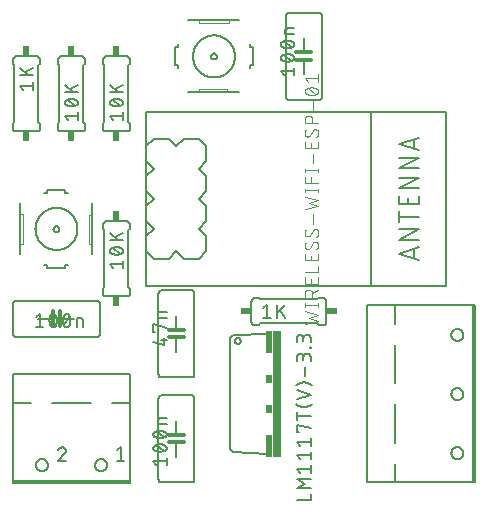
<source format=gbr>
G04 EAGLE Gerber RS-274X export*
G75*
%MOMM*%
%FSLAX34Y34*%
%LPD*%
%INSilkscreen Top*%
%IPPOS*%
%AMOC8*
5,1,8,0,0,1.08239X$1,22.5*%
G01*
%ADD10C,0.304800*%
%ADD11C,0.152400*%
%ADD12C,0.127000*%
%ADD13C,0.050800*%
%ADD14R,0.762000X10.668000*%
%ADD15R,0.508000X1.905000*%
%ADD16R,0.508000X0.762000*%
%ADD17R,0.609600X0.863600*%
%ADD18R,0.863600X0.609600*%
%ADD19C,0.101600*%


D10*
X53848Y146050D02*
X53848Y152400D01*
X53848Y158750D01*
D11*
X53848Y152400D02*
X66040Y152400D01*
D10*
X47498Y152400D02*
X47498Y146050D01*
X47498Y152400D02*
X47498Y158750D01*
D11*
X47498Y152400D02*
X35560Y152400D01*
X87630Y139700D02*
X87630Y165100D01*
X85090Y167640D02*
X16510Y167640D01*
X13970Y165100D02*
X13970Y139700D01*
X16510Y137160D02*
X85090Y137160D01*
X16510Y137160D02*
X16410Y137162D01*
X16311Y137168D01*
X16211Y137178D01*
X16113Y137191D01*
X16014Y137209D01*
X15917Y137230D01*
X15821Y137255D01*
X15725Y137284D01*
X15631Y137317D01*
X15538Y137353D01*
X15447Y137393D01*
X15357Y137437D01*
X15269Y137484D01*
X15183Y137534D01*
X15099Y137588D01*
X15017Y137645D01*
X14938Y137705D01*
X14860Y137769D01*
X14786Y137835D01*
X14714Y137904D01*
X14645Y137976D01*
X14579Y138050D01*
X14515Y138128D01*
X14455Y138207D01*
X14398Y138289D01*
X14344Y138373D01*
X14294Y138459D01*
X14247Y138547D01*
X14203Y138637D01*
X14163Y138728D01*
X14127Y138821D01*
X14094Y138915D01*
X14065Y139011D01*
X14040Y139107D01*
X14019Y139204D01*
X14001Y139303D01*
X13988Y139401D01*
X13978Y139501D01*
X13972Y139600D01*
X13970Y139700D01*
X13970Y165100D02*
X13972Y165200D01*
X13978Y165299D01*
X13988Y165399D01*
X14001Y165497D01*
X14019Y165596D01*
X14040Y165693D01*
X14065Y165789D01*
X14094Y165885D01*
X14127Y165979D01*
X14163Y166072D01*
X14203Y166163D01*
X14247Y166253D01*
X14294Y166341D01*
X14344Y166427D01*
X14398Y166511D01*
X14455Y166593D01*
X14515Y166672D01*
X14579Y166750D01*
X14645Y166824D01*
X14714Y166896D01*
X14786Y166965D01*
X14860Y167031D01*
X14938Y167095D01*
X15017Y167155D01*
X15099Y167212D01*
X15183Y167266D01*
X15269Y167316D01*
X15357Y167363D01*
X15447Y167407D01*
X15538Y167447D01*
X15631Y167483D01*
X15725Y167516D01*
X15821Y167545D01*
X15917Y167570D01*
X16014Y167591D01*
X16113Y167609D01*
X16211Y167622D01*
X16311Y167632D01*
X16410Y167638D01*
X16510Y167640D01*
X85090Y167640D02*
X85190Y167638D01*
X85289Y167632D01*
X85389Y167622D01*
X85487Y167609D01*
X85586Y167591D01*
X85683Y167570D01*
X85779Y167545D01*
X85875Y167516D01*
X85969Y167483D01*
X86062Y167447D01*
X86153Y167407D01*
X86243Y167363D01*
X86331Y167316D01*
X86417Y167266D01*
X86501Y167212D01*
X86583Y167155D01*
X86662Y167095D01*
X86740Y167031D01*
X86814Y166965D01*
X86886Y166896D01*
X86955Y166824D01*
X87021Y166750D01*
X87085Y166672D01*
X87145Y166593D01*
X87202Y166511D01*
X87256Y166427D01*
X87306Y166341D01*
X87353Y166253D01*
X87397Y166163D01*
X87437Y166072D01*
X87473Y165979D01*
X87506Y165885D01*
X87535Y165789D01*
X87560Y165693D01*
X87581Y165596D01*
X87599Y165497D01*
X87612Y165399D01*
X87622Y165299D01*
X87628Y165200D01*
X87630Y165100D01*
X87630Y139700D02*
X87628Y139600D01*
X87622Y139501D01*
X87612Y139401D01*
X87599Y139303D01*
X87581Y139204D01*
X87560Y139107D01*
X87535Y139011D01*
X87506Y138915D01*
X87473Y138821D01*
X87437Y138728D01*
X87397Y138637D01*
X87353Y138547D01*
X87306Y138459D01*
X87256Y138373D01*
X87202Y138289D01*
X87145Y138207D01*
X87085Y138128D01*
X87021Y138050D01*
X86955Y137976D01*
X86886Y137904D01*
X86814Y137835D01*
X86740Y137769D01*
X86662Y137705D01*
X86583Y137645D01*
X86501Y137588D01*
X86417Y137534D01*
X86331Y137484D01*
X86243Y137437D01*
X86153Y137393D01*
X86062Y137353D01*
X85969Y137317D01*
X85875Y137284D01*
X85779Y137255D01*
X85683Y137230D01*
X85586Y137209D01*
X85487Y137191D01*
X85389Y137178D01*
X85289Y137168D01*
X85190Y137162D01*
X85090Y137160D01*
D12*
X36576Y156845D02*
X33401Y154305D01*
X36576Y156845D02*
X36576Y145415D01*
X33401Y145415D02*
X39751Y145415D01*
X44831Y151130D02*
X44834Y151355D01*
X44842Y151580D01*
X44855Y151804D01*
X44874Y152028D01*
X44898Y152252D01*
X44927Y152475D01*
X44962Y152697D01*
X45002Y152918D01*
X45048Y153138D01*
X45098Y153357D01*
X45154Y153575D01*
X45215Y153792D01*
X45281Y154007D01*
X45352Y154220D01*
X45429Y154431D01*
X45510Y154641D01*
X45596Y154849D01*
X45687Y155054D01*
X45783Y155257D01*
X45783Y155258D02*
X45815Y155346D01*
X45851Y155433D01*
X45890Y155519D01*
X45933Y155603D01*
X45979Y155685D01*
X46028Y155765D01*
X46080Y155843D01*
X46136Y155919D01*
X46194Y155993D01*
X46256Y156064D01*
X46320Y156133D01*
X46387Y156199D01*
X46456Y156262D01*
X46528Y156323D01*
X46602Y156381D01*
X46679Y156435D01*
X46757Y156487D01*
X46838Y156535D01*
X46920Y156580D01*
X47005Y156622D01*
X47091Y156660D01*
X47178Y156695D01*
X47266Y156727D01*
X47356Y156754D01*
X47447Y156779D01*
X47539Y156799D01*
X47631Y156816D01*
X47725Y156829D01*
X47818Y156838D01*
X47912Y156844D01*
X48006Y156846D01*
X48100Y156844D01*
X48194Y156838D01*
X48287Y156829D01*
X48381Y156816D01*
X48473Y156799D01*
X48565Y156779D01*
X48656Y156754D01*
X48746Y156727D01*
X48834Y156695D01*
X48921Y156660D01*
X49007Y156622D01*
X49092Y156580D01*
X49174Y156535D01*
X49255Y156487D01*
X49333Y156435D01*
X49410Y156381D01*
X49484Y156323D01*
X49556Y156262D01*
X49625Y156199D01*
X49692Y156133D01*
X49756Y156064D01*
X49818Y155993D01*
X49876Y155919D01*
X49932Y155843D01*
X49984Y155765D01*
X50033Y155685D01*
X50079Y155603D01*
X50122Y155519D01*
X50161Y155433D01*
X50197Y155346D01*
X50229Y155258D01*
X50229Y155257D02*
X50325Y155054D01*
X50416Y154849D01*
X50502Y154641D01*
X50583Y154431D01*
X50660Y154220D01*
X50731Y154007D01*
X50797Y153792D01*
X50858Y153575D01*
X50914Y153357D01*
X50964Y153138D01*
X51010Y152918D01*
X51050Y152697D01*
X51085Y152475D01*
X51114Y152252D01*
X51138Y152028D01*
X51157Y151804D01*
X51170Y151580D01*
X51178Y151355D01*
X51181Y151130D01*
X44831Y151130D02*
X44834Y150905D01*
X44842Y150680D01*
X44855Y150456D01*
X44874Y150232D01*
X44898Y150008D01*
X44927Y149785D01*
X44962Y149563D01*
X45002Y149342D01*
X45048Y149122D01*
X45098Y148903D01*
X45154Y148685D01*
X45215Y148468D01*
X45281Y148253D01*
X45352Y148040D01*
X45429Y147829D01*
X45510Y147619D01*
X45596Y147411D01*
X45687Y147206D01*
X45783Y147003D01*
X45815Y146915D01*
X45851Y146828D01*
X45890Y146742D01*
X45933Y146658D01*
X45979Y146576D01*
X46028Y146496D01*
X46080Y146418D01*
X46136Y146342D01*
X46194Y146268D01*
X46256Y146197D01*
X46320Y146128D01*
X46387Y146062D01*
X46456Y145999D01*
X46528Y145938D01*
X46602Y145880D01*
X46679Y145826D01*
X46757Y145774D01*
X46838Y145726D01*
X46920Y145681D01*
X47005Y145639D01*
X47091Y145601D01*
X47178Y145566D01*
X47266Y145534D01*
X47356Y145507D01*
X47447Y145482D01*
X47539Y145462D01*
X47631Y145445D01*
X47725Y145432D01*
X47818Y145423D01*
X47912Y145417D01*
X48006Y145415D01*
X50229Y147003D02*
X50325Y147206D01*
X50416Y147411D01*
X50502Y147619D01*
X50583Y147829D01*
X50660Y148040D01*
X50731Y148253D01*
X50797Y148468D01*
X50858Y148685D01*
X50914Y148903D01*
X50964Y149122D01*
X51010Y149342D01*
X51050Y149563D01*
X51085Y149785D01*
X51114Y150008D01*
X51138Y150232D01*
X51157Y150456D01*
X51170Y150680D01*
X51178Y150905D01*
X51181Y151130D01*
X50229Y147003D02*
X50197Y146915D01*
X50161Y146828D01*
X50122Y146742D01*
X50079Y146658D01*
X50033Y146576D01*
X49984Y146496D01*
X49932Y146418D01*
X49876Y146342D01*
X49818Y146268D01*
X49756Y146197D01*
X49692Y146128D01*
X49625Y146062D01*
X49556Y145999D01*
X49484Y145938D01*
X49410Y145880D01*
X49333Y145826D01*
X49255Y145774D01*
X49174Y145726D01*
X49092Y145681D01*
X49007Y145639D01*
X48921Y145601D01*
X48834Y145566D01*
X48746Y145534D01*
X48656Y145507D01*
X48565Y145482D01*
X48473Y145462D01*
X48381Y145445D01*
X48287Y145432D01*
X48194Y145423D01*
X48100Y145417D01*
X48006Y145415D01*
X45466Y147955D02*
X50546Y154305D01*
X56261Y151130D02*
X56264Y151355D01*
X56272Y151580D01*
X56285Y151804D01*
X56304Y152028D01*
X56328Y152252D01*
X56357Y152475D01*
X56392Y152697D01*
X56432Y152918D01*
X56478Y153138D01*
X56528Y153357D01*
X56584Y153575D01*
X56645Y153792D01*
X56711Y154007D01*
X56782Y154220D01*
X56859Y154431D01*
X56940Y154641D01*
X57026Y154849D01*
X57117Y155054D01*
X57213Y155257D01*
X57213Y155258D02*
X57245Y155346D01*
X57281Y155433D01*
X57320Y155519D01*
X57363Y155603D01*
X57409Y155685D01*
X57458Y155765D01*
X57510Y155843D01*
X57566Y155919D01*
X57624Y155993D01*
X57686Y156064D01*
X57750Y156133D01*
X57817Y156199D01*
X57886Y156262D01*
X57958Y156323D01*
X58032Y156381D01*
X58109Y156435D01*
X58187Y156487D01*
X58268Y156535D01*
X58350Y156580D01*
X58435Y156622D01*
X58521Y156660D01*
X58608Y156695D01*
X58696Y156727D01*
X58786Y156754D01*
X58877Y156779D01*
X58969Y156799D01*
X59061Y156816D01*
X59155Y156829D01*
X59248Y156838D01*
X59342Y156844D01*
X59436Y156846D01*
X59530Y156844D01*
X59624Y156838D01*
X59717Y156829D01*
X59811Y156816D01*
X59903Y156799D01*
X59995Y156779D01*
X60086Y156754D01*
X60176Y156727D01*
X60264Y156695D01*
X60351Y156660D01*
X60437Y156622D01*
X60522Y156580D01*
X60604Y156535D01*
X60685Y156487D01*
X60763Y156435D01*
X60840Y156381D01*
X60914Y156323D01*
X60986Y156262D01*
X61055Y156199D01*
X61122Y156133D01*
X61186Y156064D01*
X61248Y155993D01*
X61306Y155919D01*
X61362Y155843D01*
X61414Y155765D01*
X61463Y155685D01*
X61509Y155603D01*
X61552Y155519D01*
X61591Y155433D01*
X61627Y155346D01*
X61659Y155258D01*
X61659Y155257D02*
X61755Y155054D01*
X61846Y154849D01*
X61932Y154641D01*
X62013Y154431D01*
X62090Y154220D01*
X62161Y154007D01*
X62227Y153792D01*
X62288Y153575D01*
X62344Y153357D01*
X62394Y153138D01*
X62440Y152918D01*
X62480Y152697D01*
X62515Y152475D01*
X62544Y152252D01*
X62568Y152028D01*
X62587Y151804D01*
X62600Y151580D01*
X62608Y151355D01*
X62611Y151130D01*
X56261Y151130D02*
X56264Y150905D01*
X56272Y150680D01*
X56285Y150456D01*
X56304Y150232D01*
X56328Y150008D01*
X56357Y149785D01*
X56392Y149563D01*
X56432Y149342D01*
X56478Y149122D01*
X56528Y148903D01*
X56584Y148685D01*
X56645Y148468D01*
X56711Y148253D01*
X56782Y148040D01*
X56859Y147829D01*
X56940Y147619D01*
X57026Y147411D01*
X57117Y147206D01*
X57213Y147003D01*
X57245Y146915D01*
X57281Y146828D01*
X57320Y146742D01*
X57363Y146658D01*
X57409Y146576D01*
X57458Y146496D01*
X57510Y146418D01*
X57566Y146342D01*
X57624Y146268D01*
X57686Y146197D01*
X57750Y146128D01*
X57817Y146062D01*
X57886Y145999D01*
X57958Y145938D01*
X58032Y145880D01*
X58109Y145826D01*
X58187Y145774D01*
X58268Y145726D01*
X58350Y145681D01*
X58435Y145639D01*
X58521Y145601D01*
X58608Y145566D01*
X58696Y145534D01*
X58786Y145507D01*
X58877Y145482D01*
X58969Y145462D01*
X59061Y145445D01*
X59155Y145432D01*
X59248Y145423D01*
X59342Y145417D01*
X59436Y145415D01*
X61659Y147003D02*
X61755Y147206D01*
X61846Y147411D01*
X61932Y147619D01*
X62013Y147829D01*
X62090Y148040D01*
X62161Y148253D01*
X62227Y148468D01*
X62288Y148685D01*
X62344Y148903D01*
X62394Y149122D01*
X62440Y149342D01*
X62480Y149563D01*
X62515Y149785D01*
X62544Y150008D01*
X62568Y150232D01*
X62587Y150456D01*
X62600Y150680D01*
X62608Y150905D01*
X62611Y151130D01*
X61659Y147003D02*
X61627Y146915D01*
X61591Y146828D01*
X61552Y146742D01*
X61509Y146658D01*
X61463Y146576D01*
X61414Y146496D01*
X61362Y146418D01*
X61306Y146342D01*
X61248Y146268D01*
X61186Y146197D01*
X61122Y146128D01*
X61055Y146062D01*
X60986Y145999D01*
X60914Y145938D01*
X60840Y145880D01*
X60763Y145826D01*
X60685Y145774D01*
X60604Y145726D01*
X60522Y145681D01*
X60437Y145639D01*
X60351Y145601D01*
X60264Y145566D01*
X60176Y145534D01*
X60086Y145507D01*
X59995Y145482D01*
X59903Y145462D01*
X59811Y145445D01*
X59717Y145432D01*
X59624Y145423D01*
X59530Y145417D01*
X59436Y145415D01*
X56896Y147955D02*
X61976Y154305D01*
X67945Y153035D02*
X67945Y145415D01*
X67945Y153035D02*
X71120Y153035D01*
X71205Y153033D01*
X71291Y153027D01*
X71376Y153018D01*
X71460Y153004D01*
X71544Y152987D01*
X71627Y152966D01*
X71709Y152942D01*
X71789Y152914D01*
X71869Y152882D01*
X71947Y152846D01*
X72023Y152808D01*
X72097Y152765D01*
X72169Y152720D01*
X72240Y152671D01*
X72308Y152619D01*
X72373Y152565D01*
X72436Y152507D01*
X72497Y152446D01*
X72555Y152383D01*
X72609Y152318D01*
X72661Y152250D01*
X72710Y152179D01*
X72755Y152107D01*
X72798Y152033D01*
X72836Y151957D01*
X72872Y151879D01*
X72904Y151799D01*
X72932Y151719D01*
X72956Y151637D01*
X72977Y151554D01*
X72994Y151470D01*
X73008Y151386D01*
X73017Y151301D01*
X73023Y151215D01*
X73025Y151130D01*
X73025Y145415D01*
D10*
X254000Y371602D02*
X260350Y371602D01*
X266700Y371602D01*
D11*
X260350Y371602D02*
X260350Y359410D01*
D10*
X260350Y377952D02*
X254000Y377952D01*
X260350Y377952D02*
X266700Y377952D01*
D11*
X260350Y377952D02*
X260350Y389890D01*
X247650Y337820D02*
X273050Y337820D01*
X275590Y340360D02*
X275590Y408940D01*
X273050Y411480D02*
X247650Y411480D01*
X245110Y408940D02*
X245110Y340360D01*
X245110Y408940D02*
X245112Y409040D01*
X245118Y409139D01*
X245128Y409239D01*
X245141Y409337D01*
X245159Y409436D01*
X245180Y409533D01*
X245205Y409629D01*
X245234Y409725D01*
X245267Y409819D01*
X245303Y409912D01*
X245343Y410003D01*
X245387Y410093D01*
X245434Y410181D01*
X245484Y410267D01*
X245538Y410351D01*
X245595Y410433D01*
X245655Y410512D01*
X245719Y410590D01*
X245785Y410664D01*
X245854Y410736D01*
X245926Y410805D01*
X246000Y410871D01*
X246078Y410935D01*
X246157Y410995D01*
X246239Y411052D01*
X246323Y411106D01*
X246409Y411156D01*
X246497Y411203D01*
X246587Y411247D01*
X246678Y411287D01*
X246771Y411323D01*
X246865Y411356D01*
X246961Y411385D01*
X247057Y411410D01*
X247154Y411431D01*
X247253Y411449D01*
X247351Y411462D01*
X247451Y411472D01*
X247550Y411478D01*
X247650Y411480D01*
X273050Y411480D02*
X273150Y411478D01*
X273249Y411472D01*
X273349Y411462D01*
X273447Y411449D01*
X273546Y411431D01*
X273643Y411410D01*
X273739Y411385D01*
X273835Y411356D01*
X273929Y411323D01*
X274022Y411287D01*
X274113Y411247D01*
X274203Y411203D01*
X274291Y411156D01*
X274377Y411106D01*
X274461Y411052D01*
X274543Y410995D01*
X274622Y410935D01*
X274700Y410871D01*
X274774Y410805D01*
X274846Y410736D01*
X274915Y410664D01*
X274981Y410590D01*
X275045Y410512D01*
X275105Y410433D01*
X275162Y410351D01*
X275216Y410267D01*
X275266Y410181D01*
X275313Y410093D01*
X275357Y410003D01*
X275397Y409912D01*
X275433Y409819D01*
X275466Y409725D01*
X275495Y409629D01*
X275520Y409533D01*
X275541Y409436D01*
X275559Y409337D01*
X275572Y409239D01*
X275582Y409139D01*
X275588Y409040D01*
X275590Y408940D01*
X275590Y340360D02*
X275588Y340260D01*
X275582Y340161D01*
X275572Y340061D01*
X275559Y339963D01*
X275541Y339864D01*
X275520Y339767D01*
X275495Y339671D01*
X275466Y339575D01*
X275433Y339481D01*
X275397Y339388D01*
X275357Y339297D01*
X275313Y339207D01*
X275266Y339119D01*
X275216Y339033D01*
X275162Y338949D01*
X275105Y338867D01*
X275045Y338788D01*
X274981Y338710D01*
X274915Y338636D01*
X274846Y338564D01*
X274774Y338495D01*
X274700Y338429D01*
X274622Y338365D01*
X274543Y338305D01*
X274461Y338248D01*
X274377Y338194D01*
X274291Y338144D01*
X274203Y338097D01*
X274113Y338053D01*
X274022Y338013D01*
X273929Y337977D01*
X273835Y337944D01*
X273739Y337915D01*
X273643Y337890D01*
X273546Y337869D01*
X273447Y337851D01*
X273349Y337838D01*
X273249Y337828D01*
X273150Y337822D01*
X273050Y337820D01*
X247650Y337820D02*
X247550Y337822D01*
X247451Y337828D01*
X247351Y337838D01*
X247253Y337851D01*
X247154Y337869D01*
X247057Y337890D01*
X246961Y337915D01*
X246865Y337944D01*
X246771Y337977D01*
X246678Y338013D01*
X246587Y338053D01*
X246497Y338097D01*
X246409Y338144D01*
X246323Y338194D01*
X246239Y338248D01*
X246157Y338305D01*
X246078Y338365D01*
X246000Y338429D01*
X245926Y338495D01*
X245854Y338564D01*
X245785Y338636D01*
X245719Y338710D01*
X245655Y338788D01*
X245595Y338867D01*
X245538Y338949D01*
X245484Y339033D01*
X245434Y339119D01*
X245387Y339207D01*
X245343Y339297D01*
X245303Y339388D01*
X245267Y339481D01*
X245234Y339575D01*
X245205Y339671D01*
X245180Y339767D01*
X245159Y339864D01*
X245141Y339963D01*
X245128Y340061D01*
X245118Y340161D01*
X245112Y340260D01*
X245110Y340360D01*
D12*
X243205Y358775D02*
X240665Y361950D01*
X252095Y361950D01*
X252095Y358775D02*
X252095Y365125D01*
X246380Y370205D02*
X246155Y370208D01*
X245930Y370216D01*
X245706Y370229D01*
X245482Y370248D01*
X245258Y370272D01*
X245035Y370301D01*
X244813Y370336D01*
X244592Y370376D01*
X244372Y370422D01*
X244153Y370472D01*
X243935Y370528D01*
X243718Y370589D01*
X243503Y370655D01*
X243290Y370726D01*
X243079Y370803D01*
X242869Y370884D01*
X242661Y370970D01*
X242456Y371061D01*
X242253Y371157D01*
X242165Y371189D01*
X242078Y371225D01*
X241992Y371264D01*
X241908Y371307D01*
X241826Y371353D01*
X241746Y371402D01*
X241668Y371454D01*
X241592Y371510D01*
X241518Y371568D01*
X241447Y371630D01*
X241378Y371694D01*
X241312Y371761D01*
X241249Y371830D01*
X241188Y371902D01*
X241130Y371976D01*
X241076Y372053D01*
X241024Y372131D01*
X240976Y372212D01*
X240931Y372294D01*
X240889Y372379D01*
X240851Y372465D01*
X240816Y372552D01*
X240784Y372640D01*
X240757Y372730D01*
X240732Y372821D01*
X240712Y372913D01*
X240695Y373005D01*
X240682Y373099D01*
X240673Y373192D01*
X240667Y373286D01*
X240665Y373380D01*
X240667Y373474D01*
X240673Y373568D01*
X240682Y373661D01*
X240695Y373755D01*
X240712Y373847D01*
X240732Y373939D01*
X240757Y374030D01*
X240784Y374120D01*
X240816Y374208D01*
X240851Y374295D01*
X240889Y374381D01*
X240931Y374466D01*
X240976Y374548D01*
X241024Y374629D01*
X241076Y374707D01*
X241130Y374784D01*
X241188Y374858D01*
X241249Y374930D01*
X241312Y374999D01*
X241378Y375066D01*
X241447Y375130D01*
X241518Y375192D01*
X241592Y375250D01*
X241668Y375306D01*
X241746Y375358D01*
X241826Y375407D01*
X241908Y375453D01*
X241992Y375496D01*
X242078Y375535D01*
X242165Y375571D01*
X242253Y375603D01*
X242456Y375699D01*
X242661Y375790D01*
X242869Y375876D01*
X243079Y375957D01*
X243290Y376034D01*
X243503Y376105D01*
X243718Y376171D01*
X243935Y376232D01*
X244153Y376288D01*
X244372Y376338D01*
X244592Y376384D01*
X244813Y376424D01*
X245035Y376459D01*
X245258Y376488D01*
X245482Y376512D01*
X245706Y376531D01*
X245930Y376544D01*
X246155Y376552D01*
X246380Y376555D01*
X246380Y370205D02*
X246605Y370208D01*
X246830Y370216D01*
X247054Y370229D01*
X247278Y370248D01*
X247502Y370272D01*
X247725Y370301D01*
X247947Y370336D01*
X248168Y370376D01*
X248388Y370422D01*
X248607Y370472D01*
X248825Y370528D01*
X249042Y370589D01*
X249257Y370655D01*
X249470Y370726D01*
X249681Y370803D01*
X249891Y370884D01*
X250099Y370970D01*
X250304Y371061D01*
X250507Y371157D01*
X250508Y371157D02*
X250596Y371189D01*
X250683Y371225D01*
X250769Y371264D01*
X250853Y371307D01*
X250935Y371353D01*
X251015Y371402D01*
X251093Y371454D01*
X251169Y371510D01*
X251243Y371568D01*
X251314Y371630D01*
X251383Y371694D01*
X251449Y371761D01*
X251512Y371830D01*
X251573Y371902D01*
X251631Y371976D01*
X251685Y372053D01*
X251737Y372131D01*
X251785Y372212D01*
X251830Y372294D01*
X251872Y372379D01*
X251910Y372465D01*
X251945Y372552D01*
X251977Y372640D01*
X252004Y372730D01*
X252029Y372821D01*
X252049Y372913D01*
X252066Y373005D01*
X252079Y373099D01*
X252088Y373192D01*
X252094Y373286D01*
X252096Y373380D01*
X250507Y375603D02*
X250304Y375699D01*
X250099Y375790D01*
X249891Y375876D01*
X249681Y375957D01*
X249470Y376034D01*
X249257Y376105D01*
X249042Y376171D01*
X248825Y376232D01*
X248607Y376288D01*
X248388Y376338D01*
X248168Y376384D01*
X247947Y376424D01*
X247725Y376459D01*
X247502Y376488D01*
X247278Y376512D01*
X247054Y376531D01*
X246830Y376544D01*
X246605Y376552D01*
X246380Y376555D01*
X250508Y375603D02*
X250596Y375571D01*
X250683Y375535D01*
X250769Y375496D01*
X250853Y375453D01*
X250935Y375407D01*
X251015Y375358D01*
X251093Y375306D01*
X251169Y375250D01*
X251243Y375192D01*
X251314Y375130D01*
X251383Y375066D01*
X251449Y374999D01*
X251512Y374930D01*
X251573Y374858D01*
X251631Y374784D01*
X251685Y374707D01*
X251737Y374629D01*
X251785Y374548D01*
X251830Y374466D01*
X251872Y374381D01*
X251910Y374295D01*
X251945Y374208D01*
X251977Y374120D01*
X252004Y374030D01*
X252029Y373939D01*
X252049Y373847D01*
X252066Y373755D01*
X252079Y373661D01*
X252088Y373568D01*
X252094Y373474D01*
X252096Y373380D01*
X249555Y370840D02*
X243205Y375920D01*
X246380Y381635D02*
X246155Y381638D01*
X245930Y381646D01*
X245706Y381659D01*
X245482Y381678D01*
X245258Y381702D01*
X245035Y381731D01*
X244813Y381766D01*
X244592Y381806D01*
X244372Y381852D01*
X244153Y381902D01*
X243935Y381958D01*
X243718Y382019D01*
X243503Y382085D01*
X243290Y382156D01*
X243079Y382233D01*
X242869Y382314D01*
X242661Y382400D01*
X242456Y382491D01*
X242253Y382587D01*
X242165Y382619D01*
X242078Y382655D01*
X241992Y382694D01*
X241908Y382737D01*
X241826Y382783D01*
X241746Y382832D01*
X241668Y382884D01*
X241592Y382940D01*
X241518Y382998D01*
X241447Y383060D01*
X241378Y383124D01*
X241312Y383191D01*
X241249Y383260D01*
X241188Y383332D01*
X241130Y383406D01*
X241076Y383483D01*
X241024Y383561D01*
X240976Y383642D01*
X240931Y383724D01*
X240889Y383809D01*
X240851Y383895D01*
X240816Y383982D01*
X240784Y384070D01*
X240757Y384160D01*
X240732Y384251D01*
X240712Y384343D01*
X240695Y384435D01*
X240682Y384529D01*
X240673Y384622D01*
X240667Y384716D01*
X240665Y384810D01*
X240667Y384904D01*
X240673Y384998D01*
X240682Y385091D01*
X240695Y385185D01*
X240712Y385277D01*
X240732Y385369D01*
X240757Y385460D01*
X240784Y385550D01*
X240816Y385638D01*
X240851Y385725D01*
X240889Y385811D01*
X240931Y385896D01*
X240976Y385978D01*
X241024Y386059D01*
X241076Y386137D01*
X241130Y386214D01*
X241188Y386288D01*
X241249Y386360D01*
X241312Y386429D01*
X241378Y386496D01*
X241447Y386560D01*
X241518Y386622D01*
X241592Y386680D01*
X241668Y386736D01*
X241746Y386788D01*
X241826Y386837D01*
X241908Y386883D01*
X241992Y386926D01*
X242078Y386965D01*
X242165Y387001D01*
X242253Y387033D01*
X242456Y387129D01*
X242661Y387220D01*
X242869Y387306D01*
X243079Y387387D01*
X243290Y387464D01*
X243503Y387535D01*
X243718Y387601D01*
X243935Y387662D01*
X244153Y387718D01*
X244372Y387768D01*
X244592Y387814D01*
X244813Y387854D01*
X245035Y387889D01*
X245258Y387918D01*
X245482Y387942D01*
X245706Y387961D01*
X245930Y387974D01*
X246155Y387982D01*
X246380Y387985D01*
X246380Y381635D02*
X246605Y381638D01*
X246830Y381646D01*
X247054Y381659D01*
X247278Y381678D01*
X247502Y381702D01*
X247725Y381731D01*
X247947Y381766D01*
X248168Y381806D01*
X248388Y381852D01*
X248607Y381902D01*
X248825Y381958D01*
X249042Y382019D01*
X249257Y382085D01*
X249470Y382156D01*
X249681Y382233D01*
X249891Y382314D01*
X250099Y382400D01*
X250304Y382491D01*
X250507Y382587D01*
X250508Y382587D02*
X250596Y382619D01*
X250683Y382655D01*
X250769Y382694D01*
X250853Y382737D01*
X250935Y382783D01*
X251015Y382832D01*
X251093Y382884D01*
X251169Y382940D01*
X251243Y382998D01*
X251314Y383060D01*
X251383Y383124D01*
X251449Y383191D01*
X251512Y383260D01*
X251573Y383332D01*
X251631Y383406D01*
X251685Y383483D01*
X251737Y383561D01*
X251785Y383642D01*
X251830Y383724D01*
X251872Y383809D01*
X251910Y383895D01*
X251945Y383982D01*
X251977Y384070D01*
X252004Y384160D01*
X252029Y384251D01*
X252049Y384343D01*
X252066Y384435D01*
X252079Y384529D01*
X252088Y384622D01*
X252094Y384716D01*
X252096Y384810D01*
X250507Y387033D02*
X250304Y387129D01*
X250099Y387220D01*
X249891Y387306D01*
X249681Y387387D01*
X249470Y387464D01*
X249257Y387535D01*
X249042Y387601D01*
X248825Y387662D01*
X248607Y387718D01*
X248388Y387768D01*
X248168Y387814D01*
X247947Y387854D01*
X247725Y387889D01*
X247502Y387918D01*
X247278Y387942D01*
X247054Y387961D01*
X246830Y387974D01*
X246605Y387982D01*
X246380Y387985D01*
X250508Y387033D02*
X250596Y387001D01*
X250683Y386965D01*
X250769Y386926D01*
X250853Y386883D01*
X250935Y386837D01*
X251015Y386788D01*
X251093Y386736D01*
X251169Y386680D01*
X251243Y386622D01*
X251314Y386560D01*
X251383Y386496D01*
X251449Y386429D01*
X251512Y386360D01*
X251573Y386288D01*
X251631Y386214D01*
X251685Y386137D01*
X251737Y386059D01*
X251785Y385978D01*
X251830Y385896D01*
X251872Y385811D01*
X251910Y385725D01*
X251945Y385638D01*
X251977Y385550D01*
X252004Y385460D01*
X252029Y385369D01*
X252049Y385277D01*
X252066Y385185D01*
X252079Y385091D01*
X252088Y384998D01*
X252094Y384904D01*
X252096Y384810D01*
X249555Y382270D02*
X243205Y387350D01*
X244475Y393319D02*
X252095Y393319D01*
X244475Y393319D02*
X244475Y396494D01*
X244477Y396579D01*
X244483Y396665D01*
X244492Y396750D01*
X244506Y396834D01*
X244523Y396918D01*
X244544Y397001D01*
X244568Y397083D01*
X244596Y397163D01*
X244628Y397243D01*
X244664Y397321D01*
X244702Y397397D01*
X244745Y397471D01*
X244790Y397543D01*
X244839Y397614D01*
X244891Y397682D01*
X244945Y397747D01*
X245003Y397810D01*
X245064Y397871D01*
X245127Y397929D01*
X245192Y397983D01*
X245260Y398035D01*
X245331Y398084D01*
X245403Y398129D01*
X245477Y398172D01*
X245553Y398210D01*
X245631Y398246D01*
X245711Y398278D01*
X245791Y398306D01*
X245873Y398330D01*
X245956Y398351D01*
X246040Y398368D01*
X246124Y398382D01*
X246209Y398391D01*
X246295Y398397D01*
X246380Y398399D01*
X252095Y398399D01*
D10*
X152400Y47752D02*
X146050Y47752D01*
X152400Y47752D02*
X158750Y47752D01*
D11*
X152400Y47752D02*
X152400Y35560D01*
D10*
X152400Y54102D02*
X146050Y54102D01*
X152400Y54102D02*
X158750Y54102D01*
D11*
X152400Y54102D02*
X152400Y66040D01*
X139700Y13970D02*
X165100Y13970D01*
X167640Y16510D02*
X167640Y85090D01*
X165100Y87630D02*
X139700Y87630D01*
X137160Y85090D02*
X137160Y16510D01*
X137160Y85090D02*
X137162Y85190D01*
X137168Y85289D01*
X137178Y85389D01*
X137191Y85487D01*
X137209Y85586D01*
X137230Y85683D01*
X137255Y85779D01*
X137284Y85875D01*
X137317Y85969D01*
X137353Y86062D01*
X137393Y86153D01*
X137437Y86243D01*
X137484Y86331D01*
X137534Y86417D01*
X137588Y86501D01*
X137645Y86583D01*
X137705Y86662D01*
X137769Y86740D01*
X137835Y86814D01*
X137904Y86886D01*
X137976Y86955D01*
X138050Y87021D01*
X138128Y87085D01*
X138207Y87145D01*
X138289Y87202D01*
X138373Y87256D01*
X138459Y87306D01*
X138547Y87353D01*
X138637Y87397D01*
X138728Y87437D01*
X138821Y87473D01*
X138915Y87506D01*
X139011Y87535D01*
X139107Y87560D01*
X139204Y87581D01*
X139303Y87599D01*
X139401Y87612D01*
X139501Y87622D01*
X139600Y87628D01*
X139700Y87630D01*
X165100Y87630D02*
X165200Y87628D01*
X165299Y87622D01*
X165399Y87612D01*
X165497Y87599D01*
X165596Y87581D01*
X165693Y87560D01*
X165789Y87535D01*
X165885Y87506D01*
X165979Y87473D01*
X166072Y87437D01*
X166163Y87397D01*
X166253Y87353D01*
X166341Y87306D01*
X166427Y87256D01*
X166511Y87202D01*
X166593Y87145D01*
X166672Y87085D01*
X166750Y87021D01*
X166824Y86955D01*
X166896Y86886D01*
X166965Y86814D01*
X167031Y86740D01*
X167095Y86662D01*
X167155Y86583D01*
X167212Y86501D01*
X167266Y86417D01*
X167316Y86331D01*
X167363Y86243D01*
X167407Y86153D01*
X167447Y86062D01*
X167483Y85969D01*
X167516Y85875D01*
X167545Y85779D01*
X167570Y85683D01*
X167591Y85586D01*
X167609Y85487D01*
X167622Y85389D01*
X167632Y85289D01*
X167638Y85190D01*
X167640Y85090D01*
X167640Y16510D02*
X167638Y16410D01*
X167632Y16311D01*
X167622Y16211D01*
X167609Y16113D01*
X167591Y16014D01*
X167570Y15917D01*
X167545Y15821D01*
X167516Y15725D01*
X167483Y15631D01*
X167447Y15538D01*
X167407Y15447D01*
X167363Y15357D01*
X167316Y15269D01*
X167266Y15183D01*
X167212Y15099D01*
X167155Y15017D01*
X167095Y14938D01*
X167031Y14860D01*
X166965Y14786D01*
X166896Y14714D01*
X166824Y14645D01*
X166750Y14579D01*
X166672Y14515D01*
X166593Y14455D01*
X166511Y14398D01*
X166427Y14344D01*
X166341Y14294D01*
X166253Y14247D01*
X166163Y14203D01*
X166072Y14163D01*
X165979Y14127D01*
X165885Y14094D01*
X165789Y14065D01*
X165693Y14040D01*
X165596Y14019D01*
X165497Y14001D01*
X165399Y13988D01*
X165299Y13978D01*
X165200Y13972D01*
X165100Y13970D01*
X139700Y13970D02*
X139600Y13972D01*
X139501Y13978D01*
X139401Y13988D01*
X139303Y14001D01*
X139204Y14019D01*
X139107Y14040D01*
X139011Y14065D01*
X138915Y14094D01*
X138821Y14127D01*
X138728Y14163D01*
X138637Y14203D01*
X138547Y14247D01*
X138459Y14294D01*
X138373Y14344D01*
X138289Y14398D01*
X138207Y14455D01*
X138128Y14515D01*
X138050Y14579D01*
X137976Y14645D01*
X137904Y14714D01*
X137835Y14786D01*
X137769Y14860D01*
X137705Y14938D01*
X137645Y15017D01*
X137588Y15099D01*
X137534Y15183D01*
X137484Y15269D01*
X137437Y15357D01*
X137393Y15447D01*
X137353Y15538D01*
X137317Y15631D01*
X137284Y15725D01*
X137255Y15821D01*
X137230Y15917D01*
X137209Y16014D01*
X137191Y16113D01*
X137178Y16211D01*
X137168Y16311D01*
X137162Y16410D01*
X137160Y16510D01*
D12*
X135255Y28575D02*
X132715Y31750D01*
X144145Y31750D01*
X144145Y28575D02*
X144145Y34925D01*
X138430Y40005D02*
X138205Y40008D01*
X137980Y40016D01*
X137756Y40029D01*
X137532Y40048D01*
X137308Y40072D01*
X137085Y40101D01*
X136863Y40136D01*
X136642Y40176D01*
X136422Y40222D01*
X136203Y40272D01*
X135985Y40328D01*
X135768Y40389D01*
X135553Y40455D01*
X135340Y40526D01*
X135129Y40603D01*
X134919Y40684D01*
X134711Y40770D01*
X134506Y40861D01*
X134303Y40957D01*
X134215Y40989D01*
X134128Y41025D01*
X134042Y41064D01*
X133958Y41107D01*
X133876Y41153D01*
X133796Y41202D01*
X133718Y41254D01*
X133642Y41310D01*
X133568Y41368D01*
X133497Y41430D01*
X133428Y41494D01*
X133362Y41561D01*
X133299Y41630D01*
X133238Y41702D01*
X133180Y41776D01*
X133126Y41853D01*
X133074Y41931D01*
X133026Y42012D01*
X132981Y42094D01*
X132939Y42179D01*
X132901Y42265D01*
X132866Y42352D01*
X132834Y42440D01*
X132807Y42530D01*
X132782Y42621D01*
X132762Y42713D01*
X132745Y42805D01*
X132732Y42899D01*
X132723Y42992D01*
X132717Y43086D01*
X132715Y43180D01*
X132717Y43274D01*
X132723Y43368D01*
X132732Y43461D01*
X132745Y43555D01*
X132762Y43647D01*
X132782Y43739D01*
X132807Y43830D01*
X132834Y43920D01*
X132866Y44008D01*
X132901Y44095D01*
X132939Y44181D01*
X132981Y44266D01*
X133026Y44348D01*
X133074Y44429D01*
X133126Y44507D01*
X133180Y44584D01*
X133238Y44658D01*
X133299Y44730D01*
X133362Y44799D01*
X133428Y44866D01*
X133497Y44930D01*
X133568Y44992D01*
X133642Y45050D01*
X133718Y45106D01*
X133796Y45158D01*
X133876Y45207D01*
X133958Y45253D01*
X134042Y45296D01*
X134128Y45335D01*
X134215Y45371D01*
X134303Y45403D01*
X134506Y45499D01*
X134711Y45590D01*
X134919Y45676D01*
X135129Y45757D01*
X135340Y45834D01*
X135553Y45905D01*
X135768Y45971D01*
X135985Y46032D01*
X136203Y46088D01*
X136422Y46138D01*
X136642Y46184D01*
X136863Y46224D01*
X137085Y46259D01*
X137308Y46288D01*
X137532Y46312D01*
X137756Y46331D01*
X137980Y46344D01*
X138205Y46352D01*
X138430Y46355D01*
X138430Y40005D02*
X138655Y40008D01*
X138880Y40016D01*
X139104Y40029D01*
X139328Y40048D01*
X139552Y40072D01*
X139775Y40101D01*
X139997Y40136D01*
X140218Y40176D01*
X140438Y40222D01*
X140657Y40272D01*
X140875Y40328D01*
X141092Y40389D01*
X141307Y40455D01*
X141520Y40526D01*
X141731Y40603D01*
X141941Y40684D01*
X142149Y40770D01*
X142354Y40861D01*
X142557Y40957D01*
X142558Y40957D02*
X142646Y40989D01*
X142733Y41025D01*
X142819Y41064D01*
X142903Y41107D01*
X142985Y41153D01*
X143065Y41202D01*
X143143Y41254D01*
X143219Y41310D01*
X143293Y41368D01*
X143364Y41430D01*
X143433Y41494D01*
X143499Y41561D01*
X143562Y41630D01*
X143623Y41702D01*
X143681Y41776D01*
X143735Y41853D01*
X143787Y41931D01*
X143835Y42012D01*
X143880Y42094D01*
X143922Y42179D01*
X143960Y42265D01*
X143995Y42352D01*
X144027Y42440D01*
X144054Y42530D01*
X144079Y42621D01*
X144099Y42713D01*
X144116Y42805D01*
X144129Y42899D01*
X144138Y42992D01*
X144144Y43086D01*
X144146Y43180D01*
X142557Y45403D02*
X142354Y45499D01*
X142149Y45590D01*
X141941Y45676D01*
X141731Y45757D01*
X141520Y45834D01*
X141307Y45905D01*
X141092Y45971D01*
X140875Y46032D01*
X140657Y46088D01*
X140438Y46138D01*
X140218Y46184D01*
X139997Y46224D01*
X139775Y46259D01*
X139552Y46288D01*
X139328Y46312D01*
X139104Y46331D01*
X138880Y46344D01*
X138655Y46352D01*
X138430Y46355D01*
X142558Y45403D02*
X142646Y45371D01*
X142733Y45335D01*
X142819Y45296D01*
X142903Y45253D01*
X142985Y45207D01*
X143065Y45158D01*
X143143Y45106D01*
X143219Y45050D01*
X143293Y44992D01*
X143364Y44930D01*
X143433Y44866D01*
X143499Y44799D01*
X143562Y44730D01*
X143623Y44658D01*
X143681Y44584D01*
X143735Y44507D01*
X143787Y44429D01*
X143835Y44348D01*
X143880Y44266D01*
X143922Y44181D01*
X143960Y44095D01*
X143995Y44008D01*
X144027Y43920D01*
X144054Y43830D01*
X144079Y43739D01*
X144099Y43647D01*
X144116Y43555D01*
X144129Y43461D01*
X144138Y43368D01*
X144144Y43274D01*
X144146Y43180D01*
X141605Y40640D02*
X135255Y45720D01*
X138430Y51435D02*
X138205Y51438D01*
X137980Y51446D01*
X137756Y51459D01*
X137532Y51478D01*
X137308Y51502D01*
X137085Y51531D01*
X136863Y51566D01*
X136642Y51606D01*
X136422Y51652D01*
X136203Y51702D01*
X135985Y51758D01*
X135768Y51819D01*
X135553Y51885D01*
X135340Y51956D01*
X135129Y52033D01*
X134919Y52114D01*
X134711Y52200D01*
X134506Y52291D01*
X134303Y52387D01*
X134215Y52419D01*
X134128Y52455D01*
X134042Y52494D01*
X133958Y52537D01*
X133876Y52583D01*
X133796Y52632D01*
X133718Y52684D01*
X133642Y52740D01*
X133568Y52798D01*
X133497Y52860D01*
X133428Y52924D01*
X133362Y52991D01*
X133299Y53060D01*
X133238Y53132D01*
X133180Y53206D01*
X133126Y53283D01*
X133074Y53361D01*
X133026Y53442D01*
X132981Y53524D01*
X132939Y53609D01*
X132901Y53695D01*
X132866Y53782D01*
X132834Y53870D01*
X132807Y53960D01*
X132782Y54051D01*
X132762Y54143D01*
X132745Y54235D01*
X132732Y54329D01*
X132723Y54422D01*
X132717Y54516D01*
X132715Y54610D01*
X132717Y54704D01*
X132723Y54798D01*
X132732Y54891D01*
X132745Y54985D01*
X132762Y55077D01*
X132782Y55169D01*
X132807Y55260D01*
X132834Y55350D01*
X132866Y55438D01*
X132901Y55525D01*
X132939Y55611D01*
X132981Y55696D01*
X133026Y55778D01*
X133074Y55859D01*
X133126Y55937D01*
X133180Y56014D01*
X133238Y56088D01*
X133299Y56160D01*
X133362Y56229D01*
X133428Y56296D01*
X133497Y56360D01*
X133568Y56422D01*
X133642Y56480D01*
X133718Y56536D01*
X133796Y56588D01*
X133876Y56637D01*
X133958Y56683D01*
X134042Y56726D01*
X134128Y56765D01*
X134215Y56801D01*
X134303Y56833D01*
X134506Y56929D01*
X134711Y57020D01*
X134919Y57106D01*
X135129Y57187D01*
X135340Y57264D01*
X135553Y57335D01*
X135768Y57401D01*
X135985Y57462D01*
X136203Y57518D01*
X136422Y57568D01*
X136642Y57614D01*
X136863Y57654D01*
X137085Y57689D01*
X137308Y57718D01*
X137532Y57742D01*
X137756Y57761D01*
X137980Y57774D01*
X138205Y57782D01*
X138430Y57785D01*
X138430Y51435D02*
X138655Y51438D01*
X138880Y51446D01*
X139104Y51459D01*
X139328Y51478D01*
X139552Y51502D01*
X139775Y51531D01*
X139997Y51566D01*
X140218Y51606D01*
X140438Y51652D01*
X140657Y51702D01*
X140875Y51758D01*
X141092Y51819D01*
X141307Y51885D01*
X141520Y51956D01*
X141731Y52033D01*
X141941Y52114D01*
X142149Y52200D01*
X142354Y52291D01*
X142557Y52387D01*
X142558Y52387D02*
X142646Y52419D01*
X142733Y52455D01*
X142819Y52494D01*
X142903Y52537D01*
X142985Y52583D01*
X143065Y52632D01*
X143143Y52684D01*
X143219Y52740D01*
X143293Y52798D01*
X143364Y52860D01*
X143433Y52924D01*
X143499Y52991D01*
X143562Y53060D01*
X143623Y53132D01*
X143681Y53206D01*
X143735Y53283D01*
X143787Y53361D01*
X143835Y53442D01*
X143880Y53524D01*
X143922Y53609D01*
X143960Y53695D01*
X143995Y53782D01*
X144027Y53870D01*
X144054Y53960D01*
X144079Y54051D01*
X144099Y54143D01*
X144116Y54235D01*
X144129Y54329D01*
X144138Y54422D01*
X144144Y54516D01*
X144146Y54610D01*
X142557Y56833D02*
X142354Y56929D01*
X142149Y57020D01*
X141941Y57106D01*
X141731Y57187D01*
X141520Y57264D01*
X141307Y57335D01*
X141092Y57401D01*
X140875Y57462D01*
X140657Y57518D01*
X140438Y57568D01*
X140218Y57614D01*
X139997Y57654D01*
X139775Y57689D01*
X139552Y57718D01*
X139328Y57742D01*
X139104Y57761D01*
X138880Y57774D01*
X138655Y57782D01*
X138430Y57785D01*
X142558Y56833D02*
X142646Y56801D01*
X142733Y56765D01*
X142819Y56726D01*
X142903Y56683D01*
X142985Y56637D01*
X143065Y56588D01*
X143143Y56536D01*
X143219Y56480D01*
X143293Y56422D01*
X143364Y56360D01*
X143433Y56296D01*
X143499Y56229D01*
X143562Y56160D01*
X143623Y56088D01*
X143681Y56014D01*
X143735Y55937D01*
X143787Y55859D01*
X143835Y55778D01*
X143880Y55696D01*
X143922Y55611D01*
X143960Y55525D01*
X143995Y55438D01*
X144027Y55350D01*
X144054Y55260D01*
X144079Y55169D01*
X144099Y55077D01*
X144116Y54985D01*
X144129Y54891D01*
X144138Y54798D01*
X144144Y54704D01*
X144146Y54610D01*
X141605Y52070D02*
X135255Y57150D01*
X136525Y63119D02*
X144145Y63119D01*
X136525Y63119D02*
X136525Y66294D01*
X136527Y66379D01*
X136533Y66465D01*
X136542Y66550D01*
X136556Y66634D01*
X136573Y66718D01*
X136594Y66801D01*
X136618Y66883D01*
X136646Y66963D01*
X136678Y67043D01*
X136714Y67121D01*
X136752Y67197D01*
X136795Y67271D01*
X136840Y67343D01*
X136889Y67414D01*
X136941Y67482D01*
X136995Y67547D01*
X137053Y67610D01*
X137114Y67671D01*
X137177Y67729D01*
X137242Y67783D01*
X137310Y67835D01*
X137381Y67884D01*
X137453Y67929D01*
X137527Y67972D01*
X137603Y68010D01*
X137681Y68046D01*
X137761Y68078D01*
X137841Y68106D01*
X137923Y68130D01*
X138006Y68151D01*
X138090Y68168D01*
X138174Y68182D01*
X138259Y68191D01*
X138345Y68197D01*
X138430Y68199D01*
X144145Y68199D01*
D10*
X146050Y136652D02*
X152400Y136652D01*
X158750Y136652D01*
D11*
X152400Y136652D02*
X152400Y124460D01*
D10*
X152400Y143002D02*
X146050Y143002D01*
X152400Y143002D02*
X158750Y143002D01*
D11*
X152400Y143002D02*
X152400Y154940D01*
X139700Y102870D02*
X165100Y102870D01*
X167640Y105410D02*
X167640Y173990D01*
X165100Y176530D02*
X139700Y176530D01*
X137160Y173990D02*
X137160Y105410D01*
X137160Y173990D02*
X137162Y174090D01*
X137168Y174189D01*
X137178Y174289D01*
X137191Y174387D01*
X137209Y174486D01*
X137230Y174583D01*
X137255Y174679D01*
X137284Y174775D01*
X137317Y174869D01*
X137353Y174962D01*
X137393Y175053D01*
X137437Y175143D01*
X137484Y175231D01*
X137534Y175317D01*
X137588Y175401D01*
X137645Y175483D01*
X137705Y175562D01*
X137769Y175640D01*
X137835Y175714D01*
X137904Y175786D01*
X137976Y175855D01*
X138050Y175921D01*
X138128Y175985D01*
X138207Y176045D01*
X138289Y176102D01*
X138373Y176156D01*
X138459Y176206D01*
X138547Y176253D01*
X138637Y176297D01*
X138728Y176337D01*
X138821Y176373D01*
X138915Y176406D01*
X139011Y176435D01*
X139107Y176460D01*
X139204Y176481D01*
X139303Y176499D01*
X139401Y176512D01*
X139501Y176522D01*
X139600Y176528D01*
X139700Y176530D01*
X165100Y176530D02*
X165200Y176528D01*
X165299Y176522D01*
X165399Y176512D01*
X165497Y176499D01*
X165596Y176481D01*
X165693Y176460D01*
X165789Y176435D01*
X165885Y176406D01*
X165979Y176373D01*
X166072Y176337D01*
X166163Y176297D01*
X166253Y176253D01*
X166341Y176206D01*
X166427Y176156D01*
X166511Y176102D01*
X166593Y176045D01*
X166672Y175985D01*
X166750Y175921D01*
X166824Y175855D01*
X166896Y175786D01*
X166965Y175714D01*
X167031Y175640D01*
X167095Y175562D01*
X167155Y175483D01*
X167212Y175401D01*
X167266Y175317D01*
X167316Y175231D01*
X167363Y175143D01*
X167407Y175053D01*
X167447Y174962D01*
X167483Y174869D01*
X167516Y174775D01*
X167545Y174679D01*
X167570Y174583D01*
X167591Y174486D01*
X167609Y174387D01*
X167622Y174289D01*
X167632Y174189D01*
X167638Y174090D01*
X167640Y173990D01*
X167640Y105410D02*
X167638Y105310D01*
X167632Y105211D01*
X167622Y105111D01*
X167609Y105013D01*
X167591Y104914D01*
X167570Y104817D01*
X167545Y104721D01*
X167516Y104625D01*
X167483Y104531D01*
X167447Y104438D01*
X167407Y104347D01*
X167363Y104257D01*
X167316Y104169D01*
X167266Y104083D01*
X167212Y103999D01*
X167155Y103917D01*
X167095Y103838D01*
X167031Y103760D01*
X166965Y103686D01*
X166896Y103614D01*
X166824Y103545D01*
X166750Y103479D01*
X166672Y103415D01*
X166593Y103355D01*
X166511Y103298D01*
X166427Y103244D01*
X166341Y103194D01*
X166253Y103147D01*
X166163Y103103D01*
X166072Y103063D01*
X165979Y103027D01*
X165885Y102994D01*
X165789Y102965D01*
X165693Y102940D01*
X165596Y102919D01*
X165497Y102901D01*
X165399Y102888D01*
X165299Y102878D01*
X165200Y102872D01*
X165100Y102870D01*
X139700Y102870D02*
X139600Y102872D01*
X139501Y102878D01*
X139401Y102888D01*
X139303Y102901D01*
X139204Y102919D01*
X139107Y102940D01*
X139011Y102965D01*
X138915Y102994D01*
X138821Y103027D01*
X138728Y103063D01*
X138637Y103103D01*
X138547Y103147D01*
X138459Y103194D01*
X138373Y103244D01*
X138289Y103298D01*
X138207Y103355D01*
X138128Y103415D01*
X138050Y103479D01*
X137976Y103545D01*
X137904Y103614D01*
X137835Y103686D01*
X137769Y103760D01*
X137705Y103838D01*
X137645Y103917D01*
X137588Y103999D01*
X137534Y104083D01*
X137484Y104169D01*
X137437Y104257D01*
X137393Y104347D01*
X137353Y104438D01*
X137317Y104531D01*
X137284Y104625D01*
X137255Y104721D01*
X137230Y104817D01*
X137209Y104914D01*
X137191Y105013D01*
X137178Y105111D01*
X137168Y105211D01*
X137162Y105310D01*
X137160Y105410D01*
D12*
X141605Y130175D02*
X132715Y132715D01*
X141605Y130175D02*
X141605Y136525D01*
X139065Y134620D02*
X144145Y134620D01*
X133985Y141605D02*
X132715Y141605D01*
X132715Y147955D01*
X144145Y144780D01*
X144145Y153289D02*
X136525Y153289D01*
X136525Y156464D01*
X136527Y156549D01*
X136533Y156635D01*
X136542Y156720D01*
X136556Y156804D01*
X136573Y156888D01*
X136594Y156971D01*
X136618Y157053D01*
X136646Y157133D01*
X136678Y157213D01*
X136714Y157291D01*
X136752Y157367D01*
X136795Y157441D01*
X136840Y157513D01*
X136889Y157584D01*
X136941Y157652D01*
X136995Y157717D01*
X137053Y157780D01*
X137114Y157841D01*
X137177Y157899D01*
X137242Y157953D01*
X137310Y158005D01*
X137381Y158054D01*
X137453Y158099D01*
X137527Y158142D01*
X137603Y158180D01*
X137681Y158216D01*
X137761Y158248D01*
X137841Y158276D01*
X137923Y158300D01*
X138006Y158321D01*
X138090Y158338D01*
X138174Y158352D01*
X138259Y158361D01*
X138345Y158367D01*
X138430Y158369D01*
X144145Y158369D01*
D11*
X214630Y367030D02*
X217170Y367030D01*
X217170Y382270D01*
X214630Y382270D01*
X153670Y382270D02*
X151130Y382270D01*
X151130Y367030D01*
X153670Y367030D01*
D13*
X171450Y402590D02*
X171450Y405130D01*
X171450Y402590D02*
X196850Y402590D01*
X196850Y405130D01*
X195580Y346710D02*
X171450Y346710D01*
X195580Y346710D02*
X195580Y344170D01*
X171450Y344170D02*
X171450Y346710D01*
D11*
X171450Y344170D02*
X162560Y344170D01*
X196850Y405130D02*
X205740Y405130D01*
X196850Y405130D02*
X171450Y405130D01*
X162560Y405130D01*
X171450Y344170D02*
X195580Y344170D01*
X205740Y344170D01*
X214630Y364490D02*
X214630Y367030D01*
X214630Y382270D02*
X214630Y384810D01*
X153670Y367030D02*
X153670Y364490D01*
X153670Y382270D02*
X153670Y384810D01*
X166370Y374650D02*
X166375Y375086D01*
X166391Y375522D01*
X166418Y375958D01*
X166456Y376393D01*
X166504Y376826D01*
X166562Y377259D01*
X166632Y377690D01*
X166712Y378119D01*
X166802Y378546D01*
X166903Y378970D01*
X167014Y379392D01*
X167136Y379811D01*
X167267Y380227D01*
X167409Y380640D01*
X167561Y381049D01*
X167723Y381454D01*
X167895Y381855D01*
X168077Y382252D01*
X168268Y382644D01*
X168469Y383031D01*
X168680Y383414D01*
X168900Y383791D01*
X169129Y384162D01*
X169366Y384528D01*
X169613Y384888D01*
X169869Y385242D01*
X170133Y385589D01*
X170406Y385930D01*
X170687Y386263D01*
X170976Y386590D01*
X171273Y386910D01*
X171578Y387222D01*
X171890Y387527D01*
X172210Y387824D01*
X172537Y388113D01*
X172870Y388394D01*
X173211Y388667D01*
X173558Y388931D01*
X173912Y389187D01*
X174272Y389434D01*
X174638Y389671D01*
X175009Y389900D01*
X175386Y390120D01*
X175769Y390331D01*
X176156Y390532D01*
X176548Y390723D01*
X176945Y390905D01*
X177346Y391077D01*
X177751Y391239D01*
X178160Y391391D01*
X178573Y391533D01*
X178989Y391664D01*
X179408Y391786D01*
X179830Y391897D01*
X180254Y391998D01*
X180681Y392088D01*
X181110Y392168D01*
X181541Y392238D01*
X181974Y392296D01*
X182407Y392344D01*
X182842Y392382D01*
X183278Y392409D01*
X183714Y392425D01*
X184150Y392430D01*
X184586Y392425D01*
X185022Y392409D01*
X185458Y392382D01*
X185893Y392344D01*
X186326Y392296D01*
X186759Y392238D01*
X187190Y392168D01*
X187619Y392088D01*
X188046Y391998D01*
X188470Y391897D01*
X188892Y391786D01*
X189311Y391664D01*
X189727Y391533D01*
X190140Y391391D01*
X190549Y391239D01*
X190954Y391077D01*
X191355Y390905D01*
X191752Y390723D01*
X192144Y390532D01*
X192531Y390331D01*
X192914Y390120D01*
X193291Y389900D01*
X193662Y389671D01*
X194028Y389434D01*
X194388Y389187D01*
X194742Y388931D01*
X195089Y388667D01*
X195430Y388394D01*
X195763Y388113D01*
X196090Y387824D01*
X196410Y387527D01*
X196722Y387222D01*
X197027Y386910D01*
X197324Y386590D01*
X197613Y386263D01*
X197894Y385930D01*
X198167Y385589D01*
X198431Y385242D01*
X198687Y384888D01*
X198934Y384528D01*
X199171Y384162D01*
X199400Y383791D01*
X199620Y383414D01*
X199831Y383031D01*
X200032Y382644D01*
X200223Y382252D01*
X200405Y381855D01*
X200577Y381454D01*
X200739Y381049D01*
X200891Y380640D01*
X201033Y380227D01*
X201164Y379811D01*
X201286Y379392D01*
X201397Y378970D01*
X201498Y378546D01*
X201588Y378119D01*
X201668Y377690D01*
X201738Y377259D01*
X201796Y376826D01*
X201844Y376393D01*
X201882Y375958D01*
X201909Y375522D01*
X201925Y375086D01*
X201930Y374650D01*
X201925Y374214D01*
X201909Y373778D01*
X201882Y373342D01*
X201844Y372907D01*
X201796Y372474D01*
X201738Y372041D01*
X201668Y371610D01*
X201588Y371181D01*
X201498Y370754D01*
X201397Y370330D01*
X201286Y369908D01*
X201164Y369489D01*
X201033Y369073D01*
X200891Y368660D01*
X200739Y368251D01*
X200577Y367846D01*
X200405Y367445D01*
X200223Y367048D01*
X200032Y366656D01*
X199831Y366269D01*
X199620Y365886D01*
X199400Y365509D01*
X199171Y365138D01*
X198934Y364772D01*
X198687Y364412D01*
X198431Y364058D01*
X198167Y363711D01*
X197894Y363370D01*
X197613Y363037D01*
X197324Y362710D01*
X197027Y362390D01*
X196722Y362078D01*
X196410Y361773D01*
X196090Y361476D01*
X195763Y361187D01*
X195430Y360906D01*
X195089Y360633D01*
X194742Y360369D01*
X194388Y360113D01*
X194028Y359866D01*
X193662Y359629D01*
X193291Y359400D01*
X192914Y359180D01*
X192531Y358969D01*
X192144Y358768D01*
X191752Y358577D01*
X191355Y358395D01*
X190954Y358223D01*
X190549Y358061D01*
X190140Y357909D01*
X189727Y357767D01*
X189311Y357636D01*
X188892Y357514D01*
X188470Y357403D01*
X188046Y357302D01*
X187619Y357212D01*
X187190Y357132D01*
X186759Y357062D01*
X186326Y357004D01*
X185893Y356956D01*
X185458Y356918D01*
X185022Y356891D01*
X184586Y356875D01*
X184150Y356870D01*
X183714Y356875D01*
X183278Y356891D01*
X182842Y356918D01*
X182407Y356956D01*
X181974Y357004D01*
X181541Y357062D01*
X181110Y357132D01*
X180681Y357212D01*
X180254Y357302D01*
X179830Y357403D01*
X179408Y357514D01*
X178989Y357636D01*
X178573Y357767D01*
X178160Y357909D01*
X177751Y358061D01*
X177346Y358223D01*
X176945Y358395D01*
X176548Y358577D01*
X176156Y358768D01*
X175769Y358969D01*
X175386Y359180D01*
X175009Y359400D01*
X174638Y359629D01*
X174272Y359866D01*
X173912Y360113D01*
X173558Y360369D01*
X173211Y360633D01*
X172870Y360906D01*
X172537Y361187D01*
X172210Y361476D01*
X171890Y361773D01*
X171578Y362078D01*
X171273Y362390D01*
X170976Y362710D01*
X170687Y363037D01*
X170406Y363370D01*
X170133Y363711D01*
X169869Y364058D01*
X169613Y364412D01*
X169366Y364772D01*
X169129Y365138D01*
X168900Y365509D01*
X168680Y365886D01*
X168469Y366269D01*
X168268Y366656D01*
X168077Y367048D01*
X167895Y367445D01*
X167723Y367846D01*
X167561Y368251D01*
X167409Y368660D01*
X167267Y369073D01*
X167136Y369489D01*
X167014Y369908D01*
X166903Y370330D01*
X166802Y370754D01*
X166712Y371181D01*
X166632Y371610D01*
X166562Y372041D01*
X166504Y372474D01*
X166456Y372907D01*
X166418Y373342D01*
X166391Y373778D01*
X166375Y374214D01*
X166370Y374650D01*
X181610Y374650D02*
X181612Y374750D01*
X181618Y374851D01*
X181628Y374950D01*
X181642Y375050D01*
X181659Y375149D01*
X181681Y375247D01*
X181707Y375344D01*
X181736Y375440D01*
X181769Y375534D01*
X181806Y375628D01*
X181846Y375720D01*
X181890Y375810D01*
X181938Y375898D01*
X181989Y375985D01*
X182043Y376069D01*
X182101Y376151D01*
X182162Y376231D01*
X182226Y376308D01*
X182293Y376383D01*
X182363Y376455D01*
X182436Y376524D01*
X182511Y376590D01*
X182589Y376654D01*
X182669Y376714D01*
X182752Y376771D01*
X182837Y376824D01*
X182924Y376874D01*
X183013Y376921D01*
X183103Y376964D01*
X183195Y377004D01*
X183289Y377040D01*
X183384Y377072D01*
X183480Y377100D01*
X183578Y377125D01*
X183676Y377145D01*
X183775Y377162D01*
X183875Y377175D01*
X183974Y377184D01*
X184075Y377189D01*
X184175Y377190D01*
X184275Y377187D01*
X184376Y377180D01*
X184475Y377169D01*
X184575Y377154D01*
X184673Y377136D01*
X184771Y377113D01*
X184868Y377086D01*
X184963Y377056D01*
X185058Y377022D01*
X185151Y376984D01*
X185242Y376943D01*
X185332Y376898D01*
X185420Y376850D01*
X185506Y376798D01*
X185590Y376743D01*
X185671Y376684D01*
X185750Y376622D01*
X185827Y376558D01*
X185901Y376490D01*
X185972Y376419D01*
X186041Y376346D01*
X186106Y376270D01*
X186169Y376191D01*
X186228Y376110D01*
X186284Y376027D01*
X186337Y375942D01*
X186386Y375854D01*
X186432Y375765D01*
X186474Y375674D01*
X186513Y375581D01*
X186548Y375487D01*
X186579Y375392D01*
X186607Y375295D01*
X186630Y375198D01*
X186650Y375099D01*
X186666Y375000D01*
X186678Y374901D01*
X186686Y374800D01*
X186690Y374700D01*
X186690Y374600D01*
X186686Y374500D01*
X186678Y374399D01*
X186666Y374300D01*
X186650Y374201D01*
X186630Y374102D01*
X186607Y374005D01*
X186579Y373908D01*
X186548Y373813D01*
X186513Y373719D01*
X186474Y373626D01*
X186432Y373535D01*
X186386Y373446D01*
X186337Y373358D01*
X186284Y373273D01*
X186228Y373190D01*
X186169Y373109D01*
X186106Y373030D01*
X186041Y372954D01*
X185972Y372881D01*
X185901Y372810D01*
X185827Y372742D01*
X185750Y372678D01*
X185671Y372616D01*
X185590Y372557D01*
X185506Y372502D01*
X185420Y372450D01*
X185332Y372402D01*
X185242Y372357D01*
X185151Y372316D01*
X185058Y372278D01*
X184963Y372244D01*
X184868Y372214D01*
X184771Y372187D01*
X184673Y372164D01*
X184575Y372146D01*
X184475Y372131D01*
X184376Y372120D01*
X184275Y372113D01*
X184175Y372110D01*
X184075Y372111D01*
X183974Y372116D01*
X183875Y372125D01*
X183775Y372138D01*
X183676Y372155D01*
X183578Y372175D01*
X183480Y372200D01*
X183384Y372228D01*
X183289Y372260D01*
X183195Y372296D01*
X183103Y372336D01*
X183013Y372379D01*
X182924Y372426D01*
X182837Y372476D01*
X182752Y372529D01*
X182669Y372586D01*
X182589Y372646D01*
X182511Y372710D01*
X182436Y372776D01*
X182363Y372845D01*
X182293Y372917D01*
X182226Y372992D01*
X182162Y373069D01*
X182101Y373149D01*
X182043Y373231D01*
X181989Y373315D01*
X181938Y373402D01*
X181890Y373490D01*
X181846Y373580D01*
X181806Y373672D01*
X181769Y373766D01*
X181736Y373860D01*
X181707Y373956D01*
X181681Y374053D01*
X181659Y374151D01*
X181642Y374250D01*
X181628Y374350D01*
X181618Y374449D01*
X181612Y374550D01*
X181610Y374650D01*
D12*
X200660Y39370D02*
X229870Y38100D01*
X200660Y39370D02*
X198120Y41910D01*
X198120Y135890D01*
X200660Y138430D01*
X229870Y139700D01*
X201676Y133858D02*
X201678Y133958D01*
X201684Y134059D01*
X201694Y134158D01*
X201708Y134258D01*
X201725Y134357D01*
X201747Y134455D01*
X201773Y134552D01*
X201802Y134648D01*
X201835Y134742D01*
X201872Y134836D01*
X201912Y134928D01*
X201956Y135018D01*
X202004Y135106D01*
X202055Y135193D01*
X202109Y135277D01*
X202167Y135359D01*
X202228Y135439D01*
X202292Y135516D01*
X202359Y135591D01*
X202429Y135663D01*
X202502Y135732D01*
X202577Y135798D01*
X202655Y135862D01*
X202735Y135922D01*
X202818Y135979D01*
X202903Y136032D01*
X202990Y136082D01*
X203079Y136129D01*
X203169Y136172D01*
X203261Y136212D01*
X203355Y136248D01*
X203450Y136280D01*
X203546Y136308D01*
X203644Y136333D01*
X203742Y136353D01*
X203841Y136370D01*
X203941Y136383D01*
X204040Y136392D01*
X204141Y136397D01*
X204241Y136398D01*
X204341Y136395D01*
X204442Y136388D01*
X204541Y136377D01*
X204641Y136362D01*
X204739Y136344D01*
X204837Y136321D01*
X204934Y136294D01*
X205029Y136264D01*
X205124Y136230D01*
X205217Y136192D01*
X205308Y136151D01*
X205398Y136106D01*
X205486Y136058D01*
X205572Y136006D01*
X205656Y135951D01*
X205737Y135892D01*
X205816Y135830D01*
X205893Y135766D01*
X205967Y135698D01*
X206038Y135627D01*
X206107Y135554D01*
X206172Y135478D01*
X206235Y135399D01*
X206294Y135318D01*
X206350Y135235D01*
X206403Y135150D01*
X206452Y135062D01*
X206498Y134973D01*
X206540Y134882D01*
X206579Y134789D01*
X206614Y134695D01*
X206645Y134600D01*
X206673Y134503D01*
X206696Y134406D01*
X206716Y134307D01*
X206732Y134208D01*
X206744Y134109D01*
X206752Y134008D01*
X206756Y133908D01*
X206756Y133808D01*
X206752Y133708D01*
X206744Y133607D01*
X206732Y133508D01*
X206716Y133409D01*
X206696Y133310D01*
X206673Y133213D01*
X206645Y133116D01*
X206614Y133021D01*
X206579Y132927D01*
X206540Y132834D01*
X206498Y132743D01*
X206452Y132654D01*
X206403Y132566D01*
X206350Y132481D01*
X206294Y132398D01*
X206235Y132317D01*
X206172Y132238D01*
X206107Y132162D01*
X206038Y132089D01*
X205967Y132018D01*
X205893Y131950D01*
X205816Y131886D01*
X205737Y131824D01*
X205656Y131765D01*
X205572Y131710D01*
X205486Y131658D01*
X205398Y131610D01*
X205308Y131565D01*
X205217Y131524D01*
X205124Y131486D01*
X205029Y131452D01*
X204934Y131422D01*
X204837Y131395D01*
X204739Y131372D01*
X204641Y131354D01*
X204541Y131339D01*
X204442Y131328D01*
X204341Y131321D01*
X204241Y131318D01*
X204141Y131319D01*
X204040Y131324D01*
X203941Y131333D01*
X203841Y131346D01*
X203742Y131363D01*
X203644Y131383D01*
X203546Y131408D01*
X203450Y131436D01*
X203355Y131468D01*
X203261Y131504D01*
X203169Y131544D01*
X203079Y131587D01*
X202990Y131634D01*
X202903Y131684D01*
X202818Y131737D01*
X202735Y131794D01*
X202655Y131854D01*
X202577Y131918D01*
X202502Y131984D01*
X202429Y132053D01*
X202359Y132125D01*
X202292Y132200D01*
X202228Y132277D01*
X202167Y132357D01*
X202109Y132439D01*
X202055Y132523D01*
X202004Y132610D01*
X201956Y132698D01*
X201912Y132788D01*
X201872Y132880D01*
X201835Y132974D01*
X201802Y133068D01*
X201773Y133164D01*
X201747Y133261D01*
X201725Y133359D01*
X201708Y133458D01*
X201694Y133558D01*
X201684Y133657D01*
X201678Y133758D01*
X201676Y133858D01*
D14*
X237490Y88900D03*
D15*
X231140Y132715D03*
D16*
X231140Y101600D03*
X231140Y76200D03*
D15*
X231140Y45085D03*
D12*
X254635Y-991D02*
X266065Y-991D01*
X266065Y4089D01*
X266065Y9017D02*
X254635Y9017D01*
X260985Y12827D01*
X254635Y16637D01*
X266065Y16637D01*
X257175Y22225D02*
X254635Y25400D01*
X266065Y25400D01*
X266065Y22225D02*
X266065Y28575D01*
X257175Y33655D02*
X254635Y36830D01*
X266065Y36830D01*
X266065Y33655D02*
X266065Y40005D01*
X257175Y45085D02*
X254635Y48260D01*
X266065Y48260D01*
X266065Y45085D02*
X266065Y51435D01*
X255905Y56515D02*
X254635Y56515D01*
X254635Y62865D01*
X266065Y59690D01*
X266065Y70358D02*
X254635Y70358D01*
X254635Y67183D02*
X254635Y73533D01*
X253365Y80425D02*
X253568Y80259D01*
X253774Y80099D01*
X253984Y79943D01*
X254198Y79792D01*
X254416Y79647D01*
X254636Y79507D01*
X254861Y79372D01*
X255088Y79243D01*
X255318Y79119D01*
X255552Y79001D01*
X255788Y78888D01*
X256026Y78781D01*
X256268Y78680D01*
X256511Y78585D01*
X256757Y78496D01*
X257005Y78412D01*
X257255Y78335D01*
X257506Y78263D01*
X257760Y78198D01*
X258014Y78139D01*
X258270Y78086D01*
X258528Y78039D01*
X258786Y77998D01*
X259045Y77964D01*
X259305Y77935D01*
X259566Y77913D01*
X259827Y77898D01*
X260088Y77888D01*
X260350Y77885D01*
X260612Y77888D01*
X260873Y77898D01*
X261134Y77913D01*
X261395Y77935D01*
X261655Y77964D01*
X261914Y77998D01*
X262172Y78039D01*
X262430Y78086D01*
X262686Y78139D01*
X262940Y78198D01*
X263194Y78263D01*
X263445Y78335D01*
X263695Y78412D01*
X263943Y78496D01*
X264189Y78585D01*
X264432Y78680D01*
X264674Y78781D01*
X264912Y78888D01*
X265148Y79001D01*
X265382Y79119D01*
X265612Y79243D01*
X265839Y79372D01*
X266064Y79507D01*
X266284Y79647D01*
X266502Y79792D01*
X266716Y79943D01*
X266926Y80099D01*
X267132Y80259D01*
X267335Y80425D01*
X266065Y88265D02*
X254635Y84455D01*
X254635Y92075D02*
X266065Y88265D01*
X267335Y96106D02*
X267132Y96272D01*
X266926Y96432D01*
X266716Y96588D01*
X266502Y96739D01*
X266284Y96884D01*
X266064Y97024D01*
X265839Y97159D01*
X265612Y97288D01*
X265382Y97412D01*
X265148Y97530D01*
X264912Y97643D01*
X264674Y97750D01*
X264432Y97851D01*
X264189Y97946D01*
X263943Y98035D01*
X263695Y98119D01*
X263445Y98196D01*
X263194Y98268D01*
X262940Y98333D01*
X262686Y98392D01*
X262430Y98445D01*
X262172Y98492D01*
X261914Y98533D01*
X261655Y98567D01*
X261395Y98596D01*
X261134Y98618D01*
X260873Y98633D01*
X260612Y98643D01*
X260350Y98646D01*
X260088Y98643D01*
X259827Y98633D01*
X259566Y98618D01*
X259305Y98596D01*
X259045Y98567D01*
X258786Y98533D01*
X258528Y98492D01*
X258270Y98445D01*
X258014Y98392D01*
X257760Y98333D01*
X257506Y98268D01*
X257255Y98196D01*
X257005Y98119D01*
X256757Y98035D01*
X256511Y97946D01*
X256268Y97851D01*
X256026Y97750D01*
X255788Y97643D01*
X255552Y97530D01*
X255318Y97412D01*
X255088Y97288D01*
X254861Y97159D01*
X254636Y97024D01*
X254416Y96884D01*
X254198Y96739D01*
X253984Y96588D01*
X253774Y96432D01*
X253568Y96272D01*
X253365Y96106D01*
X261620Y103886D02*
X261620Y111506D01*
X266065Y116713D02*
X266065Y119888D01*
X266063Y119999D01*
X266057Y120109D01*
X266048Y120220D01*
X266034Y120330D01*
X266017Y120439D01*
X265996Y120548D01*
X265971Y120656D01*
X265942Y120763D01*
X265910Y120869D01*
X265874Y120974D01*
X265834Y121077D01*
X265791Y121179D01*
X265744Y121280D01*
X265693Y121379D01*
X265640Y121476D01*
X265583Y121570D01*
X265522Y121663D01*
X265459Y121754D01*
X265392Y121843D01*
X265322Y121929D01*
X265249Y122012D01*
X265174Y122094D01*
X265096Y122172D01*
X265014Y122247D01*
X264931Y122320D01*
X264845Y122390D01*
X264756Y122457D01*
X264665Y122520D01*
X264572Y122581D01*
X264478Y122638D01*
X264381Y122691D01*
X264282Y122742D01*
X264181Y122789D01*
X264079Y122832D01*
X263976Y122872D01*
X263871Y122908D01*
X263765Y122940D01*
X263658Y122969D01*
X263550Y122994D01*
X263441Y123015D01*
X263332Y123032D01*
X263222Y123046D01*
X263111Y123055D01*
X263001Y123061D01*
X262890Y123063D01*
X262779Y123061D01*
X262669Y123055D01*
X262558Y123046D01*
X262448Y123032D01*
X262339Y123015D01*
X262230Y122994D01*
X262122Y122969D01*
X262015Y122940D01*
X261909Y122908D01*
X261804Y122872D01*
X261701Y122832D01*
X261599Y122789D01*
X261498Y122742D01*
X261399Y122691D01*
X261303Y122638D01*
X261208Y122581D01*
X261115Y122520D01*
X261024Y122457D01*
X260935Y122390D01*
X260849Y122320D01*
X260766Y122247D01*
X260684Y122172D01*
X260606Y122094D01*
X260531Y122012D01*
X260458Y121929D01*
X260388Y121843D01*
X260321Y121754D01*
X260258Y121663D01*
X260197Y121570D01*
X260140Y121475D01*
X260087Y121379D01*
X260036Y121280D01*
X259989Y121179D01*
X259946Y121077D01*
X259906Y120974D01*
X259870Y120869D01*
X259838Y120763D01*
X259809Y120656D01*
X259784Y120548D01*
X259763Y120439D01*
X259746Y120330D01*
X259732Y120220D01*
X259723Y120109D01*
X259717Y119999D01*
X259715Y119888D01*
X254635Y120523D02*
X254635Y116713D01*
X254635Y120523D02*
X254637Y120623D01*
X254643Y120722D01*
X254653Y120822D01*
X254666Y120920D01*
X254684Y121019D01*
X254705Y121116D01*
X254730Y121212D01*
X254759Y121308D01*
X254792Y121402D01*
X254828Y121495D01*
X254868Y121586D01*
X254912Y121676D01*
X254959Y121764D01*
X255009Y121850D01*
X255063Y121934D01*
X255120Y122016D01*
X255180Y122095D01*
X255244Y122173D01*
X255310Y122247D01*
X255379Y122319D01*
X255451Y122388D01*
X255525Y122454D01*
X255603Y122518D01*
X255682Y122578D01*
X255764Y122635D01*
X255848Y122689D01*
X255934Y122739D01*
X256022Y122786D01*
X256112Y122830D01*
X256203Y122870D01*
X256296Y122906D01*
X256390Y122939D01*
X256486Y122968D01*
X256582Y122993D01*
X256679Y123014D01*
X256778Y123032D01*
X256876Y123045D01*
X256976Y123055D01*
X257075Y123061D01*
X257175Y123063D01*
X257275Y123061D01*
X257374Y123055D01*
X257474Y123045D01*
X257572Y123032D01*
X257671Y123014D01*
X257768Y122993D01*
X257864Y122968D01*
X257960Y122939D01*
X258054Y122906D01*
X258147Y122870D01*
X258238Y122830D01*
X258328Y122786D01*
X258416Y122739D01*
X258502Y122689D01*
X258586Y122635D01*
X258668Y122578D01*
X258747Y122518D01*
X258825Y122454D01*
X258899Y122388D01*
X258971Y122319D01*
X259040Y122247D01*
X259106Y122173D01*
X259170Y122095D01*
X259230Y122016D01*
X259287Y121934D01*
X259341Y121850D01*
X259391Y121764D01*
X259438Y121676D01*
X259482Y121586D01*
X259522Y121495D01*
X259558Y121402D01*
X259591Y121308D01*
X259620Y121212D01*
X259645Y121116D01*
X259666Y121019D01*
X259684Y120920D01*
X259697Y120822D01*
X259707Y120722D01*
X259713Y120623D01*
X259715Y120523D01*
X259715Y117983D01*
X265430Y127572D02*
X266065Y127572D01*
X265430Y127572D02*
X265430Y128207D01*
X266065Y128207D01*
X266065Y127572D01*
X266065Y132715D02*
X266065Y135890D01*
X266063Y136001D01*
X266057Y136111D01*
X266048Y136222D01*
X266034Y136332D01*
X266017Y136441D01*
X265996Y136550D01*
X265971Y136658D01*
X265942Y136765D01*
X265910Y136871D01*
X265874Y136976D01*
X265834Y137079D01*
X265791Y137181D01*
X265744Y137282D01*
X265693Y137381D01*
X265640Y137478D01*
X265583Y137572D01*
X265522Y137665D01*
X265459Y137756D01*
X265392Y137845D01*
X265322Y137931D01*
X265249Y138014D01*
X265174Y138096D01*
X265096Y138174D01*
X265014Y138249D01*
X264931Y138322D01*
X264845Y138392D01*
X264756Y138459D01*
X264665Y138522D01*
X264572Y138583D01*
X264478Y138640D01*
X264381Y138693D01*
X264282Y138744D01*
X264181Y138791D01*
X264079Y138834D01*
X263976Y138874D01*
X263871Y138910D01*
X263765Y138942D01*
X263658Y138971D01*
X263550Y138996D01*
X263441Y139017D01*
X263332Y139034D01*
X263222Y139048D01*
X263111Y139057D01*
X263001Y139063D01*
X262890Y139065D01*
X262779Y139063D01*
X262669Y139057D01*
X262558Y139048D01*
X262448Y139034D01*
X262339Y139017D01*
X262230Y138996D01*
X262122Y138971D01*
X262015Y138942D01*
X261909Y138910D01*
X261804Y138874D01*
X261701Y138834D01*
X261599Y138791D01*
X261498Y138744D01*
X261399Y138693D01*
X261303Y138640D01*
X261208Y138583D01*
X261115Y138522D01*
X261024Y138459D01*
X260935Y138392D01*
X260849Y138322D01*
X260766Y138249D01*
X260684Y138174D01*
X260606Y138096D01*
X260531Y138014D01*
X260458Y137931D01*
X260388Y137845D01*
X260321Y137756D01*
X260258Y137665D01*
X260197Y137572D01*
X260140Y137478D01*
X260087Y137381D01*
X260036Y137282D01*
X259989Y137181D01*
X259946Y137079D01*
X259906Y136976D01*
X259870Y136871D01*
X259838Y136765D01*
X259809Y136658D01*
X259784Y136550D01*
X259763Y136441D01*
X259746Y136332D01*
X259732Y136222D01*
X259723Y136111D01*
X259717Y136001D01*
X259715Y135890D01*
X254635Y136525D02*
X254635Y132715D01*
X254635Y136525D02*
X254637Y136625D01*
X254643Y136724D01*
X254653Y136824D01*
X254666Y136922D01*
X254684Y137021D01*
X254705Y137118D01*
X254730Y137214D01*
X254759Y137310D01*
X254792Y137404D01*
X254828Y137497D01*
X254868Y137588D01*
X254912Y137678D01*
X254959Y137766D01*
X255009Y137852D01*
X255063Y137936D01*
X255120Y138018D01*
X255180Y138097D01*
X255244Y138175D01*
X255310Y138249D01*
X255379Y138321D01*
X255451Y138390D01*
X255525Y138456D01*
X255603Y138520D01*
X255682Y138580D01*
X255764Y138637D01*
X255848Y138691D01*
X255934Y138741D01*
X256022Y138788D01*
X256112Y138832D01*
X256203Y138872D01*
X256296Y138908D01*
X256390Y138941D01*
X256486Y138970D01*
X256582Y138995D01*
X256679Y139016D01*
X256778Y139034D01*
X256876Y139047D01*
X256976Y139057D01*
X257075Y139063D01*
X257175Y139065D01*
X257275Y139063D01*
X257374Y139057D01*
X257474Y139047D01*
X257572Y139034D01*
X257671Y139016D01*
X257768Y138995D01*
X257864Y138970D01*
X257960Y138941D01*
X258054Y138908D01*
X258147Y138872D01*
X258238Y138832D01*
X258328Y138788D01*
X258416Y138741D01*
X258502Y138691D01*
X258586Y138637D01*
X258668Y138580D01*
X258747Y138520D01*
X258825Y138456D01*
X258899Y138390D01*
X258971Y138321D01*
X259040Y138249D01*
X259106Y138175D01*
X259170Y138097D01*
X259230Y138018D01*
X259287Y137936D01*
X259341Y137852D01*
X259391Y137766D01*
X259438Y137678D01*
X259482Y137588D01*
X259522Y137497D01*
X259558Y137404D01*
X259591Y137310D01*
X259620Y137214D01*
X259645Y137118D01*
X259666Y137021D01*
X259684Y136922D01*
X259697Y136824D01*
X259707Y136724D01*
X259713Y136625D01*
X259715Y136525D01*
X259715Y133985D01*
D11*
X92710Y311150D02*
X92610Y311152D01*
X92511Y311158D01*
X92411Y311168D01*
X92313Y311181D01*
X92214Y311199D01*
X92117Y311220D01*
X92021Y311245D01*
X91925Y311274D01*
X91831Y311307D01*
X91738Y311343D01*
X91647Y311383D01*
X91557Y311427D01*
X91469Y311474D01*
X91383Y311524D01*
X91299Y311578D01*
X91217Y311635D01*
X91138Y311695D01*
X91060Y311759D01*
X90986Y311825D01*
X90914Y311894D01*
X90845Y311966D01*
X90779Y312040D01*
X90715Y312118D01*
X90655Y312197D01*
X90598Y312279D01*
X90544Y312363D01*
X90494Y312449D01*
X90447Y312537D01*
X90403Y312627D01*
X90363Y312718D01*
X90327Y312811D01*
X90294Y312905D01*
X90265Y313001D01*
X90240Y313097D01*
X90219Y313194D01*
X90201Y313293D01*
X90188Y313391D01*
X90178Y313491D01*
X90172Y313590D01*
X90170Y313690D01*
X110490Y311150D02*
X110590Y311152D01*
X110689Y311158D01*
X110789Y311168D01*
X110887Y311181D01*
X110986Y311199D01*
X111083Y311220D01*
X111179Y311245D01*
X111275Y311274D01*
X111369Y311307D01*
X111462Y311343D01*
X111553Y311383D01*
X111643Y311427D01*
X111731Y311474D01*
X111817Y311524D01*
X111901Y311578D01*
X111983Y311635D01*
X112062Y311695D01*
X112140Y311759D01*
X112214Y311825D01*
X112286Y311894D01*
X112355Y311966D01*
X112421Y312040D01*
X112485Y312118D01*
X112545Y312197D01*
X112602Y312279D01*
X112656Y312363D01*
X112706Y312449D01*
X112753Y312537D01*
X112797Y312627D01*
X112837Y312718D01*
X112873Y312811D01*
X112906Y312905D01*
X112935Y313001D01*
X112960Y313097D01*
X112981Y313194D01*
X112999Y313293D01*
X113012Y313391D01*
X113022Y313491D01*
X113028Y313590D01*
X113030Y313690D01*
X113030Y372110D02*
X113028Y372210D01*
X113022Y372309D01*
X113012Y372409D01*
X112999Y372507D01*
X112981Y372606D01*
X112960Y372703D01*
X112935Y372799D01*
X112906Y372895D01*
X112873Y372989D01*
X112837Y373082D01*
X112797Y373173D01*
X112753Y373263D01*
X112706Y373351D01*
X112656Y373437D01*
X112602Y373521D01*
X112545Y373603D01*
X112485Y373682D01*
X112421Y373760D01*
X112355Y373834D01*
X112286Y373906D01*
X112214Y373975D01*
X112140Y374041D01*
X112062Y374105D01*
X111983Y374165D01*
X111901Y374222D01*
X111817Y374276D01*
X111731Y374326D01*
X111643Y374373D01*
X111553Y374417D01*
X111462Y374457D01*
X111369Y374493D01*
X111275Y374526D01*
X111179Y374555D01*
X111083Y374580D01*
X110986Y374601D01*
X110887Y374619D01*
X110789Y374632D01*
X110689Y374642D01*
X110590Y374648D01*
X110490Y374650D01*
X92710Y374650D02*
X92610Y374648D01*
X92511Y374642D01*
X92411Y374632D01*
X92313Y374619D01*
X92214Y374601D01*
X92117Y374580D01*
X92021Y374555D01*
X91925Y374526D01*
X91831Y374493D01*
X91738Y374457D01*
X91647Y374417D01*
X91557Y374373D01*
X91469Y374326D01*
X91383Y374276D01*
X91299Y374222D01*
X91217Y374165D01*
X91138Y374105D01*
X91060Y374041D01*
X90986Y373975D01*
X90914Y373906D01*
X90845Y373834D01*
X90779Y373760D01*
X90715Y373682D01*
X90655Y373603D01*
X90598Y373521D01*
X90544Y373437D01*
X90494Y373351D01*
X90447Y373263D01*
X90403Y373173D01*
X90363Y373082D01*
X90327Y372989D01*
X90294Y372895D01*
X90265Y372799D01*
X90240Y372703D01*
X90219Y372606D01*
X90201Y372507D01*
X90188Y372409D01*
X90178Y372309D01*
X90172Y372210D01*
X90170Y372110D01*
X92710Y311150D02*
X110490Y311150D01*
X90170Y313690D02*
X90170Y317500D01*
X91440Y318770D01*
X113030Y317500D02*
X113030Y313690D01*
X113030Y317500D02*
X111760Y318770D01*
X91440Y367030D02*
X90170Y368300D01*
X91440Y367030D02*
X91440Y318770D01*
X111760Y367030D02*
X113030Y368300D01*
X111760Y367030D02*
X111760Y318770D01*
X90170Y368300D02*
X90170Y372110D01*
X113030Y372110D02*
X113030Y368300D01*
X110490Y374650D02*
X92710Y374650D01*
D17*
X101600Y378968D03*
X101600Y306832D03*
D12*
X98425Y320929D02*
X95885Y324104D01*
X107315Y324104D01*
X107315Y320929D02*
X107315Y327279D01*
X101600Y332359D02*
X101375Y332362D01*
X101150Y332370D01*
X100926Y332383D01*
X100702Y332402D01*
X100478Y332426D01*
X100255Y332455D01*
X100033Y332490D01*
X99812Y332530D01*
X99592Y332576D01*
X99373Y332626D01*
X99155Y332682D01*
X98938Y332743D01*
X98723Y332809D01*
X98510Y332880D01*
X98299Y332957D01*
X98089Y333038D01*
X97881Y333124D01*
X97676Y333215D01*
X97473Y333311D01*
X97385Y333343D01*
X97298Y333379D01*
X97212Y333418D01*
X97128Y333461D01*
X97046Y333507D01*
X96966Y333556D01*
X96888Y333608D01*
X96812Y333664D01*
X96738Y333722D01*
X96667Y333784D01*
X96598Y333848D01*
X96532Y333915D01*
X96469Y333984D01*
X96408Y334056D01*
X96350Y334130D01*
X96296Y334207D01*
X96244Y334285D01*
X96196Y334366D01*
X96151Y334448D01*
X96109Y334533D01*
X96071Y334619D01*
X96036Y334706D01*
X96004Y334794D01*
X95977Y334884D01*
X95952Y334975D01*
X95932Y335067D01*
X95915Y335159D01*
X95902Y335253D01*
X95893Y335346D01*
X95887Y335440D01*
X95885Y335534D01*
X95887Y335628D01*
X95893Y335722D01*
X95902Y335815D01*
X95915Y335909D01*
X95932Y336001D01*
X95952Y336093D01*
X95977Y336184D01*
X96004Y336274D01*
X96036Y336362D01*
X96071Y336449D01*
X96109Y336535D01*
X96151Y336620D01*
X96196Y336702D01*
X96244Y336783D01*
X96296Y336861D01*
X96350Y336938D01*
X96408Y337012D01*
X96469Y337084D01*
X96532Y337153D01*
X96598Y337220D01*
X96667Y337284D01*
X96738Y337346D01*
X96812Y337404D01*
X96888Y337460D01*
X96966Y337512D01*
X97046Y337561D01*
X97128Y337607D01*
X97212Y337650D01*
X97298Y337689D01*
X97385Y337725D01*
X97473Y337757D01*
X97676Y337853D01*
X97881Y337944D01*
X98089Y338030D01*
X98299Y338111D01*
X98510Y338188D01*
X98723Y338259D01*
X98938Y338325D01*
X99155Y338386D01*
X99373Y338442D01*
X99592Y338492D01*
X99812Y338538D01*
X100033Y338578D01*
X100255Y338613D01*
X100478Y338642D01*
X100702Y338666D01*
X100926Y338685D01*
X101150Y338698D01*
X101375Y338706D01*
X101600Y338709D01*
X101600Y332359D02*
X101825Y332362D01*
X102050Y332370D01*
X102274Y332383D01*
X102498Y332402D01*
X102722Y332426D01*
X102945Y332455D01*
X103167Y332490D01*
X103388Y332530D01*
X103608Y332576D01*
X103827Y332626D01*
X104045Y332682D01*
X104262Y332743D01*
X104477Y332809D01*
X104690Y332880D01*
X104901Y332957D01*
X105111Y333038D01*
X105319Y333124D01*
X105524Y333215D01*
X105727Y333311D01*
X105728Y333311D02*
X105816Y333343D01*
X105903Y333379D01*
X105989Y333418D01*
X106073Y333461D01*
X106155Y333507D01*
X106235Y333556D01*
X106313Y333608D01*
X106389Y333664D01*
X106463Y333722D01*
X106534Y333784D01*
X106603Y333848D01*
X106669Y333915D01*
X106732Y333984D01*
X106793Y334056D01*
X106851Y334130D01*
X106905Y334207D01*
X106957Y334285D01*
X107005Y334366D01*
X107050Y334448D01*
X107092Y334533D01*
X107130Y334619D01*
X107165Y334706D01*
X107197Y334794D01*
X107224Y334884D01*
X107249Y334975D01*
X107269Y335067D01*
X107286Y335159D01*
X107299Y335253D01*
X107308Y335346D01*
X107314Y335440D01*
X107316Y335534D01*
X105727Y337757D02*
X105524Y337853D01*
X105319Y337944D01*
X105111Y338030D01*
X104901Y338111D01*
X104690Y338188D01*
X104477Y338259D01*
X104262Y338325D01*
X104045Y338386D01*
X103827Y338442D01*
X103608Y338492D01*
X103388Y338538D01*
X103167Y338578D01*
X102945Y338613D01*
X102722Y338642D01*
X102498Y338666D01*
X102274Y338685D01*
X102050Y338698D01*
X101825Y338706D01*
X101600Y338709D01*
X105728Y337757D02*
X105816Y337725D01*
X105903Y337689D01*
X105989Y337650D01*
X106073Y337607D01*
X106155Y337561D01*
X106235Y337512D01*
X106313Y337460D01*
X106389Y337404D01*
X106463Y337346D01*
X106534Y337284D01*
X106603Y337220D01*
X106669Y337153D01*
X106732Y337084D01*
X106793Y337012D01*
X106851Y336938D01*
X106905Y336861D01*
X106957Y336783D01*
X107005Y336702D01*
X107050Y336620D01*
X107092Y336535D01*
X107130Y336449D01*
X107165Y336362D01*
X107197Y336274D01*
X107224Y336184D01*
X107249Y336093D01*
X107269Y336001D01*
X107286Y335909D01*
X107299Y335815D01*
X107308Y335722D01*
X107314Y335628D01*
X107316Y335534D01*
X104775Y332994D02*
X98425Y338074D01*
X95885Y344361D02*
X107315Y344361D01*
X102870Y344361D02*
X95885Y350711D01*
X100330Y346901D02*
X107315Y350711D01*
D11*
X54610Y311150D02*
X54510Y311152D01*
X54411Y311158D01*
X54311Y311168D01*
X54213Y311181D01*
X54114Y311199D01*
X54017Y311220D01*
X53921Y311245D01*
X53825Y311274D01*
X53731Y311307D01*
X53638Y311343D01*
X53547Y311383D01*
X53457Y311427D01*
X53369Y311474D01*
X53283Y311524D01*
X53199Y311578D01*
X53117Y311635D01*
X53038Y311695D01*
X52960Y311759D01*
X52886Y311825D01*
X52814Y311894D01*
X52745Y311966D01*
X52679Y312040D01*
X52615Y312118D01*
X52555Y312197D01*
X52498Y312279D01*
X52444Y312363D01*
X52394Y312449D01*
X52347Y312537D01*
X52303Y312627D01*
X52263Y312718D01*
X52227Y312811D01*
X52194Y312905D01*
X52165Y313001D01*
X52140Y313097D01*
X52119Y313194D01*
X52101Y313293D01*
X52088Y313391D01*
X52078Y313491D01*
X52072Y313590D01*
X52070Y313690D01*
X72390Y311150D02*
X72490Y311152D01*
X72589Y311158D01*
X72689Y311168D01*
X72787Y311181D01*
X72886Y311199D01*
X72983Y311220D01*
X73079Y311245D01*
X73175Y311274D01*
X73269Y311307D01*
X73362Y311343D01*
X73453Y311383D01*
X73543Y311427D01*
X73631Y311474D01*
X73717Y311524D01*
X73801Y311578D01*
X73883Y311635D01*
X73962Y311695D01*
X74040Y311759D01*
X74114Y311825D01*
X74186Y311894D01*
X74255Y311966D01*
X74321Y312040D01*
X74385Y312118D01*
X74445Y312197D01*
X74502Y312279D01*
X74556Y312363D01*
X74606Y312449D01*
X74653Y312537D01*
X74697Y312627D01*
X74737Y312718D01*
X74773Y312811D01*
X74806Y312905D01*
X74835Y313001D01*
X74860Y313097D01*
X74881Y313194D01*
X74899Y313293D01*
X74912Y313391D01*
X74922Y313491D01*
X74928Y313590D01*
X74930Y313690D01*
X74930Y372110D02*
X74928Y372210D01*
X74922Y372309D01*
X74912Y372409D01*
X74899Y372507D01*
X74881Y372606D01*
X74860Y372703D01*
X74835Y372799D01*
X74806Y372895D01*
X74773Y372989D01*
X74737Y373082D01*
X74697Y373173D01*
X74653Y373263D01*
X74606Y373351D01*
X74556Y373437D01*
X74502Y373521D01*
X74445Y373603D01*
X74385Y373682D01*
X74321Y373760D01*
X74255Y373834D01*
X74186Y373906D01*
X74114Y373975D01*
X74040Y374041D01*
X73962Y374105D01*
X73883Y374165D01*
X73801Y374222D01*
X73717Y374276D01*
X73631Y374326D01*
X73543Y374373D01*
X73453Y374417D01*
X73362Y374457D01*
X73269Y374493D01*
X73175Y374526D01*
X73079Y374555D01*
X72983Y374580D01*
X72886Y374601D01*
X72787Y374619D01*
X72689Y374632D01*
X72589Y374642D01*
X72490Y374648D01*
X72390Y374650D01*
X54610Y374650D02*
X54510Y374648D01*
X54411Y374642D01*
X54311Y374632D01*
X54213Y374619D01*
X54114Y374601D01*
X54017Y374580D01*
X53921Y374555D01*
X53825Y374526D01*
X53731Y374493D01*
X53638Y374457D01*
X53547Y374417D01*
X53457Y374373D01*
X53369Y374326D01*
X53283Y374276D01*
X53199Y374222D01*
X53117Y374165D01*
X53038Y374105D01*
X52960Y374041D01*
X52886Y373975D01*
X52814Y373906D01*
X52745Y373834D01*
X52679Y373760D01*
X52615Y373682D01*
X52555Y373603D01*
X52498Y373521D01*
X52444Y373437D01*
X52394Y373351D01*
X52347Y373263D01*
X52303Y373173D01*
X52263Y373082D01*
X52227Y372989D01*
X52194Y372895D01*
X52165Y372799D01*
X52140Y372703D01*
X52119Y372606D01*
X52101Y372507D01*
X52088Y372409D01*
X52078Y372309D01*
X52072Y372210D01*
X52070Y372110D01*
X54610Y311150D02*
X72390Y311150D01*
X52070Y313690D02*
X52070Y317500D01*
X53340Y318770D01*
X74930Y317500D02*
X74930Y313690D01*
X74930Y317500D02*
X73660Y318770D01*
X53340Y367030D02*
X52070Y368300D01*
X53340Y367030D02*
X53340Y318770D01*
X73660Y367030D02*
X74930Y368300D01*
X73660Y367030D02*
X73660Y318770D01*
X52070Y368300D02*
X52070Y372110D01*
X74930Y372110D02*
X74930Y368300D01*
X72390Y374650D02*
X54610Y374650D01*
D17*
X63500Y378968D03*
X63500Y306832D03*
D12*
X60325Y320929D02*
X57785Y324104D01*
X69215Y324104D01*
X69215Y320929D02*
X69215Y327279D01*
X63500Y332359D02*
X63275Y332362D01*
X63050Y332370D01*
X62826Y332383D01*
X62602Y332402D01*
X62378Y332426D01*
X62155Y332455D01*
X61933Y332490D01*
X61712Y332530D01*
X61492Y332576D01*
X61273Y332626D01*
X61055Y332682D01*
X60838Y332743D01*
X60623Y332809D01*
X60410Y332880D01*
X60199Y332957D01*
X59989Y333038D01*
X59781Y333124D01*
X59576Y333215D01*
X59373Y333311D01*
X59285Y333343D01*
X59198Y333379D01*
X59112Y333418D01*
X59028Y333461D01*
X58946Y333507D01*
X58866Y333556D01*
X58788Y333608D01*
X58712Y333664D01*
X58638Y333722D01*
X58567Y333784D01*
X58498Y333848D01*
X58432Y333915D01*
X58369Y333984D01*
X58308Y334056D01*
X58250Y334130D01*
X58196Y334207D01*
X58144Y334285D01*
X58096Y334366D01*
X58051Y334448D01*
X58009Y334533D01*
X57971Y334619D01*
X57936Y334706D01*
X57904Y334794D01*
X57877Y334884D01*
X57852Y334975D01*
X57832Y335067D01*
X57815Y335159D01*
X57802Y335253D01*
X57793Y335346D01*
X57787Y335440D01*
X57785Y335534D01*
X57787Y335628D01*
X57793Y335722D01*
X57802Y335815D01*
X57815Y335909D01*
X57832Y336001D01*
X57852Y336093D01*
X57877Y336184D01*
X57904Y336274D01*
X57936Y336362D01*
X57971Y336449D01*
X58009Y336535D01*
X58051Y336620D01*
X58096Y336702D01*
X58144Y336783D01*
X58196Y336861D01*
X58250Y336938D01*
X58308Y337012D01*
X58369Y337084D01*
X58432Y337153D01*
X58498Y337220D01*
X58567Y337284D01*
X58638Y337346D01*
X58712Y337404D01*
X58788Y337460D01*
X58866Y337512D01*
X58946Y337561D01*
X59028Y337607D01*
X59112Y337650D01*
X59198Y337689D01*
X59285Y337725D01*
X59373Y337757D01*
X59576Y337853D01*
X59781Y337944D01*
X59989Y338030D01*
X60199Y338111D01*
X60410Y338188D01*
X60623Y338259D01*
X60838Y338325D01*
X61055Y338386D01*
X61273Y338442D01*
X61492Y338492D01*
X61712Y338538D01*
X61933Y338578D01*
X62155Y338613D01*
X62378Y338642D01*
X62602Y338666D01*
X62826Y338685D01*
X63050Y338698D01*
X63275Y338706D01*
X63500Y338709D01*
X63500Y332359D02*
X63725Y332362D01*
X63950Y332370D01*
X64174Y332383D01*
X64398Y332402D01*
X64622Y332426D01*
X64845Y332455D01*
X65067Y332490D01*
X65288Y332530D01*
X65508Y332576D01*
X65727Y332626D01*
X65945Y332682D01*
X66162Y332743D01*
X66377Y332809D01*
X66590Y332880D01*
X66801Y332957D01*
X67011Y333038D01*
X67219Y333124D01*
X67424Y333215D01*
X67627Y333311D01*
X67628Y333311D02*
X67716Y333343D01*
X67803Y333379D01*
X67889Y333418D01*
X67973Y333461D01*
X68055Y333507D01*
X68135Y333556D01*
X68213Y333608D01*
X68289Y333664D01*
X68363Y333722D01*
X68434Y333784D01*
X68503Y333848D01*
X68569Y333915D01*
X68632Y333984D01*
X68693Y334056D01*
X68751Y334130D01*
X68805Y334207D01*
X68857Y334285D01*
X68905Y334366D01*
X68950Y334448D01*
X68992Y334533D01*
X69030Y334619D01*
X69065Y334706D01*
X69097Y334794D01*
X69124Y334884D01*
X69149Y334975D01*
X69169Y335067D01*
X69186Y335159D01*
X69199Y335253D01*
X69208Y335346D01*
X69214Y335440D01*
X69216Y335534D01*
X67627Y337757D02*
X67424Y337853D01*
X67219Y337944D01*
X67011Y338030D01*
X66801Y338111D01*
X66590Y338188D01*
X66377Y338259D01*
X66162Y338325D01*
X65945Y338386D01*
X65727Y338442D01*
X65508Y338492D01*
X65288Y338538D01*
X65067Y338578D01*
X64845Y338613D01*
X64622Y338642D01*
X64398Y338666D01*
X64174Y338685D01*
X63950Y338698D01*
X63725Y338706D01*
X63500Y338709D01*
X67628Y337757D02*
X67716Y337725D01*
X67803Y337689D01*
X67889Y337650D01*
X67973Y337607D01*
X68055Y337561D01*
X68135Y337512D01*
X68213Y337460D01*
X68289Y337404D01*
X68363Y337346D01*
X68434Y337284D01*
X68503Y337220D01*
X68569Y337153D01*
X68632Y337084D01*
X68693Y337012D01*
X68751Y336938D01*
X68805Y336861D01*
X68857Y336783D01*
X68905Y336702D01*
X68950Y336620D01*
X68992Y336535D01*
X69030Y336449D01*
X69065Y336362D01*
X69097Y336274D01*
X69124Y336184D01*
X69149Y336093D01*
X69169Y336001D01*
X69186Y335909D01*
X69199Y335815D01*
X69208Y335722D01*
X69214Y335628D01*
X69216Y335534D01*
X66675Y332994D02*
X60325Y338074D01*
X57785Y344361D02*
X69215Y344361D01*
X64770Y344361D02*
X57785Y350711D01*
X62230Y346901D02*
X69215Y350711D01*
D11*
X36830Y372110D02*
X36828Y372210D01*
X36822Y372309D01*
X36812Y372409D01*
X36799Y372507D01*
X36781Y372606D01*
X36760Y372703D01*
X36735Y372799D01*
X36706Y372895D01*
X36673Y372989D01*
X36637Y373082D01*
X36597Y373173D01*
X36553Y373263D01*
X36506Y373351D01*
X36456Y373437D01*
X36402Y373521D01*
X36345Y373603D01*
X36285Y373682D01*
X36221Y373760D01*
X36155Y373834D01*
X36086Y373906D01*
X36014Y373975D01*
X35940Y374041D01*
X35862Y374105D01*
X35783Y374165D01*
X35701Y374222D01*
X35617Y374276D01*
X35531Y374326D01*
X35443Y374373D01*
X35353Y374417D01*
X35262Y374457D01*
X35169Y374493D01*
X35075Y374526D01*
X34979Y374555D01*
X34883Y374580D01*
X34786Y374601D01*
X34687Y374619D01*
X34589Y374632D01*
X34489Y374642D01*
X34390Y374648D01*
X34290Y374650D01*
X16510Y374650D02*
X16410Y374648D01*
X16311Y374642D01*
X16211Y374632D01*
X16113Y374619D01*
X16014Y374601D01*
X15917Y374580D01*
X15821Y374555D01*
X15725Y374526D01*
X15631Y374493D01*
X15538Y374457D01*
X15447Y374417D01*
X15357Y374373D01*
X15269Y374326D01*
X15183Y374276D01*
X15099Y374222D01*
X15017Y374165D01*
X14938Y374105D01*
X14860Y374041D01*
X14786Y373975D01*
X14714Y373906D01*
X14645Y373834D01*
X14579Y373760D01*
X14515Y373682D01*
X14455Y373603D01*
X14398Y373521D01*
X14344Y373437D01*
X14294Y373351D01*
X14247Y373263D01*
X14203Y373173D01*
X14163Y373082D01*
X14127Y372989D01*
X14094Y372895D01*
X14065Y372799D01*
X14040Y372703D01*
X14019Y372606D01*
X14001Y372507D01*
X13988Y372409D01*
X13978Y372309D01*
X13972Y372210D01*
X13970Y372110D01*
X13970Y313690D02*
X13972Y313590D01*
X13978Y313491D01*
X13988Y313391D01*
X14001Y313293D01*
X14019Y313194D01*
X14040Y313097D01*
X14065Y313001D01*
X14094Y312905D01*
X14127Y312811D01*
X14163Y312718D01*
X14203Y312627D01*
X14247Y312537D01*
X14294Y312449D01*
X14344Y312363D01*
X14398Y312279D01*
X14455Y312197D01*
X14515Y312118D01*
X14579Y312040D01*
X14645Y311966D01*
X14714Y311894D01*
X14786Y311825D01*
X14860Y311759D01*
X14938Y311695D01*
X15017Y311635D01*
X15099Y311578D01*
X15183Y311524D01*
X15269Y311474D01*
X15357Y311427D01*
X15447Y311383D01*
X15538Y311343D01*
X15631Y311307D01*
X15725Y311274D01*
X15821Y311245D01*
X15917Y311220D01*
X16014Y311199D01*
X16113Y311181D01*
X16211Y311168D01*
X16311Y311158D01*
X16410Y311152D01*
X16510Y311150D01*
X34290Y311150D02*
X34390Y311152D01*
X34489Y311158D01*
X34589Y311168D01*
X34687Y311181D01*
X34786Y311199D01*
X34883Y311220D01*
X34979Y311245D01*
X35075Y311274D01*
X35169Y311307D01*
X35262Y311343D01*
X35353Y311383D01*
X35443Y311427D01*
X35531Y311474D01*
X35617Y311524D01*
X35701Y311578D01*
X35783Y311635D01*
X35862Y311695D01*
X35940Y311759D01*
X36014Y311825D01*
X36086Y311894D01*
X36155Y311966D01*
X36221Y312040D01*
X36285Y312118D01*
X36345Y312197D01*
X36402Y312279D01*
X36456Y312363D01*
X36506Y312449D01*
X36553Y312537D01*
X36597Y312627D01*
X36637Y312718D01*
X36673Y312811D01*
X36706Y312905D01*
X36735Y313001D01*
X36760Y313097D01*
X36781Y313194D01*
X36799Y313293D01*
X36812Y313391D01*
X36822Y313491D01*
X36828Y313590D01*
X36830Y313690D01*
X34290Y374650D02*
X16510Y374650D01*
X36830Y372110D02*
X36830Y368300D01*
X35560Y367030D01*
X13970Y368300D02*
X13970Y372110D01*
X13970Y368300D02*
X15240Y367030D01*
X35560Y318770D02*
X36830Y317500D01*
X35560Y318770D02*
X35560Y367030D01*
X15240Y318770D02*
X13970Y317500D01*
X15240Y318770D02*
X15240Y367030D01*
X36830Y317500D02*
X36830Y313690D01*
X13970Y313690D02*
X13970Y317500D01*
X16510Y311150D02*
X34290Y311150D01*
D17*
X25400Y306832D03*
X25400Y378968D03*
D12*
X19685Y349695D02*
X22225Y346520D01*
X19685Y349695D02*
X31115Y349695D01*
X31115Y346520D02*
X31115Y352870D01*
X31115Y358521D02*
X19685Y358521D01*
X19685Y364871D02*
X26670Y358521D01*
X24130Y361061D02*
X31115Y364871D01*
D11*
X218440Y170180D02*
X218340Y170178D01*
X218241Y170172D01*
X218141Y170162D01*
X218043Y170149D01*
X217944Y170131D01*
X217847Y170110D01*
X217751Y170085D01*
X217655Y170056D01*
X217561Y170023D01*
X217468Y169987D01*
X217377Y169947D01*
X217287Y169903D01*
X217199Y169856D01*
X217113Y169806D01*
X217029Y169752D01*
X216947Y169695D01*
X216868Y169635D01*
X216790Y169571D01*
X216716Y169505D01*
X216644Y169436D01*
X216575Y169364D01*
X216509Y169290D01*
X216445Y169212D01*
X216385Y169133D01*
X216328Y169051D01*
X216274Y168967D01*
X216224Y168881D01*
X216177Y168793D01*
X216133Y168703D01*
X216093Y168612D01*
X216057Y168519D01*
X216024Y168425D01*
X215995Y168329D01*
X215970Y168233D01*
X215949Y168136D01*
X215931Y168037D01*
X215918Y167939D01*
X215908Y167839D01*
X215902Y167740D01*
X215900Y167640D01*
X215900Y149860D02*
X215902Y149760D01*
X215908Y149661D01*
X215918Y149561D01*
X215931Y149463D01*
X215949Y149364D01*
X215970Y149267D01*
X215995Y149171D01*
X216024Y149075D01*
X216057Y148981D01*
X216093Y148888D01*
X216133Y148797D01*
X216177Y148707D01*
X216224Y148619D01*
X216274Y148533D01*
X216328Y148449D01*
X216385Y148367D01*
X216445Y148288D01*
X216509Y148210D01*
X216575Y148136D01*
X216644Y148064D01*
X216716Y147995D01*
X216790Y147929D01*
X216868Y147865D01*
X216947Y147805D01*
X217029Y147748D01*
X217113Y147694D01*
X217199Y147644D01*
X217287Y147597D01*
X217377Y147553D01*
X217468Y147513D01*
X217561Y147477D01*
X217655Y147444D01*
X217751Y147415D01*
X217847Y147390D01*
X217944Y147369D01*
X218043Y147351D01*
X218141Y147338D01*
X218241Y147328D01*
X218340Y147322D01*
X218440Y147320D01*
X276860Y147320D02*
X276960Y147322D01*
X277059Y147328D01*
X277159Y147338D01*
X277257Y147351D01*
X277356Y147369D01*
X277453Y147390D01*
X277549Y147415D01*
X277645Y147444D01*
X277739Y147477D01*
X277832Y147513D01*
X277923Y147553D01*
X278013Y147597D01*
X278101Y147644D01*
X278187Y147694D01*
X278271Y147748D01*
X278353Y147805D01*
X278432Y147865D01*
X278510Y147929D01*
X278584Y147995D01*
X278656Y148064D01*
X278725Y148136D01*
X278791Y148210D01*
X278855Y148288D01*
X278915Y148367D01*
X278972Y148449D01*
X279026Y148533D01*
X279076Y148619D01*
X279123Y148707D01*
X279167Y148797D01*
X279207Y148888D01*
X279243Y148981D01*
X279276Y149075D01*
X279305Y149171D01*
X279330Y149267D01*
X279351Y149364D01*
X279369Y149463D01*
X279382Y149561D01*
X279392Y149661D01*
X279398Y149760D01*
X279400Y149860D01*
X279400Y167640D02*
X279398Y167740D01*
X279392Y167839D01*
X279382Y167939D01*
X279369Y168037D01*
X279351Y168136D01*
X279330Y168233D01*
X279305Y168329D01*
X279276Y168425D01*
X279243Y168519D01*
X279207Y168612D01*
X279167Y168703D01*
X279123Y168793D01*
X279076Y168881D01*
X279026Y168967D01*
X278972Y169051D01*
X278915Y169133D01*
X278855Y169212D01*
X278791Y169290D01*
X278725Y169364D01*
X278656Y169436D01*
X278584Y169505D01*
X278510Y169571D01*
X278432Y169635D01*
X278353Y169695D01*
X278271Y169752D01*
X278187Y169806D01*
X278101Y169856D01*
X278013Y169903D01*
X277923Y169947D01*
X277832Y169987D01*
X277739Y170023D01*
X277645Y170056D01*
X277549Y170085D01*
X277453Y170110D01*
X277356Y170131D01*
X277257Y170149D01*
X277159Y170162D01*
X277059Y170172D01*
X276960Y170178D01*
X276860Y170180D01*
X215900Y167640D02*
X215900Y149860D01*
X218440Y170180D02*
X222250Y170180D01*
X223520Y168910D01*
X222250Y147320D02*
X218440Y147320D01*
X222250Y147320D02*
X223520Y148590D01*
X271780Y168910D02*
X273050Y170180D01*
X271780Y168910D02*
X223520Y168910D01*
X271780Y148590D02*
X273050Y147320D01*
X271780Y148590D02*
X223520Y148590D01*
X273050Y170180D02*
X276860Y170180D01*
X276860Y147320D02*
X273050Y147320D01*
X279400Y149860D02*
X279400Y167640D01*
D18*
X283718Y158750D03*
X211582Y158750D03*
D12*
X225679Y161925D02*
X228854Y164465D01*
X228854Y153035D01*
X225679Y153035D02*
X232029Y153035D01*
X237681Y153035D02*
X237681Y164465D01*
X244031Y164465D02*
X237681Y157480D01*
X240221Y160020D02*
X244031Y153035D01*
D11*
X113030Y232410D02*
X113028Y232510D01*
X113022Y232609D01*
X113012Y232709D01*
X112999Y232807D01*
X112981Y232906D01*
X112960Y233003D01*
X112935Y233099D01*
X112906Y233195D01*
X112873Y233289D01*
X112837Y233382D01*
X112797Y233473D01*
X112753Y233563D01*
X112706Y233651D01*
X112656Y233737D01*
X112602Y233821D01*
X112545Y233903D01*
X112485Y233982D01*
X112421Y234060D01*
X112355Y234134D01*
X112286Y234206D01*
X112214Y234275D01*
X112140Y234341D01*
X112062Y234405D01*
X111983Y234465D01*
X111901Y234522D01*
X111817Y234576D01*
X111731Y234626D01*
X111643Y234673D01*
X111553Y234717D01*
X111462Y234757D01*
X111369Y234793D01*
X111275Y234826D01*
X111179Y234855D01*
X111083Y234880D01*
X110986Y234901D01*
X110887Y234919D01*
X110789Y234932D01*
X110689Y234942D01*
X110590Y234948D01*
X110490Y234950D01*
X92710Y234950D02*
X92610Y234948D01*
X92511Y234942D01*
X92411Y234932D01*
X92313Y234919D01*
X92214Y234901D01*
X92117Y234880D01*
X92021Y234855D01*
X91925Y234826D01*
X91831Y234793D01*
X91738Y234757D01*
X91647Y234717D01*
X91557Y234673D01*
X91469Y234626D01*
X91383Y234576D01*
X91299Y234522D01*
X91217Y234465D01*
X91138Y234405D01*
X91060Y234341D01*
X90986Y234275D01*
X90914Y234206D01*
X90845Y234134D01*
X90779Y234060D01*
X90715Y233982D01*
X90655Y233903D01*
X90598Y233821D01*
X90544Y233737D01*
X90494Y233651D01*
X90447Y233563D01*
X90403Y233473D01*
X90363Y233382D01*
X90327Y233289D01*
X90294Y233195D01*
X90265Y233099D01*
X90240Y233003D01*
X90219Y232906D01*
X90201Y232807D01*
X90188Y232709D01*
X90178Y232609D01*
X90172Y232510D01*
X90170Y232410D01*
X90170Y173990D02*
X90172Y173890D01*
X90178Y173791D01*
X90188Y173691D01*
X90201Y173593D01*
X90219Y173494D01*
X90240Y173397D01*
X90265Y173301D01*
X90294Y173205D01*
X90327Y173111D01*
X90363Y173018D01*
X90403Y172927D01*
X90447Y172837D01*
X90494Y172749D01*
X90544Y172663D01*
X90598Y172579D01*
X90655Y172497D01*
X90715Y172418D01*
X90779Y172340D01*
X90845Y172266D01*
X90914Y172194D01*
X90986Y172125D01*
X91060Y172059D01*
X91138Y171995D01*
X91217Y171935D01*
X91299Y171878D01*
X91383Y171824D01*
X91469Y171774D01*
X91557Y171727D01*
X91647Y171683D01*
X91738Y171643D01*
X91831Y171607D01*
X91925Y171574D01*
X92021Y171545D01*
X92117Y171520D01*
X92214Y171499D01*
X92313Y171481D01*
X92411Y171468D01*
X92511Y171458D01*
X92610Y171452D01*
X92710Y171450D01*
X110490Y171450D02*
X110590Y171452D01*
X110689Y171458D01*
X110789Y171468D01*
X110887Y171481D01*
X110986Y171499D01*
X111083Y171520D01*
X111179Y171545D01*
X111275Y171574D01*
X111369Y171607D01*
X111462Y171643D01*
X111553Y171683D01*
X111643Y171727D01*
X111731Y171774D01*
X111817Y171824D01*
X111901Y171878D01*
X111983Y171935D01*
X112062Y171995D01*
X112140Y172059D01*
X112214Y172125D01*
X112286Y172194D01*
X112355Y172266D01*
X112421Y172340D01*
X112485Y172418D01*
X112545Y172497D01*
X112602Y172579D01*
X112656Y172663D01*
X112706Y172749D01*
X112753Y172837D01*
X112797Y172927D01*
X112837Y173018D01*
X112873Y173111D01*
X112906Y173205D01*
X112935Y173301D01*
X112960Y173397D01*
X112981Y173494D01*
X112999Y173593D01*
X113012Y173691D01*
X113022Y173791D01*
X113028Y173890D01*
X113030Y173990D01*
X110490Y234950D02*
X92710Y234950D01*
X113030Y232410D02*
X113030Y228600D01*
X111760Y227330D01*
X90170Y228600D02*
X90170Y232410D01*
X90170Y228600D02*
X91440Y227330D01*
X111760Y179070D02*
X113030Y177800D01*
X111760Y179070D02*
X111760Y227330D01*
X91440Y179070D02*
X90170Y177800D01*
X91440Y179070D02*
X91440Y227330D01*
X113030Y177800D02*
X113030Y173990D01*
X90170Y173990D02*
X90170Y177800D01*
X92710Y171450D02*
X110490Y171450D01*
D17*
X101600Y167132D03*
X101600Y239268D03*
D12*
X95885Y198565D02*
X98425Y195390D01*
X95885Y198565D02*
X107315Y198565D01*
X107315Y195390D02*
X107315Y201740D01*
X101600Y206820D02*
X101375Y206823D01*
X101150Y206831D01*
X100926Y206844D01*
X100702Y206863D01*
X100478Y206887D01*
X100255Y206916D01*
X100033Y206951D01*
X99812Y206991D01*
X99592Y207037D01*
X99373Y207087D01*
X99155Y207143D01*
X98938Y207204D01*
X98723Y207270D01*
X98510Y207341D01*
X98299Y207418D01*
X98089Y207499D01*
X97881Y207585D01*
X97676Y207676D01*
X97473Y207772D01*
X97385Y207804D01*
X97298Y207840D01*
X97212Y207879D01*
X97128Y207922D01*
X97046Y207968D01*
X96966Y208017D01*
X96888Y208069D01*
X96812Y208125D01*
X96738Y208183D01*
X96667Y208245D01*
X96598Y208309D01*
X96532Y208376D01*
X96469Y208445D01*
X96408Y208517D01*
X96350Y208591D01*
X96296Y208668D01*
X96244Y208746D01*
X96196Y208827D01*
X96151Y208909D01*
X96109Y208994D01*
X96071Y209080D01*
X96036Y209167D01*
X96004Y209255D01*
X95977Y209345D01*
X95952Y209436D01*
X95932Y209528D01*
X95915Y209620D01*
X95902Y209714D01*
X95893Y209807D01*
X95887Y209901D01*
X95885Y209995D01*
X95887Y210089D01*
X95893Y210183D01*
X95902Y210276D01*
X95915Y210370D01*
X95932Y210462D01*
X95952Y210554D01*
X95977Y210645D01*
X96004Y210735D01*
X96036Y210823D01*
X96071Y210910D01*
X96109Y210996D01*
X96151Y211081D01*
X96196Y211163D01*
X96244Y211244D01*
X96296Y211322D01*
X96350Y211399D01*
X96408Y211473D01*
X96469Y211545D01*
X96532Y211614D01*
X96598Y211681D01*
X96667Y211745D01*
X96738Y211807D01*
X96812Y211865D01*
X96888Y211921D01*
X96966Y211973D01*
X97046Y212022D01*
X97128Y212068D01*
X97212Y212111D01*
X97298Y212150D01*
X97385Y212186D01*
X97473Y212218D01*
X97473Y212217D02*
X97676Y212313D01*
X97881Y212404D01*
X98089Y212490D01*
X98299Y212571D01*
X98510Y212648D01*
X98723Y212719D01*
X98938Y212785D01*
X99155Y212846D01*
X99373Y212902D01*
X99592Y212952D01*
X99812Y212998D01*
X100033Y213038D01*
X100255Y213073D01*
X100478Y213102D01*
X100702Y213126D01*
X100926Y213145D01*
X101150Y213158D01*
X101375Y213166D01*
X101600Y213169D01*
X101600Y206820D02*
X101825Y206823D01*
X102050Y206831D01*
X102274Y206844D01*
X102498Y206863D01*
X102722Y206887D01*
X102945Y206916D01*
X103167Y206951D01*
X103388Y206991D01*
X103608Y207037D01*
X103827Y207087D01*
X104045Y207143D01*
X104262Y207204D01*
X104477Y207270D01*
X104690Y207341D01*
X104901Y207418D01*
X105111Y207499D01*
X105319Y207585D01*
X105524Y207676D01*
X105727Y207772D01*
X105728Y207772D02*
X105816Y207804D01*
X105903Y207840D01*
X105989Y207879D01*
X106073Y207922D01*
X106155Y207968D01*
X106235Y208017D01*
X106313Y208069D01*
X106389Y208125D01*
X106463Y208183D01*
X106534Y208245D01*
X106603Y208309D01*
X106669Y208376D01*
X106732Y208445D01*
X106793Y208517D01*
X106851Y208591D01*
X106905Y208668D01*
X106957Y208746D01*
X107005Y208827D01*
X107050Y208909D01*
X107092Y208994D01*
X107130Y209080D01*
X107165Y209167D01*
X107197Y209255D01*
X107224Y209345D01*
X107249Y209436D01*
X107269Y209528D01*
X107286Y209620D01*
X107299Y209714D01*
X107308Y209807D01*
X107314Y209901D01*
X107316Y209995D01*
X105727Y212217D02*
X105524Y212313D01*
X105319Y212404D01*
X105111Y212490D01*
X104901Y212571D01*
X104690Y212648D01*
X104477Y212719D01*
X104262Y212785D01*
X104045Y212846D01*
X103827Y212902D01*
X103608Y212952D01*
X103388Y212998D01*
X103167Y213038D01*
X102945Y213073D01*
X102722Y213102D01*
X102498Y213126D01*
X102274Y213145D01*
X102050Y213158D01*
X101825Y213166D01*
X101600Y213169D01*
X105728Y212218D02*
X105816Y212186D01*
X105903Y212150D01*
X105989Y212111D01*
X106073Y212068D01*
X106155Y212022D01*
X106235Y211973D01*
X106313Y211921D01*
X106389Y211865D01*
X106463Y211807D01*
X106534Y211745D01*
X106603Y211681D01*
X106669Y211614D01*
X106732Y211545D01*
X106793Y211473D01*
X106851Y211399D01*
X106905Y211322D01*
X106957Y211244D01*
X107005Y211163D01*
X107050Y211081D01*
X107092Y210996D01*
X107130Y210910D01*
X107165Y210823D01*
X107197Y210735D01*
X107224Y210645D01*
X107249Y210554D01*
X107269Y210462D01*
X107286Y210370D01*
X107299Y210276D01*
X107308Y210183D01*
X107314Y210089D01*
X107316Y209995D01*
X104775Y207455D02*
X98425Y212535D01*
X95885Y218821D02*
X107315Y218821D01*
X102870Y218821D02*
X95885Y225171D01*
X100330Y221361D02*
X107315Y225171D01*
D11*
X58420Y259080D02*
X58420Y261620D01*
X43180Y261620D01*
X43180Y259080D01*
X43180Y198120D02*
X43180Y195580D01*
X58420Y195580D01*
X58420Y198120D01*
D13*
X22860Y215900D02*
X20320Y215900D01*
X22860Y215900D02*
X22860Y241300D01*
X20320Y241300D01*
X78740Y240030D02*
X78740Y215900D01*
X78740Y240030D02*
X81280Y240030D01*
X81280Y215900D02*
X78740Y215900D01*
D11*
X81280Y215900D02*
X81280Y207010D01*
X20320Y241300D02*
X20320Y250190D01*
X20320Y241300D02*
X20320Y215900D01*
X20320Y207010D01*
X81280Y215900D02*
X81280Y240030D01*
X81280Y250190D01*
X60960Y259080D02*
X58420Y259080D01*
X43180Y259080D02*
X40640Y259080D01*
X58420Y198120D02*
X60960Y198120D01*
X43180Y198120D02*
X40640Y198120D01*
X33020Y228600D02*
X33025Y229036D01*
X33041Y229472D01*
X33068Y229908D01*
X33106Y230343D01*
X33154Y230776D01*
X33212Y231209D01*
X33282Y231640D01*
X33362Y232069D01*
X33452Y232496D01*
X33553Y232920D01*
X33664Y233342D01*
X33786Y233761D01*
X33917Y234177D01*
X34059Y234590D01*
X34211Y234999D01*
X34373Y235404D01*
X34545Y235805D01*
X34727Y236202D01*
X34918Y236594D01*
X35119Y236981D01*
X35330Y237364D01*
X35550Y237741D01*
X35779Y238112D01*
X36016Y238478D01*
X36263Y238838D01*
X36519Y239192D01*
X36783Y239539D01*
X37056Y239880D01*
X37337Y240213D01*
X37626Y240540D01*
X37923Y240860D01*
X38228Y241172D01*
X38540Y241477D01*
X38860Y241774D01*
X39187Y242063D01*
X39520Y242344D01*
X39861Y242617D01*
X40208Y242881D01*
X40562Y243137D01*
X40922Y243384D01*
X41288Y243621D01*
X41659Y243850D01*
X42036Y244070D01*
X42419Y244281D01*
X42806Y244482D01*
X43198Y244673D01*
X43595Y244855D01*
X43996Y245027D01*
X44401Y245189D01*
X44810Y245341D01*
X45223Y245483D01*
X45639Y245614D01*
X46058Y245736D01*
X46480Y245847D01*
X46904Y245948D01*
X47331Y246038D01*
X47760Y246118D01*
X48191Y246188D01*
X48624Y246246D01*
X49057Y246294D01*
X49492Y246332D01*
X49928Y246359D01*
X50364Y246375D01*
X50800Y246380D01*
X51236Y246375D01*
X51672Y246359D01*
X52108Y246332D01*
X52543Y246294D01*
X52976Y246246D01*
X53409Y246188D01*
X53840Y246118D01*
X54269Y246038D01*
X54696Y245948D01*
X55120Y245847D01*
X55542Y245736D01*
X55961Y245614D01*
X56377Y245483D01*
X56790Y245341D01*
X57199Y245189D01*
X57604Y245027D01*
X58005Y244855D01*
X58402Y244673D01*
X58794Y244482D01*
X59181Y244281D01*
X59564Y244070D01*
X59941Y243850D01*
X60312Y243621D01*
X60678Y243384D01*
X61038Y243137D01*
X61392Y242881D01*
X61739Y242617D01*
X62080Y242344D01*
X62413Y242063D01*
X62740Y241774D01*
X63060Y241477D01*
X63372Y241172D01*
X63677Y240860D01*
X63974Y240540D01*
X64263Y240213D01*
X64544Y239880D01*
X64817Y239539D01*
X65081Y239192D01*
X65337Y238838D01*
X65584Y238478D01*
X65821Y238112D01*
X66050Y237741D01*
X66270Y237364D01*
X66481Y236981D01*
X66682Y236594D01*
X66873Y236202D01*
X67055Y235805D01*
X67227Y235404D01*
X67389Y234999D01*
X67541Y234590D01*
X67683Y234177D01*
X67814Y233761D01*
X67936Y233342D01*
X68047Y232920D01*
X68148Y232496D01*
X68238Y232069D01*
X68318Y231640D01*
X68388Y231209D01*
X68446Y230776D01*
X68494Y230343D01*
X68532Y229908D01*
X68559Y229472D01*
X68575Y229036D01*
X68580Y228600D01*
X68575Y228164D01*
X68559Y227728D01*
X68532Y227292D01*
X68494Y226857D01*
X68446Y226424D01*
X68388Y225991D01*
X68318Y225560D01*
X68238Y225131D01*
X68148Y224704D01*
X68047Y224280D01*
X67936Y223858D01*
X67814Y223439D01*
X67683Y223023D01*
X67541Y222610D01*
X67389Y222201D01*
X67227Y221796D01*
X67055Y221395D01*
X66873Y220998D01*
X66682Y220606D01*
X66481Y220219D01*
X66270Y219836D01*
X66050Y219459D01*
X65821Y219088D01*
X65584Y218722D01*
X65337Y218362D01*
X65081Y218008D01*
X64817Y217661D01*
X64544Y217320D01*
X64263Y216987D01*
X63974Y216660D01*
X63677Y216340D01*
X63372Y216028D01*
X63060Y215723D01*
X62740Y215426D01*
X62413Y215137D01*
X62080Y214856D01*
X61739Y214583D01*
X61392Y214319D01*
X61038Y214063D01*
X60678Y213816D01*
X60312Y213579D01*
X59941Y213350D01*
X59564Y213130D01*
X59181Y212919D01*
X58794Y212718D01*
X58402Y212527D01*
X58005Y212345D01*
X57604Y212173D01*
X57199Y212011D01*
X56790Y211859D01*
X56377Y211717D01*
X55961Y211586D01*
X55542Y211464D01*
X55120Y211353D01*
X54696Y211252D01*
X54269Y211162D01*
X53840Y211082D01*
X53409Y211012D01*
X52976Y210954D01*
X52543Y210906D01*
X52108Y210868D01*
X51672Y210841D01*
X51236Y210825D01*
X50800Y210820D01*
X50364Y210825D01*
X49928Y210841D01*
X49492Y210868D01*
X49057Y210906D01*
X48624Y210954D01*
X48191Y211012D01*
X47760Y211082D01*
X47331Y211162D01*
X46904Y211252D01*
X46480Y211353D01*
X46058Y211464D01*
X45639Y211586D01*
X45223Y211717D01*
X44810Y211859D01*
X44401Y212011D01*
X43996Y212173D01*
X43595Y212345D01*
X43198Y212527D01*
X42806Y212718D01*
X42419Y212919D01*
X42036Y213130D01*
X41659Y213350D01*
X41288Y213579D01*
X40922Y213816D01*
X40562Y214063D01*
X40208Y214319D01*
X39861Y214583D01*
X39520Y214856D01*
X39187Y215137D01*
X38860Y215426D01*
X38540Y215723D01*
X38228Y216028D01*
X37923Y216340D01*
X37626Y216660D01*
X37337Y216987D01*
X37056Y217320D01*
X36783Y217661D01*
X36519Y218008D01*
X36263Y218362D01*
X36016Y218722D01*
X35779Y219088D01*
X35550Y219459D01*
X35330Y219836D01*
X35119Y220219D01*
X34918Y220606D01*
X34727Y220998D01*
X34545Y221395D01*
X34373Y221796D01*
X34211Y222201D01*
X34059Y222610D01*
X33917Y223023D01*
X33786Y223439D01*
X33664Y223858D01*
X33553Y224280D01*
X33452Y224704D01*
X33362Y225131D01*
X33282Y225560D01*
X33212Y225991D01*
X33154Y226424D01*
X33106Y226857D01*
X33068Y227292D01*
X33041Y227728D01*
X33025Y228164D01*
X33020Y228600D01*
X48260Y228600D02*
X48262Y228700D01*
X48268Y228801D01*
X48278Y228900D01*
X48292Y229000D01*
X48309Y229099D01*
X48331Y229197D01*
X48357Y229294D01*
X48386Y229390D01*
X48419Y229484D01*
X48456Y229578D01*
X48496Y229670D01*
X48540Y229760D01*
X48588Y229848D01*
X48639Y229935D01*
X48693Y230019D01*
X48751Y230101D01*
X48812Y230181D01*
X48876Y230258D01*
X48943Y230333D01*
X49013Y230405D01*
X49086Y230474D01*
X49161Y230540D01*
X49239Y230604D01*
X49319Y230664D01*
X49402Y230721D01*
X49487Y230774D01*
X49574Y230824D01*
X49663Y230871D01*
X49753Y230914D01*
X49845Y230954D01*
X49939Y230990D01*
X50034Y231022D01*
X50130Y231050D01*
X50228Y231075D01*
X50326Y231095D01*
X50425Y231112D01*
X50525Y231125D01*
X50624Y231134D01*
X50725Y231139D01*
X50825Y231140D01*
X50925Y231137D01*
X51026Y231130D01*
X51125Y231119D01*
X51225Y231104D01*
X51323Y231086D01*
X51421Y231063D01*
X51518Y231036D01*
X51613Y231006D01*
X51708Y230972D01*
X51801Y230934D01*
X51892Y230893D01*
X51982Y230848D01*
X52070Y230800D01*
X52156Y230748D01*
X52240Y230693D01*
X52321Y230634D01*
X52400Y230572D01*
X52477Y230508D01*
X52551Y230440D01*
X52622Y230369D01*
X52691Y230296D01*
X52756Y230220D01*
X52819Y230141D01*
X52878Y230060D01*
X52934Y229977D01*
X52987Y229892D01*
X53036Y229804D01*
X53082Y229715D01*
X53124Y229624D01*
X53163Y229531D01*
X53198Y229437D01*
X53229Y229342D01*
X53257Y229245D01*
X53280Y229148D01*
X53300Y229049D01*
X53316Y228950D01*
X53328Y228851D01*
X53336Y228750D01*
X53340Y228650D01*
X53340Y228550D01*
X53336Y228450D01*
X53328Y228349D01*
X53316Y228250D01*
X53300Y228151D01*
X53280Y228052D01*
X53257Y227955D01*
X53229Y227858D01*
X53198Y227763D01*
X53163Y227669D01*
X53124Y227576D01*
X53082Y227485D01*
X53036Y227396D01*
X52987Y227308D01*
X52934Y227223D01*
X52878Y227140D01*
X52819Y227059D01*
X52756Y226980D01*
X52691Y226904D01*
X52622Y226831D01*
X52551Y226760D01*
X52477Y226692D01*
X52400Y226628D01*
X52321Y226566D01*
X52240Y226507D01*
X52156Y226452D01*
X52070Y226400D01*
X51982Y226352D01*
X51892Y226307D01*
X51801Y226266D01*
X51708Y226228D01*
X51613Y226194D01*
X51518Y226164D01*
X51421Y226137D01*
X51323Y226114D01*
X51225Y226096D01*
X51125Y226081D01*
X51026Y226070D01*
X50925Y226063D01*
X50825Y226060D01*
X50725Y226061D01*
X50624Y226066D01*
X50525Y226075D01*
X50425Y226088D01*
X50326Y226105D01*
X50228Y226125D01*
X50130Y226150D01*
X50034Y226178D01*
X49939Y226210D01*
X49845Y226246D01*
X49753Y226286D01*
X49663Y226329D01*
X49574Y226376D01*
X49487Y226426D01*
X49402Y226479D01*
X49319Y226536D01*
X49239Y226596D01*
X49161Y226660D01*
X49086Y226726D01*
X49013Y226795D01*
X48943Y226867D01*
X48876Y226942D01*
X48812Y227019D01*
X48751Y227099D01*
X48693Y227181D01*
X48639Y227265D01*
X48588Y227352D01*
X48540Y227440D01*
X48496Y227530D01*
X48456Y227622D01*
X48419Y227716D01*
X48386Y227810D01*
X48357Y227906D01*
X48331Y228003D01*
X48309Y228101D01*
X48292Y228200D01*
X48278Y228300D01*
X48268Y228399D01*
X48262Y228500D01*
X48260Y228600D01*
D12*
X127000Y327660D02*
X317500Y327660D01*
X381000Y327660D01*
X381000Y180340D01*
X317500Y180340D01*
X127000Y180340D01*
X127000Y209550D01*
X127000Y222250D01*
X127000Y234950D01*
X127000Y247650D01*
X127000Y260350D01*
X127000Y273050D01*
X127000Y285750D01*
X127000Y298450D01*
X127000Y327660D01*
X317500Y327660D02*
X317500Y180340D01*
D11*
X341122Y207627D02*
X357378Y202209D01*
X357378Y213046D02*
X341122Y207627D01*
X353314Y211691D02*
X353314Y203563D01*
X357378Y219264D02*
X341122Y219264D01*
X357378Y228295D01*
X341122Y228295D01*
X341122Y238890D02*
X357378Y238890D01*
X341122Y234374D02*
X341122Y243405D01*
X357378Y249514D02*
X357378Y256739D01*
X357378Y249514D02*
X341122Y249514D01*
X341122Y256739D01*
X348347Y254933D02*
X348347Y249514D01*
X341122Y263032D02*
X357378Y263032D01*
X357378Y272063D02*
X341122Y263032D01*
X341122Y272063D02*
X357378Y272063D01*
X357378Y279705D02*
X341122Y279705D01*
X357378Y288736D01*
X341122Y288736D01*
X341122Y300373D02*
X357378Y294954D01*
X357378Y305791D02*
X341122Y300373D01*
X353314Y304437D02*
X353314Y296309D01*
D12*
X133350Y304800D02*
X127000Y298450D01*
X133350Y304800D02*
X146050Y304800D01*
X152400Y298450D01*
X158750Y304800D01*
X171450Y304800D01*
X177800Y298450D01*
X177800Y285750D01*
X171450Y279400D01*
X177800Y273050D01*
X177800Y260350D01*
X171450Y254000D01*
X177800Y247650D01*
X177800Y234950D01*
X171450Y228600D01*
X177800Y222250D01*
X177800Y209550D01*
X171450Y203200D01*
X158750Y203200D01*
X152400Y209550D01*
X146050Y203200D01*
X133350Y203200D01*
X127000Y209550D01*
X127000Y222250D02*
X133350Y228600D01*
X127000Y234950D01*
X127000Y247650D02*
X133350Y254000D01*
X127000Y260350D01*
X127000Y273050D02*
X133350Y279400D01*
X127000Y285750D01*
D19*
X260858Y148244D02*
X272542Y150841D01*
X264753Y153437D01*
X272542Y156034D01*
X260858Y158630D01*
X260858Y164105D02*
X272542Y164105D01*
X272542Y162807D02*
X272542Y165404D01*
X260858Y165404D02*
X260858Y162807D01*
X260858Y170458D02*
X272542Y170458D01*
X260858Y170458D02*
X260858Y173704D01*
X260860Y173817D01*
X260866Y173930D01*
X260876Y174043D01*
X260890Y174156D01*
X260907Y174268D01*
X260929Y174379D01*
X260954Y174489D01*
X260984Y174599D01*
X261017Y174707D01*
X261054Y174814D01*
X261094Y174920D01*
X261139Y175024D01*
X261187Y175127D01*
X261238Y175228D01*
X261293Y175327D01*
X261351Y175424D01*
X261413Y175519D01*
X261478Y175612D01*
X261546Y175702D01*
X261617Y175790D01*
X261692Y175876D01*
X261769Y175959D01*
X261849Y176039D01*
X261932Y176116D01*
X262018Y176191D01*
X262106Y176262D01*
X262196Y176330D01*
X262289Y176395D01*
X262384Y176457D01*
X262481Y176515D01*
X262580Y176570D01*
X262681Y176621D01*
X262784Y176669D01*
X262888Y176714D01*
X262994Y176754D01*
X263101Y176791D01*
X263209Y176824D01*
X263319Y176854D01*
X263429Y176879D01*
X263540Y176901D01*
X263652Y176918D01*
X263765Y176932D01*
X263878Y176942D01*
X263991Y176948D01*
X264104Y176950D01*
X264217Y176948D01*
X264330Y176942D01*
X264443Y176932D01*
X264556Y176918D01*
X264668Y176901D01*
X264779Y176879D01*
X264889Y176854D01*
X264999Y176824D01*
X265107Y176791D01*
X265214Y176754D01*
X265320Y176714D01*
X265424Y176669D01*
X265527Y176621D01*
X265628Y176570D01*
X265727Y176515D01*
X265824Y176457D01*
X265919Y176395D01*
X266012Y176330D01*
X266102Y176262D01*
X266190Y176191D01*
X266276Y176116D01*
X266359Y176039D01*
X266439Y175959D01*
X266516Y175876D01*
X266591Y175790D01*
X266662Y175702D01*
X266730Y175612D01*
X266795Y175519D01*
X266857Y175424D01*
X266915Y175327D01*
X266970Y175228D01*
X267021Y175127D01*
X267069Y175024D01*
X267114Y174920D01*
X267154Y174814D01*
X267191Y174707D01*
X267224Y174599D01*
X267254Y174489D01*
X267279Y174379D01*
X267301Y174268D01*
X267318Y174156D01*
X267332Y174043D01*
X267342Y173930D01*
X267348Y173817D01*
X267350Y173704D01*
X267349Y173704D02*
X267349Y170458D01*
X267349Y174353D02*
X272542Y176949D01*
X272542Y182218D02*
X272542Y187411D01*
X272542Y182218D02*
X260858Y182218D01*
X260858Y187411D01*
X266051Y186113D02*
X266051Y182218D01*
X260858Y192124D02*
X272542Y192124D01*
X272542Y197317D01*
X272542Y202030D02*
X272542Y207223D01*
X272542Y202030D02*
X260858Y202030D01*
X260858Y207223D01*
X266051Y205925D02*
X266051Y202030D01*
X272542Y215046D02*
X272540Y215145D01*
X272534Y215245D01*
X272525Y215344D01*
X272512Y215442D01*
X272495Y215540D01*
X272474Y215638D01*
X272449Y215734D01*
X272421Y215829D01*
X272389Y215923D01*
X272354Y216016D01*
X272315Y216108D01*
X272272Y216198D01*
X272227Y216286D01*
X272177Y216373D01*
X272125Y216457D01*
X272069Y216540D01*
X272011Y216620D01*
X271949Y216698D01*
X271884Y216773D01*
X271816Y216846D01*
X271746Y216916D01*
X271673Y216984D01*
X271598Y217049D01*
X271520Y217111D01*
X271440Y217169D01*
X271357Y217225D01*
X271273Y217277D01*
X271186Y217327D01*
X271098Y217372D01*
X271008Y217415D01*
X270916Y217454D01*
X270823Y217489D01*
X270729Y217521D01*
X270634Y217549D01*
X270538Y217574D01*
X270440Y217595D01*
X270342Y217612D01*
X270244Y217625D01*
X270145Y217634D01*
X270045Y217640D01*
X269946Y217642D01*
X272542Y215046D02*
X272540Y214902D01*
X272534Y214757D01*
X272525Y214613D01*
X272512Y214470D01*
X272495Y214326D01*
X272474Y214183D01*
X272449Y214041D01*
X272421Y213900D01*
X272389Y213759D01*
X272353Y213619D01*
X272314Y213480D01*
X272271Y213342D01*
X272224Y213206D01*
X272174Y213070D01*
X272120Y212936D01*
X272063Y212804D01*
X272002Y212673D01*
X271938Y212544D01*
X271870Y212416D01*
X271800Y212290D01*
X271725Y212166D01*
X271648Y212045D01*
X271567Y211925D01*
X271484Y211807D01*
X271397Y211692D01*
X271307Y211579D01*
X271214Y211468D01*
X271119Y211360D01*
X271020Y211254D01*
X270919Y211151D01*
X263454Y211477D02*
X263355Y211479D01*
X263255Y211485D01*
X263156Y211494D01*
X263058Y211507D01*
X262960Y211524D01*
X262862Y211545D01*
X262766Y211570D01*
X262671Y211598D01*
X262577Y211630D01*
X262484Y211665D01*
X262392Y211704D01*
X262302Y211747D01*
X262214Y211792D01*
X262127Y211842D01*
X262043Y211894D01*
X261960Y211950D01*
X261880Y212008D01*
X261802Y212070D01*
X261727Y212135D01*
X261654Y212203D01*
X261584Y212273D01*
X261516Y212346D01*
X261451Y212421D01*
X261389Y212499D01*
X261331Y212579D01*
X261275Y212662D01*
X261223Y212746D01*
X261173Y212833D01*
X261128Y212921D01*
X261085Y213011D01*
X261046Y213103D01*
X261011Y213196D01*
X260979Y213290D01*
X260951Y213385D01*
X260926Y213481D01*
X260905Y213579D01*
X260888Y213677D01*
X260875Y213775D01*
X260866Y213874D01*
X260860Y213974D01*
X260858Y214073D01*
X260860Y214209D01*
X260866Y214345D01*
X260875Y214481D01*
X260888Y214617D01*
X260906Y214752D01*
X260926Y214886D01*
X260951Y215020D01*
X260979Y215154D01*
X261012Y215286D01*
X261047Y215417D01*
X261087Y215548D01*
X261130Y215677D01*
X261176Y215805D01*
X261227Y215931D01*
X261280Y216057D01*
X261338Y216180D01*
X261398Y216302D01*
X261462Y216422D01*
X261530Y216541D01*
X261600Y216657D01*
X261674Y216771D01*
X261751Y216884D01*
X261832Y216994D01*
X265726Y212774D02*
X265673Y212688D01*
X265616Y212604D01*
X265557Y212522D01*
X265494Y212442D01*
X265428Y212365D01*
X265360Y212290D01*
X265288Y212218D01*
X265214Y212149D01*
X265137Y212083D01*
X265058Y212020D01*
X264976Y211960D01*
X264892Y211903D01*
X264806Y211849D01*
X264718Y211799D01*
X264628Y211752D01*
X264537Y211708D01*
X264443Y211669D01*
X264349Y211632D01*
X264253Y211600D01*
X264155Y211571D01*
X264057Y211546D01*
X263958Y211525D01*
X263858Y211507D01*
X263758Y211494D01*
X263657Y211484D01*
X263555Y211478D01*
X263454Y211476D01*
X267674Y216345D02*
X267727Y216431D01*
X267784Y216515D01*
X267843Y216597D01*
X267906Y216677D01*
X267972Y216754D01*
X268040Y216829D01*
X268112Y216901D01*
X268186Y216970D01*
X268263Y217036D01*
X268342Y217099D01*
X268424Y217159D01*
X268508Y217216D01*
X268594Y217270D01*
X268682Y217320D01*
X268772Y217367D01*
X268863Y217411D01*
X268957Y217450D01*
X269051Y217487D01*
X269147Y217519D01*
X269245Y217548D01*
X269343Y217573D01*
X269442Y217594D01*
X269542Y217612D01*
X269642Y217625D01*
X269743Y217635D01*
X269845Y217641D01*
X269946Y217643D01*
X267674Y216345D02*
X265726Y212774D01*
X272542Y225714D02*
X272540Y225813D01*
X272534Y225913D01*
X272525Y226012D01*
X272512Y226110D01*
X272495Y226208D01*
X272474Y226306D01*
X272449Y226402D01*
X272421Y226497D01*
X272389Y226591D01*
X272354Y226684D01*
X272315Y226776D01*
X272272Y226866D01*
X272227Y226954D01*
X272177Y227041D01*
X272125Y227125D01*
X272069Y227208D01*
X272011Y227288D01*
X271949Y227366D01*
X271884Y227441D01*
X271816Y227514D01*
X271746Y227584D01*
X271673Y227652D01*
X271598Y227717D01*
X271520Y227779D01*
X271440Y227837D01*
X271357Y227893D01*
X271273Y227945D01*
X271186Y227995D01*
X271098Y228040D01*
X271008Y228083D01*
X270916Y228122D01*
X270823Y228157D01*
X270729Y228189D01*
X270634Y228217D01*
X270538Y228242D01*
X270440Y228263D01*
X270342Y228280D01*
X270244Y228293D01*
X270145Y228302D01*
X270045Y228308D01*
X269946Y228310D01*
X272542Y225714D02*
X272540Y225570D01*
X272534Y225425D01*
X272525Y225281D01*
X272512Y225138D01*
X272495Y224994D01*
X272474Y224851D01*
X272449Y224709D01*
X272421Y224568D01*
X272389Y224427D01*
X272353Y224287D01*
X272314Y224148D01*
X272271Y224010D01*
X272224Y223874D01*
X272174Y223738D01*
X272120Y223604D01*
X272063Y223472D01*
X272002Y223341D01*
X271938Y223212D01*
X271870Y223084D01*
X271800Y222958D01*
X271725Y222834D01*
X271648Y222713D01*
X271567Y222593D01*
X271484Y222475D01*
X271397Y222360D01*
X271307Y222247D01*
X271214Y222136D01*
X271119Y222028D01*
X271020Y221922D01*
X270919Y221819D01*
X263454Y222145D02*
X263355Y222147D01*
X263255Y222153D01*
X263156Y222162D01*
X263058Y222175D01*
X262960Y222192D01*
X262862Y222213D01*
X262766Y222238D01*
X262671Y222266D01*
X262577Y222298D01*
X262484Y222333D01*
X262392Y222372D01*
X262302Y222415D01*
X262214Y222460D01*
X262127Y222510D01*
X262043Y222562D01*
X261960Y222618D01*
X261880Y222676D01*
X261802Y222738D01*
X261727Y222803D01*
X261654Y222871D01*
X261584Y222941D01*
X261516Y223014D01*
X261451Y223089D01*
X261389Y223167D01*
X261331Y223247D01*
X261275Y223330D01*
X261223Y223414D01*
X261173Y223501D01*
X261128Y223589D01*
X261085Y223679D01*
X261046Y223771D01*
X261011Y223864D01*
X260979Y223958D01*
X260951Y224053D01*
X260926Y224149D01*
X260905Y224247D01*
X260888Y224345D01*
X260875Y224443D01*
X260866Y224542D01*
X260860Y224642D01*
X260858Y224741D01*
X260860Y224877D01*
X260866Y225013D01*
X260875Y225149D01*
X260888Y225285D01*
X260906Y225420D01*
X260926Y225554D01*
X260951Y225688D01*
X260979Y225822D01*
X261012Y225954D01*
X261047Y226085D01*
X261087Y226216D01*
X261130Y226345D01*
X261176Y226473D01*
X261227Y226599D01*
X261280Y226725D01*
X261338Y226848D01*
X261398Y226970D01*
X261462Y227090D01*
X261530Y227209D01*
X261600Y227325D01*
X261674Y227439D01*
X261751Y227552D01*
X261832Y227662D01*
X265726Y223442D02*
X265673Y223356D01*
X265616Y223272D01*
X265557Y223190D01*
X265494Y223110D01*
X265428Y223033D01*
X265360Y222958D01*
X265288Y222886D01*
X265214Y222817D01*
X265137Y222751D01*
X265058Y222688D01*
X264976Y222628D01*
X264892Y222571D01*
X264806Y222517D01*
X264718Y222467D01*
X264628Y222420D01*
X264537Y222376D01*
X264443Y222337D01*
X264349Y222300D01*
X264253Y222268D01*
X264155Y222239D01*
X264057Y222214D01*
X263958Y222193D01*
X263858Y222175D01*
X263758Y222162D01*
X263657Y222152D01*
X263555Y222146D01*
X263454Y222144D01*
X267674Y227013D02*
X267727Y227099D01*
X267784Y227183D01*
X267843Y227265D01*
X267906Y227345D01*
X267972Y227422D01*
X268040Y227497D01*
X268112Y227569D01*
X268186Y227638D01*
X268263Y227704D01*
X268342Y227767D01*
X268424Y227827D01*
X268508Y227884D01*
X268594Y227938D01*
X268682Y227988D01*
X268772Y228035D01*
X268863Y228079D01*
X268957Y228118D01*
X269051Y228155D01*
X269147Y228187D01*
X269245Y228216D01*
X269343Y228241D01*
X269442Y228262D01*
X269542Y228280D01*
X269642Y228293D01*
X269743Y228303D01*
X269845Y228309D01*
X269946Y228311D01*
X267674Y227013D02*
X265726Y223442D01*
X267998Y232982D02*
X267998Y240771D01*
X260858Y245399D02*
X272542Y247996D01*
X264753Y250592D01*
X272542Y253189D01*
X260858Y255785D01*
X260858Y261260D02*
X272542Y261260D01*
X272542Y259962D02*
X272542Y262558D01*
X260858Y262558D02*
X260858Y259962D01*
X260858Y267562D02*
X272542Y267562D01*
X260858Y267562D02*
X260858Y272755D01*
X266051Y272755D02*
X266051Y267562D01*
X260858Y278024D02*
X272542Y278024D01*
X272542Y276726D02*
X272542Y279322D01*
X260858Y279322D02*
X260858Y276726D01*
X267998Y284036D02*
X267998Y291825D01*
X272542Y297280D02*
X272542Y302473D01*
X272542Y297280D02*
X260858Y297280D01*
X260858Y302473D01*
X266051Y301175D02*
X266051Y297280D01*
X272542Y310296D02*
X272540Y310395D01*
X272534Y310495D01*
X272525Y310594D01*
X272512Y310692D01*
X272495Y310790D01*
X272474Y310888D01*
X272449Y310984D01*
X272421Y311079D01*
X272389Y311173D01*
X272354Y311266D01*
X272315Y311358D01*
X272272Y311448D01*
X272227Y311536D01*
X272177Y311623D01*
X272125Y311707D01*
X272069Y311790D01*
X272011Y311870D01*
X271949Y311948D01*
X271884Y312023D01*
X271816Y312096D01*
X271746Y312166D01*
X271673Y312234D01*
X271598Y312299D01*
X271520Y312361D01*
X271440Y312419D01*
X271357Y312475D01*
X271273Y312527D01*
X271186Y312577D01*
X271098Y312622D01*
X271008Y312665D01*
X270916Y312704D01*
X270823Y312739D01*
X270729Y312771D01*
X270634Y312799D01*
X270538Y312824D01*
X270440Y312845D01*
X270342Y312862D01*
X270244Y312875D01*
X270145Y312884D01*
X270045Y312890D01*
X269946Y312892D01*
X272542Y310296D02*
X272540Y310152D01*
X272534Y310007D01*
X272525Y309863D01*
X272512Y309720D01*
X272495Y309576D01*
X272474Y309433D01*
X272449Y309291D01*
X272421Y309150D01*
X272389Y309009D01*
X272353Y308869D01*
X272314Y308730D01*
X272271Y308592D01*
X272224Y308456D01*
X272174Y308320D01*
X272120Y308186D01*
X272063Y308054D01*
X272002Y307923D01*
X271938Y307794D01*
X271870Y307666D01*
X271800Y307540D01*
X271725Y307416D01*
X271648Y307295D01*
X271567Y307175D01*
X271484Y307057D01*
X271397Y306942D01*
X271307Y306829D01*
X271214Y306718D01*
X271119Y306610D01*
X271020Y306504D01*
X270919Y306401D01*
X263454Y306727D02*
X263355Y306729D01*
X263255Y306735D01*
X263156Y306744D01*
X263058Y306757D01*
X262960Y306774D01*
X262862Y306795D01*
X262766Y306820D01*
X262671Y306848D01*
X262577Y306880D01*
X262484Y306915D01*
X262392Y306954D01*
X262302Y306997D01*
X262214Y307042D01*
X262127Y307092D01*
X262043Y307144D01*
X261960Y307200D01*
X261880Y307258D01*
X261802Y307320D01*
X261727Y307385D01*
X261654Y307453D01*
X261584Y307523D01*
X261516Y307596D01*
X261451Y307671D01*
X261389Y307749D01*
X261331Y307829D01*
X261275Y307912D01*
X261223Y307996D01*
X261173Y308083D01*
X261128Y308171D01*
X261085Y308261D01*
X261046Y308353D01*
X261011Y308446D01*
X260979Y308540D01*
X260951Y308635D01*
X260926Y308731D01*
X260905Y308829D01*
X260888Y308927D01*
X260875Y309025D01*
X260866Y309124D01*
X260860Y309224D01*
X260858Y309323D01*
X260860Y309459D01*
X260866Y309595D01*
X260875Y309731D01*
X260888Y309867D01*
X260906Y310002D01*
X260926Y310136D01*
X260951Y310270D01*
X260979Y310404D01*
X261012Y310536D01*
X261047Y310667D01*
X261087Y310798D01*
X261130Y310927D01*
X261176Y311055D01*
X261227Y311181D01*
X261280Y311307D01*
X261338Y311430D01*
X261398Y311552D01*
X261462Y311672D01*
X261530Y311791D01*
X261600Y311907D01*
X261674Y312021D01*
X261751Y312134D01*
X261832Y312244D01*
X265726Y308024D02*
X265673Y307938D01*
X265616Y307854D01*
X265557Y307772D01*
X265494Y307692D01*
X265428Y307615D01*
X265360Y307540D01*
X265288Y307468D01*
X265214Y307399D01*
X265137Y307333D01*
X265058Y307270D01*
X264976Y307210D01*
X264892Y307153D01*
X264806Y307099D01*
X264718Y307049D01*
X264628Y307002D01*
X264537Y306958D01*
X264443Y306919D01*
X264349Y306882D01*
X264253Y306850D01*
X264155Y306821D01*
X264057Y306796D01*
X263958Y306775D01*
X263858Y306757D01*
X263758Y306744D01*
X263657Y306734D01*
X263555Y306728D01*
X263454Y306726D01*
X267674Y311595D02*
X267727Y311681D01*
X267784Y311765D01*
X267843Y311847D01*
X267906Y311927D01*
X267972Y312004D01*
X268040Y312079D01*
X268112Y312151D01*
X268186Y312220D01*
X268263Y312286D01*
X268342Y312349D01*
X268424Y312409D01*
X268508Y312466D01*
X268594Y312520D01*
X268682Y312570D01*
X268772Y312617D01*
X268863Y312661D01*
X268957Y312700D01*
X269051Y312737D01*
X269147Y312769D01*
X269245Y312798D01*
X269343Y312823D01*
X269442Y312844D01*
X269542Y312862D01*
X269642Y312875D01*
X269743Y312885D01*
X269845Y312891D01*
X269946Y312893D01*
X267674Y311595D02*
X265726Y308024D01*
X260858Y318001D02*
X272542Y318001D01*
X260858Y318001D02*
X260858Y321246D01*
X260860Y321359D01*
X260866Y321472D01*
X260876Y321585D01*
X260890Y321698D01*
X260907Y321810D01*
X260929Y321921D01*
X260954Y322031D01*
X260984Y322141D01*
X261017Y322249D01*
X261054Y322356D01*
X261094Y322462D01*
X261139Y322566D01*
X261187Y322669D01*
X261238Y322770D01*
X261293Y322869D01*
X261351Y322966D01*
X261413Y323061D01*
X261478Y323154D01*
X261546Y323244D01*
X261617Y323332D01*
X261692Y323418D01*
X261769Y323501D01*
X261849Y323581D01*
X261932Y323658D01*
X262018Y323733D01*
X262106Y323804D01*
X262196Y323872D01*
X262289Y323937D01*
X262384Y323999D01*
X262481Y324057D01*
X262580Y324112D01*
X262681Y324163D01*
X262784Y324211D01*
X262888Y324256D01*
X262994Y324296D01*
X263101Y324333D01*
X263209Y324366D01*
X263319Y324396D01*
X263429Y324421D01*
X263540Y324443D01*
X263652Y324460D01*
X263765Y324474D01*
X263878Y324484D01*
X263991Y324490D01*
X264104Y324492D01*
X264217Y324490D01*
X264330Y324484D01*
X264443Y324474D01*
X264556Y324460D01*
X264668Y324443D01*
X264779Y324421D01*
X264889Y324396D01*
X264999Y324366D01*
X265107Y324333D01*
X265214Y324296D01*
X265320Y324256D01*
X265424Y324211D01*
X265527Y324163D01*
X265628Y324112D01*
X265727Y324057D01*
X265824Y323999D01*
X265919Y323937D01*
X266012Y323872D01*
X266102Y323804D01*
X266190Y323733D01*
X266276Y323658D01*
X266359Y323581D01*
X266439Y323501D01*
X266516Y323418D01*
X266591Y323332D01*
X266662Y323244D01*
X266730Y323154D01*
X266795Y323061D01*
X266857Y322966D01*
X266915Y322869D01*
X266970Y322770D01*
X267021Y322669D01*
X267069Y322566D01*
X267114Y322462D01*
X267154Y322356D01*
X267191Y322249D01*
X267224Y322141D01*
X267254Y322031D01*
X267279Y321921D01*
X267301Y321810D01*
X267318Y321698D01*
X267332Y321585D01*
X267342Y321472D01*
X267348Y321359D01*
X267350Y321246D01*
X267349Y321246D02*
X267349Y318001D01*
X267998Y328993D02*
X267998Y336783D01*
X266700Y341834D02*
X266470Y341837D01*
X266240Y341845D01*
X266011Y341859D01*
X265782Y341878D01*
X265553Y341903D01*
X265325Y341933D01*
X265098Y341968D01*
X264872Y342009D01*
X264647Y342055D01*
X264423Y342107D01*
X264200Y342164D01*
X263979Y342226D01*
X263759Y342294D01*
X263541Y342367D01*
X263325Y342445D01*
X263111Y342528D01*
X262899Y342616D01*
X262688Y342709D01*
X262481Y342808D01*
X262391Y342841D01*
X262302Y342877D01*
X262214Y342917D01*
X262129Y342961D01*
X262045Y343008D01*
X261963Y343058D01*
X261883Y343112D01*
X261806Y343168D01*
X261730Y343228D01*
X261657Y343291D01*
X261587Y343356D01*
X261519Y343425D01*
X261455Y343496D01*
X261393Y343569D01*
X261334Y343645D01*
X261278Y343723D01*
X261225Y343804D01*
X261176Y343886D01*
X261130Y343970D01*
X261087Y344057D01*
X261048Y344144D01*
X261012Y344234D01*
X260980Y344324D01*
X260952Y344416D01*
X260927Y344509D01*
X260906Y344603D01*
X260889Y344697D01*
X260875Y344792D01*
X260866Y344888D01*
X260860Y344984D01*
X260858Y345080D01*
X260860Y345176D01*
X260866Y345272D01*
X260875Y345368D01*
X260889Y345463D01*
X260906Y345557D01*
X260927Y345651D01*
X260952Y345744D01*
X260980Y345836D01*
X261012Y345926D01*
X261048Y346016D01*
X261087Y346104D01*
X261130Y346190D01*
X261176Y346274D01*
X261225Y346356D01*
X261278Y346437D01*
X261334Y346515D01*
X261393Y346591D01*
X261455Y346664D01*
X261519Y346735D01*
X261587Y346804D01*
X261657Y346869D01*
X261730Y346932D01*
X261806Y346992D01*
X261883Y347048D01*
X261963Y347102D01*
X262045Y347152D01*
X262129Y347199D01*
X262214Y347243D01*
X262302Y347283D01*
X262391Y347319D01*
X262481Y347352D01*
X262688Y347451D01*
X262899Y347544D01*
X263111Y347632D01*
X263325Y347715D01*
X263541Y347793D01*
X263759Y347866D01*
X263979Y347934D01*
X264200Y347996D01*
X264423Y348053D01*
X264647Y348105D01*
X264872Y348151D01*
X265098Y348192D01*
X265325Y348227D01*
X265553Y348257D01*
X265782Y348282D01*
X266011Y348301D01*
X266240Y348315D01*
X266470Y348323D01*
X266700Y348326D01*
X266700Y341834D02*
X266930Y341837D01*
X267160Y341845D01*
X267389Y341859D01*
X267618Y341878D01*
X267847Y341903D01*
X268075Y341933D01*
X268302Y341968D01*
X268528Y342009D01*
X268753Y342055D01*
X268977Y342107D01*
X269200Y342164D01*
X269421Y342226D01*
X269641Y342294D01*
X269859Y342367D01*
X270075Y342445D01*
X270289Y342528D01*
X270501Y342616D01*
X270712Y342709D01*
X270919Y342808D01*
X271009Y342841D01*
X271098Y342877D01*
X271186Y342918D01*
X271271Y342961D01*
X271355Y343008D01*
X271437Y343058D01*
X271517Y343112D01*
X271594Y343168D01*
X271670Y343228D01*
X271743Y343291D01*
X271813Y343356D01*
X271881Y343425D01*
X271945Y343496D01*
X272007Y343569D01*
X272066Y343645D01*
X272122Y343723D01*
X272175Y343804D01*
X272224Y343886D01*
X272270Y343970D01*
X272313Y344057D01*
X272352Y344144D01*
X272388Y344234D01*
X272420Y344324D01*
X272448Y344416D01*
X272473Y344509D01*
X272494Y344603D01*
X272511Y344697D01*
X272525Y344792D01*
X272534Y344888D01*
X272540Y344984D01*
X272542Y345080D01*
X270919Y347352D02*
X270712Y347451D01*
X270501Y347544D01*
X270289Y347632D01*
X270075Y347715D01*
X269859Y347793D01*
X269641Y347866D01*
X269421Y347934D01*
X269200Y347996D01*
X268977Y348053D01*
X268753Y348105D01*
X268528Y348151D01*
X268302Y348192D01*
X268075Y348227D01*
X267847Y348257D01*
X267618Y348282D01*
X267389Y348301D01*
X267160Y348315D01*
X266930Y348323D01*
X266700Y348326D01*
X270919Y347352D02*
X271009Y347319D01*
X271098Y347283D01*
X271186Y347243D01*
X271271Y347199D01*
X271355Y347152D01*
X271437Y347102D01*
X271517Y347048D01*
X271594Y346992D01*
X271670Y346932D01*
X271743Y346869D01*
X271813Y346804D01*
X271881Y346735D01*
X271945Y346664D01*
X272007Y346591D01*
X272066Y346515D01*
X272122Y346437D01*
X272175Y346356D01*
X272224Y346274D01*
X272270Y346190D01*
X272313Y346103D01*
X272352Y346016D01*
X272388Y345926D01*
X272420Y345836D01*
X272448Y345744D01*
X272473Y345651D01*
X272494Y345557D01*
X272511Y345463D01*
X272525Y345368D01*
X272534Y345272D01*
X272540Y345176D01*
X272542Y345080D01*
X269946Y342484D02*
X263454Y347677D01*
X263454Y353265D02*
X260858Y356510D01*
X272542Y356510D01*
X272542Y353265D02*
X272542Y359756D01*
D11*
X313490Y163790D02*
X313490Y13930D01*
X403410Y13930D02*
X405440Y13930D01*
X405440Y163790D01*
X337370Y163790D02*
X313490Y163790D01*
X337370Y163790D02*
X337370Y147790D01*
X337370Y130010D02*
X337370Y97750D01*
X337370Y79970D02*
X337370Y47710D01*
X337370Y29930D02*
X337370Y13930D01*
X337370Y163790D02*
X403410Y163790D01*
X337370Y13930D02*
X313490Y13930D01*
X403410Y13930D02*
X403410Y163790D01*
X403410Y13930D02*
X337370Y13930D01*
X403410Y163790D02*
X405440Y163790D01*
X385118Y138900D02*
X385120Y139042D01*
X385126Y139185D01*
X385136Y139327D01*
X385150Y139469D01*
X385168Y139610D01*
X385190Y139751D01*
X385216Y139891D01*
X385245Y140030D01*
X385279Y140169D01*
X385317Y140306D01*
X385358Y140443D01*
X385403Y140578D01*
X385452Y140712D01*
X385505Y140844D01*
X385561Y140975D01*
X385621Y141104D01*
X385685Y141232D01*
X385752Y141357D01*
X385823Y141481D01*
X385897Y141603D01*
X385974Y141722D01*
X386055Y141840D01*
X386139Y141955D01*
X386226Y142067D01*
X386317Y142177D01*
X386410Y142285D01*
X386507Y142390D01*
X386606Y142492D01*
X386708Y142591D01*
X386813Y142688D01*
X386921Y142781D01*
X387031Y142872D01*
X387143Y142959D01*
X387258Y143043D01*
X387376Y143124D01*
X387495Y143201D01*
X387617Y143275D01*
X387741Y143346D01*
X387866Y143413D01*
X387994Y143477D01*
X388123Y143537D01*
X388254Y143593D01*
X388386Y143646D01*
X388520Y143695D01*
X388655Y143740D01*
X388792Y143781D01*
X388929Y143819D01*
X389068Y143853D01*
X389207Y143882D01*
X389347Y143908D01*
X389488Y143930D01*
X389629Y143948D01*
X389771Y143962D01*
X389913Y143972D01*
X390056Y143978D01*
X390198Y143980D01*
X390340Y143978D01*
X390483Y143972D01*
X390625Y143962D01*
X390767Y143948D01*
X390908Y143930D01*
X391049Y143908D01*
X391189Y143882D01*
X391328Y143853D01*
X391467Y143819D01*
X391604Y143781D01*
X391741Y143740D01*
X391876Y143695D01*
X392010Y143646D01*
X392142Y143593D01*
X392273Y143537D01*
X392402Y143477D01*
X392530Y143413D01*
X392655Y143346D01*
X392779Y143275D01*
X392901Y143201D01*
X393020Y143124D01*
X393138Y143043D01*
X393253Y142959D01*
X393365Y142872D01*
X393475Y142781D01*
X393583Y142688D01*
X393688Y142591D01*
X393790Y142492D01*
X393889Y142390D01*
X393986Y142285D01*
X394079Y142177D01*
X394170Y142067D01*
X394257Y141955D01*
X394341Y141840D01*
X394422Y141722D01*
X394499Y141603D01*
X394573Y141481D01*
X394644Y141357D01*
X394711Y141232D01*
X394775Y141104D01*
X394835Y140975D01*
X394891Y140844D01*
X394944Y140712D01*
X394993Y140578D01*
X395038Y140443D01*
X395079Y140306D01*
X395117Y140169D01*
X395151Y140030D01*
X395180Y139891D01*
X395206Y139751D01*
X395228Y139610D01*
X395246Y139469D01*
X395260Y139327D01*
X395270Y139185D01*
X395276Y139042D01*
X395278Y138900D01*
X395276Y138758D01*
X395270Y138615D01*
X395260Y138473D01*
X395246Y138331D01*
X395228Y138190D01*
X395206Y138049D01*
X395180Y137909D01*
X395151Y137770D01*
X395117Y137631D01*
X395079Y137494D01*
X395038Y137357D01*
X394993Y137222D01*
X394944Y137088D01*
X394891Y136956D01*
X394835Y136825D01*
X394775Y136696D01*
X394711Y136568D01*
X394644Y136443D01*
X394573Y136319D01*
X394499Y136197D01*
X394422Y136078D01*
X394341Y135960D01*
X394257Y135845D01*
X394170Y135733D01*
X394079Y135623D01*
X393986Y135515D01*
X393889Y135410D01*
X393790Y135308D01*
X393688Y135209D01*
X393583Y135112D01*
X393475Y135019D01*
X393365Y134928D01*
X393253Y134841D01*
X393138Y134757D01*
X393020Y134676D01*
X392901Y134599D01*
X392779Y134525D01*
X392655Y134454D01*
X392530Y134387D01*
X392402Y134323D01*
X392273Y134263D01*
X392142Y134207D01*
X392010Y134154D01*
X391876Y134105D01*
X391741Y134060D01*
X391604Y134019D01*
X391467Y133981D01*
X391328Y133947D01*
X391189Y133918D01*
X391049Y133892D01*
X390908Y133870D01*
X390767Y133852D01*
X390625Y133838D01*
X390483Y133828D01*
X390340Y133822D01*
X390198Y133820D01*
X390056Y133822D01*
X389913Y133828D01*
X389771Y133838D01*
X389629Y133852D01*
X389488Y133870D01*
X389347Y133892D01*
X389207Y133918D01*
X389068Y133947D01*
X388929Y133981D01*
X388792Y134019D01*
X388655Y134060D01*
X388520Y134105D01*
X388386Y134154D01*
X388254Y134207D01*
X388123Y134263D01*
X387994Y134323D01*
X387866Y134387D01*
X387741Y134454D01*
X387617Y134525D01*
X387495Y134599D01*
X387376Y134676D01*
X387258Y134757D01*
X387143Y134841D01*
X387031Y134928D01*
X386921Y135019D01*
X386813Y135112D01*
X386708Y135209D01*
X386606Y135308D01*
X386507Y135410D01*
X386410Y135515D01*
X386317Y135623D01*
X386226Y135733D01*
X386139Y135845D01*
X386055Y135960D01*
X385974Y136078D01*
X385897Y136197D01*
X385823Y136319D01*
X385752Y136443D01*
X385685Y136568D01*
X385621Y136696D01*
X385561Y136825D01*
X385505Y136956D01*
X385452Y137088D01*
X385403Y137222D01*
X385358Y137357D01*
X385317Y137494D01*
X385279Y137631D01*
X385245Y137770D01*
X385216Y137909D01*
X385190Y138049D01*
X385168Y138190D01*
X385150Y138331D01*
X385136Y138473D01*
X385126Y138615D01*
X385120Y138758D01*
X385118Y138900D01*
X385118Y38824D02*
X385120Y38966D01*
X385126Y39109D01*
X385136Y39251D01*
X385150Y39393D01*
X385168Y39534D01*
X385190Y39675D01*
X385216Y39815D01*
X385245Y39954D01*
X385279Y40093D01*
X385317Y40230D01*
X385358Y40367D01*
X385403Y40502D01*
X385452Y40636D01*
X385505Y40768D01*
X385561Y40899D01*
X385621Y41028D01*
X385685Y41156D01*
X385752Y41281D01*
X385823Y41405D01*
X385897Y41527D01*
X385974Y41646D01*
X386055Y41764D01*
X386139Y41879D01*
X386226Y41991D01*
X386317Y42101D01*
X386410Y42209D01*
X386507Y42314D01*
X386606Y42416D01*
X386708Y42515D01*
X386813Y42612D01*
X386921Y42705D01*
X387031Y42796D01*
X387143Y42883D01*
X387258Y42967D01*
X387376Y43048D01*
X387495Y43125D01*
X387617Y43199D01*
X387741Y43270D01*
X387866Y43337D01*
X387994Y43401D01*
X388123Y43461D01*
X388254Y43517D01*
X388386Y43570D01*
X388520Y43619D01*
X388655Y43664D01*
X388792Y43705D01*
X388929Y43743D01*
X389068Y43777D01*
X389207Y43806D01*
X389347Y43832D01*
X389488Y43854D01*
X389629Y43872D01*
X389771Y43886D01*
X389913Y43896D01*
X390056Y43902D01*
X390198Y43904D01*
X390340Y43902D01*
X390483Y43896D01*
X390625Y43886D01*
X390767Y43872D01*
X390908Y43854D01*
X391049Y43832D01*
X391189Y43806D01*
X391328Y43777D01*
X391467Y43743D01*
X391604Y43705D01*
X391741Y43664D01*
X391876Y43619D01*
X392010Y43570D01*
X392142Y43517D01*
X392273Y43461D01*
X392402Y43401D01*
X392530Y43337D01*
X392655Y43270D01*
X392779Y43199D01*
X392901Y43125D01*
X393020Y43048D01*
X393138Y42967D01*
X393253Y42883D01*
X393365Y42796D01*
X393475Y42705D01*
X393583Y42612D01*
X393688Y42515D01*
X393790Y42416D01*
X393889Y42314D01*
X393986Y42209D01*
X394079Y42101D01*
X394170Y41991D01*
X394257Y41879D01*
X394341Y41764D01*
X394422Y41646D01*
X394499Y41527D01*
X394573Y41405D01*
X394644Y41281D01*
X394711Y41156D01*
X394775Y41028D01*
X394835Y40899D01*
X394891Y40768D01*
X394944Y40636D01*
X394993Y40502D01*
X395038Y40367D01*
X395079Y40230D01*
X395117Y40093D01*
X395151Y39954D01*
X395180Y39815D01*
X395206Y39675D01*
X395228Y39534D01*
X395246Y39393D01*
X395260Y39251D01*
X395270Y39109D01*
X395276Y38966D01*
X395278Y38824D01*
X395276Y38682D01*
X395270Y38539D01*
X395260Y38397D01*
X395246Y38255D01*
X395228Y38114D01*
X395206Y37973D01*
X395180Y37833D01*
X395151Y37694D01*
X395117Y37555D01*
X395079Y37418D01*
X395038Y37281D01*
X394993Y37146D01*
X394944Y37012D01*
X394891Y36880D01*
X394835Y36749D01*
X394775Y36620D01*
X394711Y36492D01*
X394644Y36367D01*
X394573Y36243D01*
X394499Y36121D01*
X394422Y36002D01*
X394341Y35884D01*
X394257Y35769D01*
X394170Y35657D01*
X394079Y35547D01*
X393986Y35439D01*
X393889Y35334D01*
X393790Y35232D01*
X393688Y35133D01*
X393583Y35036D01*
X393475Y34943D01*
X393365Y34852D01*
X393253Y34765D01*
X393138Y34681D01*
X393020Y34600D01*
X392901Y34523D01*
X392779Y34449D01*
X392655Y34378D01*
X392530Y34311D01*
X392402Y34247D01*
X392273Y34187D01*
X392142Y34131D01*
X392010Y34078D01*
X391876Y34029D01*
X391741Y33984D01*
X391604Y33943D01*
X391467Y33905D01*
X391328Y33871D01*
X391189Y33842D01*
X391049Y33816D01*
X390908Y33794D01*
X390767Y33776D01*
X390625Y33762D01*
X390483Y33752D01*
X390340Y33746D01*
X390198Y33744D01*
X390056Y33746D01*
X389913Y33752D01*
X389771Y33762D01*
X389629Y33776D01*
X389488Y33794D01*
X389347Y33816D01*
X389207Y33842D01*
X389068Y33871D01*
X388929Y33905D01*
X388792Y33943D01*
X388655Y33984D01*
X388520Y34029D01*
X388386Y34078D01*
X388254Y34131D01*
X388123Y34187D01*
X387994Y34247D01*
X387866Y34311D01*
X387741Y34378D01*
X387617Y34449D01*
X387495Y34523D01*
X387376Y34600D01*
X387258Y34681D01*
X387143Y34765D01*
X387031Y34852D01*
X386921Y34943D01*
X386813Y35036D01*
X386708Y35133D01*
X386606Y35232D01*
X386507Y35334D01*
X386410Y35439D01*
X386317Y35547D01*
X386226Y35657D01*
X386139Y35769D01*
X386055Y35884D01*
X385974Y36002D01*
X385897Y36121D01*
X385823Y36243D01*
X385752Y36367D01*
X385685Y36492D01*
X385621Y36620D01*
X385561Y36749D01*
X385505Y36880D01*
X385452Y37012D01*
X385403Y37146D01*
X385358Y37281D01*
X385317Y37418D01*
X385279Y37555D01*
X385245Y37694D01*
X385216Y37833D01*
X385190Y37973D01*
X385168Y38114D01*
X385150Y38255D01*
X385136Y38397D01*
X385126Y38539D01*
X385120Y38682D01*
X385118Y38824D01*
X385118Y88862D02*
X385120Y89004D01*
X385126Y89147D01*
X385136Y89289D01*
X385150Y89431D01*
X385168Y89572D01*
X385190Y89713D01*
X385216Y89853D01*
X385245Y89992D01*
X385279Y90131D01*
X385317Y90268D01*
X385358Y90405D01*
X385403Y90540D01*
X385452Y90674D01*
X385505Y90806D01*
X385561Y90937D01*
X385621Y91066D01*
X385685Y91194D01*
X385752Y91319D01*
X385823Y91443D01*
X385897Y91565D01*
X385974Y91684D01*
X386055Y91802D01*
X386139Y91917D01*
X386226Y92029D01*
X386317Y92139D01*
X386410Y92247D01*
X386507Y92352D01*
X386606Y92454D01*
X386708Y92553D01*
X386813Y92650D01*
X386921Y92743D01*
X387031Y92834D01*
X387143Y92921D01*
X387258Y93005D01*
X387376Y93086D01*
X387495Y93163D01*
X387617Y93237D01*
X387741Y93308D01*
X387866Y93375D01*
X387994Y93439D01*
X388123Y93499D01*
X388254Y93555D01*
X388386Y93608D01*
X388520Y93657D01*
X388655Y93702D01*
X388792Y93743D01*
X388929Y93781D01*
X389068Y93815D01*
X389207Y93844D01*
X389347Y93870D01*
X389488Y93892D01*
X389629Y93910D01*
X389771Y93924D01*
X389913Y93934D01*
X390056Y93940D01*
X390198Y93942D01*
X390340Y93940D01*
X390483Y93934D01*
X390625Y93924D01*
X390767Y93910D01*
X390908Y93892D01*
X391049Y93870D01*
X391189Y93844D01*
X391328Y93815D01*
X391467Y93781D01*
X391604Y93743D01*
X391741Y93702D01*
X391876Y93657D01*
X392010Y93608D01*
X392142Y93555D01*
X392273Y93499D01*
X392402Y93439D01*
X392530Y93375D01*
X392655Y93308D01*
X392779Y93237D01*
X392901Y93163D01*
X393020Y93086D01*
X393138Y93005D01*
X393253Y92921D01*
X393365Y92834D01*
X393475Y92743D01*
X393583Y92650D01*
X393688Y92553D01*
X393790Y92454D01*
X393889Y92352D01*
X393986Y92247D01*
X394079Y92139D01*
X394170Y92029D01*
X394257Y91917D01*
X394341Y91802D01*
X394422Y91684D01*
X394499Y91565D01*
X394573Y91443D01*
X394644Y91319D01*
X394711Y91194D01*
X394775Y91066D01*
X394835Y90937D01*
X394891Y90806D01*
X394944Y90674D01*
X394993Y90540D01*
X395038Y90405D01*
X395079Y90268D01*
X395117Y90131D01*
X395151Y89992D01*
X395180Y89853D01*
X395206Y89713D01*
X395228Y89572D01*
X395246Y89431D01*
X395260Y89289D01*
X395270Y89147D01*
X395276Y89004D01*
X395278Y88862D01*
X395276Y88720D01*
X395270Y88577D01*
X395260Y88435D01*
X395246Y88293D01*
X395228Y88152D01*
X395206Y88011D01*
X395180Y87871D01*
X395151Y87732D01*
X395117Y87593D01*
X395079Y87456D01*
X395038Y87319D01*
X394993Y87184D01*
X394944Y87050D01*
X394891Y86918D01*
X394835Y86787D01*
X394775Y86658D01*
X394711Y86530D01*
X394644Y86405D01*
X394573Y86281D01*
X394499Y86159D01*
X394422Y86040D01*
X394341Y85922D01*
X394257Y85807D01*
X394170Y85695D01*
X394079Y85585D01*
X393986Y85477D01*
X393889Y85372D01*
X393790Y85270D01*
X393688Y85171D01*
X393583Y85074D01*
X393475Y84981D01*
X393365Y84890D01*
X393253Y84803D01*
X393138Y84719D01*
X393020Y84638D01*
X392901Y84561D01*
X392779Y84487D01*
X392655Y84416D01*
X392530Y84349D01*
X392402Y84285D01*
X392273Y84225D01*
X392142Y84169D01*
X392010Y84116D01*
X391876Y84067D01*
X391741Y84022D01*
X391604Y83981D01*
X391467Y83943D01*
X391328Y83909D01*
X391189Y83880D01*
X391049Y83854D01*
X390908Y83832D01*
X390767Y83814D01*
X390625Y83800D01*
X390483Y83790D01*
X390340Y83784D01*
X390198Y83782D01*
X390056Y83784D01*
X389913Y83790D01*
X389771Y83800D01*
X389629Y83814D01*
X389488Y83832D01*
X389347Y83854D01*
X389207Y83880D01*
X389068Y83909D01*
X388929Y83943D01*
X388792Y83981D01*
X388655Y84022D01*
X388520Y84067D01*
X388386Y84116D01*
X388254Y84169D01*
X388123Y84225D01*
X387994Y84285D01*
X387866Y84349D01*
X387741Y84416D01*
X387617Y84487D01*
X387495Y84561D01*
X387376Y84638D01*
X387258Y84719D01*
X387143Y84803D01*
X387031Y84890D01*
X386921Y84981D01*
X386813Y85074D01*
X386708Y85171D01*
X386606Y85270D01*
X386507Y85372D01*
X386410Y85477D01*
X386317Y85585D01*
X386226Y85695D01*
X386139Y85807D01*
X386055Y85922D01*
X385974Y86040D01*
X385897Y86159D01*
X385823Y86281D01*
X385752Y86405D01*
X385685Y86530D01*
X385621Y86658D01*
X385561Y86787D01*
X385505Y86918D01*
X385452Y87050D01*
X385403Y87184D01*
X385358Y87319D01*
X385317Y87456D01*
X385279Y87593D01*
X385245Y87732D01*
X385216Y87871D01*
X385190Y88011D01*
X385168Y88152D01*
X385150Y88293D01*
X385136Y88435D01*
X385126Y88577D01*
X385120Y88720D01*
X385118Y88862D01*
X113390Y105410D02*
X13570Y105410D01*
X13570Y15490D02*
X13570Y13460D01*
X113390Y13460D01*
X113390Y81530D02*
X113390Y105410D01*
X113390Y81530D02*
X97390Y81530D01*
X79610Y81530D02*
X47350Y81530D01*
X29570Y81530D02*
X13570Y81530D01*
X113390Y81530D02*
X113390Y15490D01*
X13570Y81530D02*
X13570Y105410D01*
X13570Y15490D02*
X113390Y15490D01*
X113390Y13460D01*
X13570Y15490D02*
X13570Y81530D01*
X83420Y28702D02*
X83422Y28844D01*
X83428Y28987D01*
X83438Y29129D01*
X83452Y29271D01*
X83470Y29412D01*
X83492Y29553D01*
X83518Y29693D01*
X83547Y29832D01*
X83581Y29971D01*
X83619Y30108D01*
X83660Y30245D01*
X83705Y30380D01*
X83754Y30514D01*
X83807Y30646D01*
X83863Y30777D01*
X83923Y30906D01*
X83987Y31034D01*
X84054Y31159D01*
X84125Y31283D01*
X84199Y31405D01*
X84276Y31524D01*
X84357Y31642D01*
X84441Y31757D01*
X84528Y31869D01*
X84619Y31979D01*
X84712Y32087D01*
X84809Y32192D01*
X84908Y32294D01*
X85010Y32393D01*
X85115Y32490D01*
X85223Y32583D01*
X85333Y32674D01*
X85445Y32761D01*
X85560Y32845D01*
X85678Y32926D01*
X85797Y33003D01*
X85919Y33077D01*
X86043Y33148D01*
X86168Y33215D01*
X86296Y33279D01*
X86425Y33339D01*
X86556Y33395D01*
X86688Y33448D01*
X86822Y33497D01*
X86957Y33542D01*
X87094Y33583D01*
X87231Y33621D01*
X87370Y33655D01*
X87509Y33684D01*
X87649Y33710D01*
X87790Y33732D01*
X87931Y33750D01*
X88073Y33764D01*
X88215Y33774D01*
X88358Y33780D01*
X88500Y33782D01*
X88642Y33780D01*
X88785Y33774D01*
X88927Y33764D01*
X89069Y33750D01*
X89210Y33732D01*
X89351Y33710D01*
X89491Y33684D01*
X89630Y33655D01*
X89769Y33621D01*
X89906Y33583D01*
X90043Y33542D01*
X90178Y33497D01*
X90312Y33448D01*
X90444Y33395D01*
X90575Y33339D01*
X90704Y33279D01*
X90832Y33215D01*
X90957Y33148D01*
X91081Y33077D01*
X91203Y33003D01*
X91322Y32926D01*
X91440Y32845D01*
X91555Y32761D01*
X91667Y32674D01*
X91777Y32583D01*
X91885Y32490D01*
X91990Y32393D01*
X92092Y32294D01*
X92191Y32192D01*
X92288Y32087D01*
X92381Y31979D01*
X92472Y31869D01*
X92559Y31757D01*
X92643Y31642D01*
X92724Y31524D01*
X92801Y31405D01*
X92875Y31283D01*
X92946Y31159D01*
X93013Y31034D01*
X93077Y30906D01*
X93137Y30777D01*
X93193Y30646D01*
X93246Y30514D01*
X93295Y30380D01*
X93340Y30245D01*
X93381Y30108D01*
X93419Y29971D01*
X93453Y29832D01*
X93482Y29693D01*
X93508Y29553D01*
X93530Y29412D01*
X93548Y29271D01*
X93562Y29129D01*
X93572Y28987D01*
X93578Y28844D01*
X93580Y28702D01*
X93578Y28560D01*
X93572Y28417D01*
X93562Y28275D01*
X93548Y28133D01*
X93530Y27992D01*
X93508Y27851D01*
X93482Y27711D01*
X93453Y27572D01*
X93419Y27433D01*
X93381Y27296D01*
X93340Y27159D01*
X93295Y27024D01*
X93246Y26890D01*
X93193Y26758D01*
X93137Y26627D01*
X93077Y26498D01*
X93013Y26370D01*
X92946Y26245D01*
X92875Y26121D01*
X92801Y25999D01*
X92724Y25880D01*
X92643Y25762D01*
X92559Y25647D01*
X92472Y25535D01*
X92381Y25425D01*
X92288Y25317D01*
X92191Y25212D01*
X92092Y25110D01*
X91990Y25011D01*
X91885Y24914D01*
X91777Y24821D01*
X91667Y24730D01*
X91555Y24643D01*
X91440Y24559D01*
X91322Y24478D01*
X91203Y24401D01*
X91081Y24327D01*
X90957Y24256D01*
X90832Y24189D01*
X90704Y24125D01*
X90575Y24065D01*
X90444Y24009D01*
X90312Y23956D01*
X90178Y23907D01*
X90043Y23862D01*
X89906Y23821D01*
X89769Y23783D01*
X89630Y23749D01*
X89491Y23720D01*
X89351Y23694D01*
X89210Y23672D01*
X89069Y23654D01*
X88927Y23640D01*
X88785Y23630D01*
X88642Y23624D01*
X88500Y23622D01*
X88358Y23624D01*
X88215Y23630D01*
X88073Y23640D01*
X87931Y23654D01*
X87790Y23672D01*
X87649Y23694D01*
X87509Y23720D01*
X87370Y23749D01*
X87231Y23783D01*
X87094Y23821D01*
X86957Y23862D01*
X86822Y23907D01*
X86688Y23956D01*
X86556Y24009D01*
X86425Y24065D01*
X86296Y24125D01*
X86168Y24189D01*
X86043Y24256D01*
X85919Y24327D01*
X85797Y24401D01*
X85678Y24478D01*
X85560Y24559D01*
X85445Y24643D01*
X85333Y24730D01*
X85223Y24821D01*
X85115Y24914D01*
X85010Y25011D01*
X84908Y25110D01*
X84809Y25212D01*
X84712Y25317D01*
X84619Y25425D01*
X84528Y25535D01*
X84441Y25647D01*
X84357Y25762D01*
X84276Y25880D01*
X84199Y25999D01*
X84125Y26121D01*
X84054Y26245D01*
X83987Y26370D01*
X83923Y26498D01*
X83863Y26627D01*
X83807Y26758D01*
X83754Y26890D01*
X83705Y27024D01*
X83660Y27159D01*
X83619Y27296D01*
X83581Y27433D01*
X83547Y27572D01*
X83518Y27711D01*
X83492Y27851D01*
X83470Y27992D01*
X83452Y28133D01*
X83438Y28275D01*
X83428Y28417D01*
X83422Y28560D01*
X83420Y28702D01*
X33382Y28702D02*
X33384Y28844D01*
X33390Y28987D01*
X33400Y29129D01*
X33414Y29271D01*
X33432Y29412D01*
X33454Y29553D01*
X33480Y29693D01*
X33509Y29832D01*
X33543Y29971D01*
X33581Y30108D01*
X33622Y30245D01*
X33667Y30380D01*
X33716Y30514D01*
X33769Y30646D01*
X33825Y30777D01*
X33885Y30906D01*
X33949Y31034D01*
X34016Y31159D01*
X34087Y31283D01*
X34161Y31405D01*
X34238Y31524D01*
X34319Y31642D01*
X34403Y31757D01*
X34490Y31869D01*
X34581Y31979D01*
X34674Y32087D01*
X34771Y32192D01*
X34870Y32294D01*
X34972Y32393D01*
X35077Y32490D01*
X35185Y32583D01*
X35295Y32674D01*
X35407Y32761D01*
X35522Y32845D01*
X35640Y32926D01*
X35759Y33003D01*
X35881Y33077D01*
X36005Y33148D01*
X36130Y33215D01*
X36258Y33279D01*
X36387Y33339D01*
X36518Y33395D01*
X36650Y33448D01*
X36784Y33497D01*
X36919Y33542D01*
X37056Y33583D01*
X37193Y33621D01*
X37332Y33655D01*
X37471Y33684D01*
X37611Y33710D01*
X37752Y33732D01*
X37893Y33750D01*
X38035Y33764D01*
X38177Y33774D01*
X38320Y33780D01*
X38462Y33782D01*
X38604Y33780D01*
X38747Y33774D01*
X38889Y33764D01*
X39031Y33750D01*
X39172Y33732D01*
X39313Y33710D01*
X39453Y33684D01*
X39592Y33655D01*
X39731Y33621D01*
X39868Y33583D01*
X40005Y33542D01*
X40140Y33497D01*
X40274Y33448D01*
X40406Y33395D01*
X40537Y33339D01*
X40666Y33279D01*
X40794Y33215D01*
X40919Y33148D01*
X41043Y33077D01*
X41165Y33003D01*
X41284Y32926D01*
X41402Y32845D01*
X41517Y32761D01*
X41629Y32674D01*
X41739Y32583D01*
X41847Y32490D01*
X41952Y32393D01*
X42054Y32294D01*
X42153Y32192D01*
X42250Y32087D01*
X42343Y31979D01*
X42434Y31869D01*
X42521Y31757D01*
X42605Y31642D01*
X42686Y31524D01*
X42763Y31405D01*
X42837Y31283D01*
X42908Y31159D01*
X42975Y31034D01*
X43039Y30906D01*
X43099Y30777D01*
X43155Y30646D01*
X43208Y30514D01*
X43257Y30380D01*
X43302Y30245D01*
X43343Y30108D01*
X43381Y29971D01*
X43415Y29832D01*
X43444Y29693D01*
X43470Y29553D01*
X43492Y29412D01*
X43510Y29271D01*
X43524Y29129D01*
X43534Y28987D01*
X43540Y28844D01*
X43542Y28702D01*
X43540Y28560D01*
X43534Y28417D01*
X43524Y28275D01*
X43510Y28133D01*
X43492Y27992D01*
X43470Y27851D01*
X43444Y27711D01*
X43415Y27572D01*
X43381Y27433D01*
X43343Y27296D01*
X43302Y27159D01*
X43257Y27024D01*
X43208Y26890D01*
X43155Y26758D01*
X43099Y26627D01*
X43039Y26498D01*
X42975Y26370D01*
X42908Y26245D01*
X42837Y26121D01*
X42763Y25999D01*
X42686Y25880D01*
X42605Y25762D01*
X42521Y25647D01*
X42434Y25535D01*
X42343Y25425D01*
X42250Y25317D01*
X42153Y25212D01*
X42054Y25110D01*
X41952Y25011D01*
X41847Y24914D01*
X41739Y24821D01*
X41629Y24730D01*
X41517Y24643D01*
X41402Y24559D01*
X41284Y24478D01*
X41165Y24401D01*
X41043Y24327D01*
X40919Y24256D01*
X40794Y24189D01*
X40666Y24125D01*
X40537Y24065D01*
X40406Y24009D01*
X40274Y23956D01*
X40140Y23907D01*
X40005Y23862D01*
X39868Y23821D01*
X39731Y23783D01*
X39592Y23749D01*
X39453Y23720D01*
X39313Y23694D01*
X39172Y23672D01*
X39031Y23654D01*
X38889Y23640D01*
X38747Y23630D01*
X38604Y23624D01*
X38462Y23622D01*
X38320Y23624D01*
X38177Y23630D01*
X38035Y23640D01*
X37893Y23654D01*
X37752Y23672D01*
X37611Y23694D01*
X37471Y23720D01*
X37332Y23749D01*
X37193Y23783D01*
X37056Y23821D01*
X36919Y23862D01*
X36784Y23907D01*
X36650Y23956D01*
X36518Y24009D01*
X36387Y24065D01*
X36258Y24125D01*
X36130Y24189D01*
X36005Y24256D01*
X35881Y24327D01*
X35759Y24401D01*
X35640Y24478D01*
X35522Y24559D01*
X35407Y24643D01*
X35295Y24730D01*
X35185Y24821D01*
X35077Y24914D01*
X34972Y25011D01*
X34870Y25110D01*
X34771Y25212D01*
X34674Y25317D01*
X34581Y25425D01*
X34490Y25535D01*
X34403Y25647D01*
X34319Y25762D01*
X34238Y25880D01*
X34161Y25999D01*
X34087Y26121D01*
X34016Y26245D01*
X33949Y26370D01*
X33885Y26498D01*
X33825Y26627D01*
X33769Y26758D01*
X33716Y26890D01*
X33667Y27024D01*
X33622Y27159D01*
X33581Y27296D01*
X33543Y27433D01*
X33509Y27572D01*
X33480Y27711D01*
X33454Y27851D01*
X33432Y27992D01*
X33414Y28133D01*
X33400Y28275D01*
X33390Y28417D01*
X33384Y28560D01*
X33382Y28702D01*
D12*
X101835Y41275D02*
X105010Y43815D01*
X105010Y32385D01*
X101835Y32385D02*
X108185Y32385D01*
X58656Y40958D02*
X58654Y41062D01*
X58648Y41167D01*
X58639Y41271D01*
X58626Y41374D01*
X58608Y41477D01*
X58588Y41579D01*
X58563Y41681D01*
X58535Y41781D01*
X58503Y41881D01*
X58467Y41979D01*
X58428Y42076D01*
X58386Y42171D01*
X58340Y42265D01*
X58290Y42357D01*
X58238Y42447D01*
X58182Y42535D01*
X58122Y42621D01*
X58060Y42705D01*
X57995Y42786D01*
X57927Y42865D01*
X57855Y42942D01*
X57782Y43015D01*
X57705Y43087D01*
X57626Y43155D01*
X57545Y43220D01*
X57461Y43282D01*
X57375Y43342D01*
X57287Y43398D01*
X57197Y43450D01*
X57105Y43500D01*
X57011Y43546D01*
X56916Y43588D01*
X56819Y43627D01*
X56721Y43663D01*
X56621Y43695D01*
X56521Y43723D01*
X56419Y43748D01*
X56317Y43768D01*
X56214Y43786D01*
X56111Y43799D01*
X56007Y43808D01*
X55902Y43814D01*
X55798Y43816D01*
X55798Y43815D02*
X55680Y43813D01*
X55561Y43807D01*
X55443Y43798D01*
X55326Y43785D01*
X55209Y43767D01*
X55092Y43747D01*
X54976Y43722D01*
X54861Y43694D01*
X54748Y43661D01*
X54635Y43626D01*
X54523Y43586D01*
X54413Y43544D01*
X54304Y43497D01*
X54196Y43447D01*
X54091Y43394D01*
X53987Y43337D01*
X53885Y43277D01*
X53785Y43214D01*
X53687Y43147D01*
X53591Y43078D01*
X53498Y43005D01*
X53407Y42929D01*
X53318Y42851D01*
X53232Y42769D01*
X53149Y42685D01*
X53068Y42599D01*
X52991Y42509D01*
X52916Y42418D01*
X52844Y42324D01*
X52775Y42227D01*
X52710Y42129D01*
X52647Y42028D01*
X52588Y41925D01*
X52532Y41821D01*
X52480Y41715D01*
X52431Y41607D01*
X52386Y41498D01*
X52344Y41387D01*
X52306Y41275D01*
X57703Y38736D02*
X57779Y38811D01*
X57854Y38890D01*
X57925Y38971D01*
X57994Y39055D01*
X58059Y39141D01*
X58121Y39229D01*
X58181Y39319D01*
X58237Y39411D01*
X58290Y39506D01*
X58339Y39602D01*
X58385Y39700D01*
X58428Y39799D01*
X58467Y39900D01*
X58502Y40002D01*
X58534Y40105D01*
X58562Y40209D01*
X58587Y40314D01*
X58608Y40421D01*
X58625Y40527D01*
X58638Y40634D01*
X58647Y40742D01*
X58653Y40850D01*
X58655Y40958D01*
X57703Y38735D02*
X52305Y32385D01*
X58655Y32385D01*
M02*

</source>
